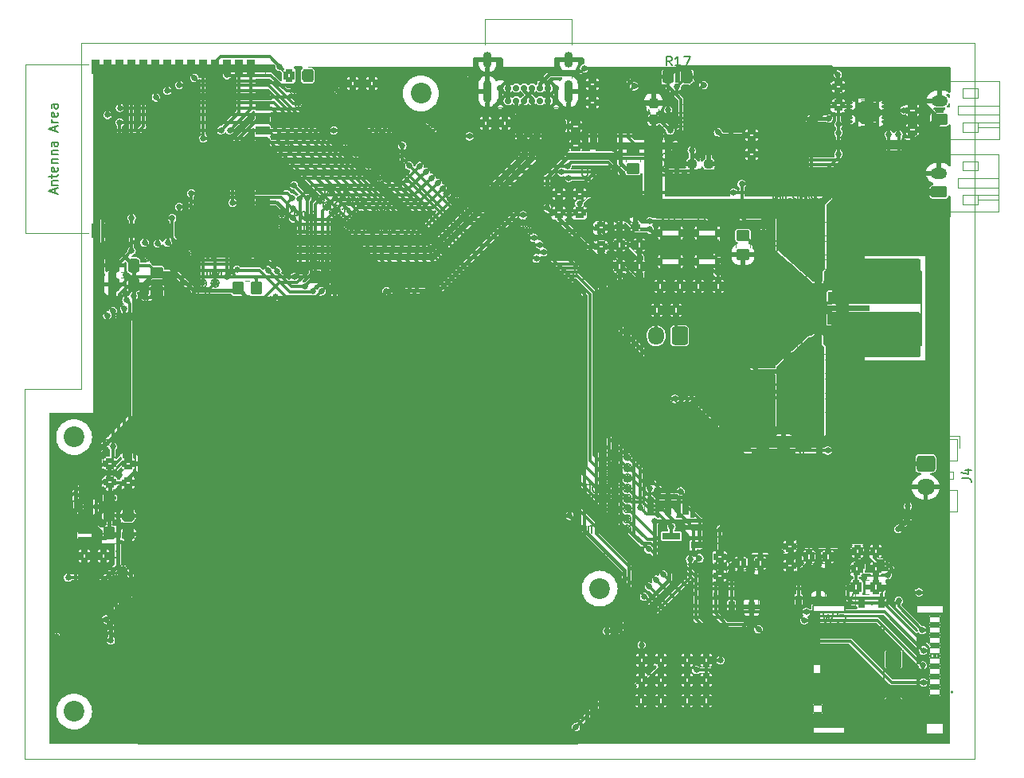
<source format=gbs>
G04 #@! TF.GenerationSoftware,KiCad,Pcbnew,7.0.7*
G04 #@! TF.CreationDate,2023-10-14T19:07:29-04:00*
G04 #@! TF.ProjectId,boardlock,626f6172-646c-46f6-936b-2e6b69636164,rev?*
G04 #@! TF.SameCoordinates,Original*
G04 #@! TF.FileFunction,Soldermask,Bot*
G04 #@! TF.FilePolarity,Negative*
%FSLAX46Y46*%
G04 Gerber Fmt 4.6, Leading zero omitted, Abs format (unit mm)*
G04 Created by KiCad (PCBNEW 7.0.7) date 2023-10-14 19:07:29*
%MOMM*%
%LPD*%
G01*
G04 APERTURE LIST*
G04 Aperture macros list*
%AMRoundRect*
0 Rectangle with rounded corners*
0 $1 Rounding radius*
0 $2 $3 $4 $5 $6 $7 $8 $9 X,Y pos of 4 corners*
0 Add a 4 corners polygon primitive as box body*
4,1,4,$2,$3,$4,$5,$6,$7,$8,$9,$2,$3,0*
0 Add four circle primitives for the rounded corners*
1,1,$1+$1,$2,$3*
1,1,$1+$1,$4,$5*
1,1,$1+$1,$6,$7*
1,1,$1+$1,$8,$9*
0 Add four rect primitives between the rounded corners*
20,1,$1+$1,$2,$3,$4,$5,0*
20,1,$1+$1,$4,$5,$6,$7,0*
20,1,$1+$1,$6,$7,$8,$9,0*
20,1,$1+$1,$8,$9,$2,$3,0*%
G04 Aperture macros list end*
%ADD10RoundRect,0.250000X0.625000X-0.350000X0.625000X0.350000X-0.625000X0.350000X-0.625000X-0.350000X0*%
%ADD11O,1.750000X1.200000*%
%ADD12C,2.200000*%
%ADD13RoundRect,0.250000X-0.725000X0.600000X-0.725000X-0.600000X0.725000X-0.600000X0.725000X0.600000X0*%
%ADD14O,1.950000X1.700000*%
%ADD15RoundRect,0.250000X0.600000X0.725000X-0.600000X0.725000X-0.600000X-0.725000X0.600000X-0.725000X0*%
%ADD16O,1.700000X1.950000*%
%ADD17RoundRect,0.250000X-0.450000X0.350000X-0.450000X-0.350000X0.450000X-0.350000X0.450000X0.350000X0*%
%ADD18RoundRect,0.250000X0.337500X0.475000X-0.337500X0.475000X-0.337500X-0.475000X0.337500X-0.475000X0*%
%ADD19RoundRect,0.250000X0.350000X0.450000X-0.350000X0.450000X-0.350000X-0.450000X0.350000X-0.450000X0*%
%ADD20RoundRect,0.250000X0.450000X-0.350000X0.450000X0.350000X-0.450000X0.350000X-0.450000X-0.350000X0*%
%ADD21RoundRect,0.250000X-0.337500X-0.475000X0.337500X-0.475000X0.337500X0.475000X-0.337500X0.475000X0*%
%ADD22RoundRect,0.250000X-0.475000X0.337500X-0.475000X-0.337500X0.475000X-0.337500X0.475000X0.337500X0*%
%ADD23RoundRect,0.237500X-0.300000X-0.237500X0.300000X-0.237500X0.300000X0.237500X-0.300000X0.237500X0*%
%ADD24RoundRect,0.250000X-0.350000X-0.450000X0.350000X-0.450000X0.350000X0.450000X-0.350000X0.450000X0*%
%ADD25RoundRect,0.237500X0.237500X-0.250000X0.237500X0.250000X-0.237500X0.250000X-0.237500X-0.250000X0*%
%ADD26C,0.700000*%
%ADD27O,0.900000X1.700000*%
%ADD28O,0.900000X2.400000*%
%ADD29RoundRect,0.250001X1.074999X-0.462499X1.074999X0.462499X-1.074999X0.462499X-1.074999X-0.462499X0*%
%ADD30RoundRect,0.076200X0.550000X-0.350000X0.550000X0.350000X-0.550000X0.350000X-0.550000X-0.350000X0*%
%ADD31RoundRect,0.076200X0.465000X-0.450000X0.465000X0.450000X-0.465000X0.450000X-0.465000X-0.450000X0*%
%ADD32RoundRect,0.076200X0.390000X-0.525000X0.390000X0.525000X-0.390000X0.525000X-0.390000X-0.525000X0*%
%ADD33RoundRect,0.076200X0.915000X-0.570000X0.915000X0.570000X-0.915000X0.570000X-0.915000X-0.570000X0*%
%ADD34RoundRect,0.076200X1.400000X-0.430000X1.400000X0.430000X-1.400000X0.430000X-1.400000X-0.430000X0*%
%ADD35RoundRect,0.076200X1.665000X-0.350000X1.665000X0.350000X-1.665000X0.350000X-1.665000X-0.350000X0*%
%ADD36RoundRect,0.250000X0.475000X-0.337500X0.475000X0.337500X-0.475000X0.337500X-0.475000X-0.337500X0*%
%ADD37R,1.500000X0.450000*%
%ADD38RoundRect,0.150000X0.512500X0.150000X-0.512500X0.150000X-0.512500X-0.150000X0.512500X-0.150000X0*%
%ADD39RoundRect,0.237500X-0.250000X-0.237500X0.250000X-0.237500X0.250000X0.237500X-0.250000X0.237500X0*%
G04 #@! TA.AperFunction,SMDPad,CuDef*
%ADD40R,0.599999X1.500000*%
G04 #@! TD*
G04 #@! TA.AperFunction,SMDPad,CuDef*
%ADD41C,1.000000*%
G04 #@! TD*
G04 #@! TA.AperFunction,SMDPad,CuDef*
%ADD42RoundRect,0.237500X0.250000X0.237500X-0.250000X0.237500X-0.250000X-0.237500X0.250000X-0.237500X0*%
G04 #@! TD*
G04 #@! TA.AperFunction,SMDPad,CuDef*
%ADD43RoundRect,0.250000X-0.450000X0.350000X-0.450000X-0.350000X0.450000X-0.350000X0.450000X0.350000X0*%
G04 #@! TD*
G04 #@! TA.AperFunction,SMDPad,CuDef*
%ADD44RoundRect,0.250000X-0.350000X-0.450000X0.350000X-0.450000X0.350000X0.450000X-0.350000X0.450000X0*%
G04 #@! TD*
G04 #@! TA.AperFunction,SMDPad,CuDef*
%ADD45RoundRect,0.250000X0.650000X-0.412500X0.650000X0.412500X-0.650000X0.412500X-0.650000X-0.412500X0*%
G04 #@! TD*
G04 #@! TA.AperFunction,SMDPad,CuDef*
%ADD46RoundRect,0.250000X-0.337500X-0.475000X0.337500X-0.475000X0.337500X0.475000X-0.337500X0.475000X0*%
G04 #@! TD*
G04 #@! TA.AperFunction,SMDPad,CuDef*
%ADD47RoundRect,0.237500X0.237500X-0.300000X0.237500X0.300000X-0.237500X0.300000X-0.237500X-0.300000X0*%
G04 #@! TD*
G04 #@! TA.AperFunction,SMDPad,CuDef*
%ADD48R,0.800000X1.900000*%
G04 #@! TD*
G04 #@! TA.AperFunction,SMDPad,CuDef*
%ADD49RoundRect,0.087500X-0.437500X-0.087500X0.437500X-0.087500X0.437500X0.087500X-0.437500X0.087500X0*%
G04 #@! TD*
G04 #@! TA.AperFunction,SMDPad,CuDef*
%ADD50RoundRect,0.087500X-0.087500X-0.412500X0.087500X-0.412500X0.087500X0.412500X-0.087500X0.412500X0*%
G04 #@! TD*
G04 #@! TA.AperFunction,SMDPad,CuDef*
%ADD51RoundRect,0.087500X-0.087500X-0.462500X0.087500X-0.462500X0.087500X0.462500X-0.087500X0.462500X0*%
G04 #@! TD*
G04 #@! TA.AperFunction,SMDPad,CuDef*
%ADD52RoundRect,0.237500X-0.300000X-0.237500X0.300000X-0.237500X0.300000X0.237500X-0.300000X0.237500X0*%
G04 #@! TD*
G04 #@! TA.AperFunction,SMDPad,CuDef*
%ADD53R,0.650000X1.050000*%
G04 #@! TD*
G04 #@! TA.AperFunction,ComponentPad*
%ADD54RoundRect,0.250000X0.625000X-0.350000X0.625000X0.350000X-0.625000X0.350000X-0.625000X-0.350000X0*%
G04 #@! TD*
G04 #@! TA.AperFunction,ComponentPad*
%ADD55O,1.750000X1.200000*%
G04 #@! TD*
G04 #@! TA.AperFunction,SMDPad,CuDef*
%ADD56RoundRect,0.250000X-0.475000X0.337500X-0.475000X-0.337500X0.475000X-0.337500X0.475000X0.337500X0*%
G04 #@! TD*
G04 #@! TA.AperFunction,SMDPad,CuDef*
%ADD57R,1.790000X0.800000*%
G04 #@! TD*
G04 #@! TA.AperFunction,SMDPad,CuDef*
%ADD58R,1.500000X2.400000*%
G04 #@! TD*
G04 #@! TA.AperFunction,SMDPad,CuDef*
%ADD59R,1.900000X0.800000*%
G04 #@! TD*
G04 #@! TA.AperFunction,SMDPad,CuDef*
%ADD60RoundRect,0.249999X-1.425001X0.450001X-1.425001X-0.450001X1.425001X-0.450001X1.425001X0.450001X0*%
G04 #@! TD*
G04 #@! TA.AperFunction,SMDPad,CuDef*
%ADD61RoundRect,0.062500X0.375000X0.062500X-0.375000X0.062500X-0.375000X-0.062500X0.375000X-0.062500X0*%
G04 #@! TD*
G04 #@! TA.AperFunction,SMDPad,CuDef*
%ADD62RoundRect,0.062500X0.062500X0.375000X-0.062500X0.375000X-0.062500X-0.375000X0.062500X-0.375000X0*%
G04 #@! TD*
G04 #@! TA.AperFunction,SMDPad,CuDef*
%ADD63R,1.600000X1.600000*%
G04 #@! TD*
G04 #@! TA.AperFunction,SMDPad,CuDef*
%ADD64R,1.049999X0.240000*%
G04 #@! TD*
G04 #@! TA.AperFunction,SMDPad,CuDef*
%ADD65R,0.240000X0.999999*%
G04 #@! TD*
G04 #@! TA.AperFunction,SMDPad,CuDef*
%ADD66R,0.849998X1.050000*%
G04 #@! TD*
G04 #@! TA.AperFunction,SMDPad,CuDef*
%ADD67R,1.950000X0.349998*%
G04 #@! TD*
G04 #@! TA.AperFunction,SMDPad,CuDef*
%ADD68R,2.300000X0.349998*%
G04 #@! TD*
G04 #@! TA.AperFunction,SMDPad,CuDef*
%ADD69R,0.850000X1.150000*%
G04 #@! TD*
G04 #@! TA.AperFunction,SMDPad,CuDef*
%ADD70R,0.245000X1.099999*%
G04 #@! TD*
G04 #@! TA.AperFunction,SMDPad,CuDef*
%ADD71R,0.240000X1.099999*%
G04 #@! TD*
G04 #@! TA.AperFunction,SMDPad,CuDef*
%ADD72RoundRect,0.250000X0.450000X-0.350000X0.450000X0.350000X-0.450000X0.350000X-0.450000X-0.350000X0*%
G04 #@! TD*
G04 #@! TA.AperFunction,SMDPad,CuDef*
%ADD73R,0.200000X0.200000*%
G04 #@! TD*
G04 #@! TA.AperFunction,SMDPad,CuDef*
%ADD74O,0.850000X0.200000*%
G04 #@! TD*
G04 #@! TA.AperFunction,SMDPad,CuDef*
%ADD75R,0.400000X0.575000*%
G04 #@! TD*
G04 #@! TA.AperFunction,SMDPad,CuDef*
%ADD76R,0.400000X0.675000*%
G04 #@! TD*
G04 #@! TA.AperFunction,ComponentPad*
%ADD77C,0.600000*%
G04 #@! TD*
G04 #@! TA.AperFunction,SMDPad,CuDef*
%ADD78R,1.300000X0.975000*%
G04 #@! TD*
G04 #@! TA.AperFunction,SMDPad,CuDef*
%ADD79R,2.600000X1.950000*%
G04 #@! TD*
G04 #@! TA.AperFunction,SMDPad,CuDef*
%ADD80RoundRect,0.237500X-0.250000X-0.237500X0.250000X-0.237500X0.250000X0.237500X-0.250000X0.237500X0*%
G04 #@! TD*
G04 #@! TA.AperFunction,SMDPad,CuDef*
%ADD81R,1.500000X0.450000*%
G04 #@! TD*
G04 #@! TA.AperFunction,SMDPad,CuDef*
%ADD82R,0.650000X1.560000*%
G04 #@! TD*
G04 #@! TA.AperFunction,SMDPad,CuDef*
%ADD83R,3.500000X1.500000*%
G04 #@! TD*
G04 #@! TA.AperFunction,SMDPad,CuDef*
%ADD84R,1.500000X3.500000*%
G04 #@! TD*
G04 #@! TA.AperFunction,SMDPad,CuDef*
%ADD85RoundRect,0.250000X0.350000X0.450000X-0.350000X0.450000X-0.350000X-0.450000X0.350000X-0.450000X0*%
G04 #@! TD*
G04 #@! TA.AperFunction,SMDPad,CuDef*
%ADD86RoundRect,0.250000X0.475000X-0.337500X0.475000X0.337500X-0.475000X0.337500X-0.475000X-0.337500X0*%
G04 #@! TD*
G04 #@! TA.AperFunction,SMDPad,CuDef*
%ADD87RoundRect,0.008100X-0.411900X-0.126900X0.411900X-0.126900X0.411900X0.126900X-0.411900X0.126900X0*%
G04 #@! TD*
G04 #@! TA.AperFunction,SMDPad,CuDef*
%ADD88RoundRect,0.008100X0.126900X-0.411900X0.126900X0.411900X-0.126900X0.411900X-0.126900X-0.411900X0*%
G04 #@! TD*
G04 #@! TA.AperFunction,SMDPad,CuDef*
%ADD89R,1.100000X1.100000*%
G04 #@! TD*
G04 #@! TA.AperFunction,SMDPad,CuDef*
%ADD90R,0.900000X1.500000*%
G04 #@! TD*
G04 #@! TA.AperFunction,SMDPad,CuDef*
%ADD91R,1.500000X0.900000*%
G04 #@! TD*
G04 #@! TA.AperFunction,SMDPad,CuDef*
%ADD92R,0.900000X0.900000*%
G04 #@! TD*
G04 #@! TA.AperFunction,SMDPad,CuDef*
%ADD93R,3.251200X2.489200*%
G04 #@! TD*
G04 #@! TA.AperFunction,SMDPad,CuDef*
%ADD94R,1.550000X1.600000*%
G04 #@! TD*
G04 #@! TA.AperFunction,SMDPad,CuDef*
%ADD95RoundRect,0.250000X0.337500X0.475000X-0.337500X0.475000X-0.337500X-0.475000X0.337500X-0.475000X0*%
G04 #@! TD*
G04 #@! TA.AperFunction,SMDPad,CuDef*
%ADD96RoundRect,0.250000X0.325000X0.450000X-0.325000X0.450000X-0.325000X-0.450000X0.325000X-0.450000X0*%
G04 #@! TD*
G04 #@! TA.AperFunction,SMDPad,CuDef*
%ADD97RoundRect,0.225000X0.225000X0.375000X-0.225000X0.375000X-0.225000X-0.375000X0.225000X-0.375000X0*%
G04 #@! TD*
G04 #@! TA.AperFunction,SMDPad,CuDef*
%ADD98RoundRect,0.250000X0.300000X-0.300000X0.300000X0.300000X-0.300000X0.300000X-0.300000X-0.300000X0*%
G04 #@! TD*
G04 #@! TA.AperFunction,ComponentPad*
%ADD99RoundRect,0.250000X-0.725000X0.600000X-0.725000X-0.600000X0.725000X-0.600000X0.725000X0.600000X0*%
G04 #@! TD*
G04 #@! TA.AperFunction,ComponentPad*
%ADD100O,1.950000X1.700000*%
G04 #@! TD*
G04 #@! TA.AperFunction,ComponentPad*
%ADD101RoundRect,0.250000X0.600000X0.725000X-0.600000X0.725000X-0.600000X-0.725000X0.600000X-0.725000X0*%
G04 #@! TD*
G04 #@! TA.AperFunction,ComponentPad*
%ADD102O,1.700000X1.950000*%
G04 #@! TD*
G04 #@! TA.AperFunction,SMDPad,CuDef*
%ADD103RoundRect,0.237500X-0.237500X0.300000X-0.237500X-0.300000X0.237500X-0.300000X0.237500X0.300000X0*%
G04 #@! TD*
G04 #@! TA.AperFunction,ComponentPad*
%ADD104C,0.700000*%
G04 #@! TD*
G04 #@! TA.AperFunction,ComponentPad*
%ADD105O,0.900000X1.700000*%
G04 #@! TD*
G04 #@! TA.AperFunction,ComponentPad*
%ADD106O,0.900000X2.400000*%
G04 #@! TD*
G04 #@! TA.AperFunction,ViaPad*
%ADD107C,0.635000*%
G04 #@! TD*
G04 #@! TA.AperFunction,ViaPad*
%ADD108C,1.524000*%
G04 #@! TD*
G04 #@! TA.AperFunction,ViaPad*
%ADD109C,0.508000*%
G04 #@! TD*
G04 #@! TA.AperFunction,Conductor*
%ADD110C,0.635000*%
G04 #@! TD*
G04 #@! TA.AperFunction,Conductor*
%ADD111C,0.304800*%
G04 #@! TD*
G04 #@! TA.AperFunction,Conductor*
%ADD112C,0.381000*%
G04 #@! TD*
G04 #@! TA.AperFunction,Conductor*
%ADD113C,0.508000*%
G04 #@! TD*
G04 #@! TA.AperFunction,Conductor*
%ADD114C,0.762000*%
G04 #@! TD*
G04 #@! TA.AperFunction,Conductor*
%ADD115C,1.016000*%
G04 #@! TD*
G04 #@! TA.AperFunction,Conductor*
%ADD116C,0.203200*%
G04 #@! TD*
G04 #@! TA.AperFunction,SMDPad,CuDef*
%ADD117RoundRect,0.237500X0.237500X-0.250000X0.237500X0.250000X-0.237500X0.250000X-0.237500X-0.250000X0*%
G04 #@! TD*
G04 #@! TA.AperFunction,SMDPad,CuDef*
%ADD118RoundRect,0.250001X1.074999X-0.462499X1.074999X0.462499X-1.074999X0.462499X-1.074999X-0.462499X0*%
G04 #@! TD*
G04 #@! TA.AperFunction,SMDPad,CuDef*
%ADD119R,1.100000X0.700000*%
G04 #@! TD*
G04 #@! TA.AperFunction,SMDPad,CuDef*
%ADD120R,0.930000X0.900000*%
G04 #@! TD*
G04 #@! TA.AperFunction,SMDPad,CuDef*
%ADD121R,0.780000X1.050000*%
G04 #@! TD*
G04 #@! TA.AperFunction,SMDPad,CuDef*
%ADD122R,1.830000X1.140000*%
G04 #@! TD*
G04 #@! TA.AperFunction,SMDPad,CuDef*
%ADD123R,2.800000X0.860000*%
G04 #@! TD*
G04 #@! TA.AperFunction,SMDPad,CuDef*
%ADD124R,3.330000X0.700000*%
G04 #@! TD*
G04 #@! TA.AperFunction,SMDPad,CuDef*
%ADD125RoundRect,0.150000X0.512500X0.150000X-0.512500X0.150000X-0.512500X-0.150000X0.512500X-0.150000X0*%
G04 #@! TD*
%ADD126C,0.010000*%
%ADD127R,0.599999X1.500000*%
%ADD128RoundRect,0.237500X0.250000X0.237500X-0.250000X0.237500X-0.250000X-0.237500X0.250000X-0.237500X0*%
%ADD129RoundRect,0.250000X0.650000X-0.412500X0.650000X0.412500X-0.650000X0.412500X-0.650000X-0.412500X0*%
%ADD130RoundRect,0.237500X0.237500X-0.300000X0.237500X0.300000X-0.237500X0.300000X-0.237500X-0.300000X0*%
%ADD131R,0.800000X1.900000*%
%ADD132RoundRect,0.087500X-0.437500X-0.087500X0.437500X-0.087500X0.437500X0.087500X-0.437500X0.087500X0*%
%ADD133RoundRect,0.087500X-0.087500X-0.412500X0.087500X-0.412500X0.087500X0.412500X-0.087500X0.412500X0*%
%ADD134RoundRect,0.087500X-0.087500X-0.462500X0.087500X-0.462500X0.087500X0.462500X-0.087500X0.462500X0*%
%ADD135R,0.650000X1.050000*%
%ADD136R,1.790000X0.800000*%
%ADD137R,1.500000X2.400000*%
%ADD138R,1.900000X0.800000*%
%ADD139RoundRect,0.249999X-1.425001X0.450001X-1.425001X-0.450001X1.425001X-0.450001X1.425001X0.450001X0*%
%ADD140RoundRect,0.160000X0.160000X0.160000X-0.160000X0.160000X-0.160000X-0.160000X0.160000X-0.160000X0*%
%ADD141RoundRect,0.062500X0.375000X0.062500X-0.375000X0.062500X-0.375000X-0.062500X0.375000X-0.062500X0*%
%ADD142RoundRect,0.062500X0.062500X0.375000X-0.062500X0.375000X-0.062500X-0.375000X0.062500X-0.375000X0*%
%ADD143R,1.049999X0.240000*%
%ADD144R,0.240000X0.999999*%
%ADD145R,0.849998X1.050000*%
%ADD146R,0.850000X1.150000*%
%ADD147R,0.245000X1.099999*%
%ADD148R,0.240000X1.099999*%
%ADD149R,0.200000X0.200000*%
%ADD150O,0.850000X0.200000*%
%ADD151R,0.400000X0.575000*%
%ADD152R,1.100000X0.775000*%
%ADD153R,0.650000X1.560000*%
%ADD154R,0.720000X0.580000*%
%ADD155R,0.580000X0.720000*%
%ADD156RoundRect,0.008100X-0.411900X-0.126900X0.411900X-0.126900X0.411900X0.126900X-0.411900X0.126900X0*%
%ADD157RoundRect,0.008100X0.126900X-0.411900X0.126900X0.411900X-0.126900X0.411900X-0.126900X-0.411900X0*%
%ADD158R,0.900000X1.500000*%
%ADD159R,1.500000X0.900000*%
%ADD160R,0.900000X0.900000*%
%ADD161R,3.251200X2.489200*%
%ADD162R,1.550000X1.600000*%
%ADD163RoundRect,0.250000X0.325000X0.450000X-0.325000X0.450000X-0.325000X-0.450000X0.325000X-0.450000X0*%
%ADD164RoundRect,0.225000X0.225000X0.375000X-0.225000X0.375000X-0.225000X-0.375000X0.225000X-0.375000X0*%
%ADD165RoundRect,0.250000X0.300000X-0.300000X0.300000X0.300000X-0.300000X0.300000X-0.300000X-0.300000X0*%
%ADD166RoundRect,0.237500X-0.237500X0.300000X-0.237500X-0.300000X0.237500X-0.300000X0.237500X0.300000X0*%
%ADD167R,1.100000X0.700000*%
%ADD168R,0.930000X0.900000*%
%ADD169R,0.780000X1.050000*%
%ADD170R,1.830000X1.140000*%
%ADD171R,2.800000X0.860000*%
%ADD172R,3.330000X0.700000*%
%ADD173C,0.200000*%
%ADD174C,0.150000*%
%ADD175C,0.317500*%
%ADD176C,0.254000*%
%ADD177C,0.203200*%
%ADD178C,0.127000*%
%ADD179C,0.120000*%
%ADD180C,0.152400*%
%ADD181C,1.000000*%
%ADD182R,1.600000X1.600000*%
%ADD183R,1.950000X0.349998*%
%ADD184R,2.300000X0.349998*%
%ADD185RoundRect,0.050000X0.100000X0.100000X-0.100000X0.100000X-0.100000X-0.100000X0.100000X-0.100000X0*%
%ADD186O,0.950000X0.300000*%
%ADD187R,0.400000X0.675000*%
%ADD188R,2.600000X1.950000*%
%ADD189RoundRect,0.000001X1.750000X0.750000X-1.750000X0.750000X-1.750000X-0.750000X1.750000X-0.750000X0*%
%ADD190RoundRect,0.000001X0.750000X1.750000X-0.750000X1.750000X-0.750000X-1.750000X0.750000X-1.750000X0*%
%ADD191RoundRect,0.110100X-0.411900X-0.126900X0.411900X-0.126900X0.411900X0.126900X-0.411900X0.126900X0*%
%ADD192RoundRect,0.110100X0.126900X-0.411900X0.126900X0.411900X-0.126900X0.411900X-0.126900X-0.411900X0*%
%ADD193RoundRect,0.102000X-0.550000X-0.550000X0.550000X-0.550000X0.550000X0.550000X-0.550000X0.550000X0*%
%ADD194RoundRect,0.102000X-0.775000X-0.800000X0.775000X-0.800000X0.775000X0.800000X-0.775000X0.800000X0*%
%ADD195C,0.300000*%
G04 #@! TA.AperFunction,Profile*
%ADD196C,0.100000*%
G04 #@! TD*
G04 APERTURE END LIST*
D10*
X204356800Y-80349600D03*
D11*
X204356800Y-78349600D03*
D12*
X149275800Y-69850000D03*
D10*
X204407600Y-72628000D03*
D11*
X204407600Y-70628000D03*
D12*
X112395000Y-106426000D03*
X168275000Y-122555000D03*
X112395000Y-135636000D03*
D13*
X202946000Y-109240000D03*
D14*
X202946000Y-111740000D03*
D15*
X176784000Y-95656400D03*
D16*
X174284000Y-95656400D03*
D17*
X116160000Y-109250000D03*
X116160000Y-111250000D03*
D18*
X179631500Y-134493000D03*
X177556500Y-134493000D03*
D19*
X158175200Y-73025000D03*
X156175200Y-73025000D03*
D18*
X180869500Y-90424000D03*
X178794500Y-90424000D03*
D20*
X118120000Y-111260000D03*
X118120000Y-109260000D03*
D21*
X195550000Y-122390000D03*
X197625000Y-122390000D03*
D19*
X197647500Y-120440000D03*
X195647500Y-120440000D03*
X197687500Y-118540000D03*
X195687500Y-118540000D03*
D20*
X163957000Y-82534000D03*
X163957000Y-80534000D03*
D21*
X170412500Y-85979000D03*
X172487500Y-85979000D03*
D22*
X201574400Y-71657300D03*
X201574400Y-73732300D03*
D20*
X168426000Y-86159600D03*
X168426000Y-84159600D03*
D23*
X170357500Y-84016600D03*
X172082500Y-84016600D03*
D24*
X135230000Y-67970000D03*
X137230000Y-67970000D03*
D25*
X173990000Y-72667500D03*
X173990000Y-70842500D03*
D18*
X176408500Y-92906600D03*
X174333500Y-92906600D03*
D26*
X157705400Y-70623800D03*
X158555400Y-70623800D03*
X159405400Y-70623800D03*
X160255400Y-70623800D03*
X161105400Y-70623800D03*
X161955400Y-70623800D03*
X162805400Y-70623800D03*
X163655400Y-70623800D03*
X163655400Y-69273800D03*
X162805400Y-69273800D03*
X161955400Y-69273800D03*
X161105400Y-69273800D03*
X160255400Y-69273800D03*
X159405400Y-69273800D03*
X158555400Y-69273800D03*
X157705400Y-69273800D03*
D27*
X156355400Y-66263800D03*
D28*
X156355400Y-69643800D03*
D27*
X165005400Y-66263800D03*
D28*
X165005400Y-69643800D03*
D17*
X183515000Y-84963000D03*
X183515000Y-86963000D03*
D29*
X175768000Y-87720500D03*
X175768000Y-84745500D03*
D21*
X170412500Y-88233000D03*
X172487500Y-88233000D03*
D29*
X179705000Y-87720500D03*
X179705000Y-84745500D03*
D30*
X203897400Y-133545600D03*
X203897400Y-132445600D03*
X203897400Y-131345600D03*
X203897400Y-130245600D03*
X203897400Y-129145600D03*
X203897400Y-128045600D03*
X203897400Y-126945600D03*
X203897400Y-125845600D03*
D31*
X191432400Y-135335600D03*
D32*
X191357400Y-131070600D03*
D33*
X203882400Y-137425600D03*
D34*
X203397400Y-124765600D03*
D35*
X192632400Y-137645600D03*
X192632400Y-124685600D03*
D36*
X165771600Y-75408100D03*
X165771600Y-73333100D03*
D17*
X193675000Y-69104000D03*
X193675000Y-71104000D03*
D24*
X175566200Y-68146900D03*
X177566200Y-68146900D03*
D17*
X188468000Y-118075200D03*
X188468000Y-120075200D03*
D19*
X115530000Y-119120000D03*
X113530000Y-119120000D03*
D37*
X116150000Y-116220000D03*
X116150000Y-117520000D03*
X113490000Y-116870000D03*
D21*
X190512500Y-119130000D03*
X192587500Y-119130000D03*
D38*
X116165000Y-112890000D03*
X116165000Y-114790000D03*
X113890000Y-113840000D03*
D24*
X142050000Y-68760000D03*
X144050000Y-68760000D03*
D21*
X174730500Y-90424000D03*
X176805500Y-90424000D03*
D24*
X177594000Y-130175000D03*
X179594000Y-130175000D03*
D19*
X174752000Y-132334000D03*
X172752000Y-132334000D03*
D24*
X177594000Y-132334000D03*
X179594000Y-132334000D03*
D17*
X181030000Y-119210000D03*
X181030000Y-121210000D03*
D19*
X174752000Y-130175000D03*
X172752000Y-130175000D03*
D21*
X183295000Y-119820000D03*
X185370000Y-119820000D03*
X172714500Y-134493000D03*
X174789500Y-134493000D03*
D39*
X178066700Y-77367100D03*
X179891700Y-77367100D03*
D20*
X167498800Y-70849400D03*
X167498800Y-68849400D03*
D17*
X184465600Y-74335100D03*
X184465600Y-76335100D03*
D20*
X166116000Y-82550000D03*
X166116000Y-80550000D03*
X118180000Y-116860000D03*
X118180000Y-114860000D03*
D40*
X159759999Y-74240998D03*
X161659998Y-74240998D03*
X160710000Y-72340999D03*
D41*
X141859000Y-103251000D03*
D42*
X179891700Y-77367100D03*
X178066700Y-77367100D03*
D43*
X183515000Y-84979000D03*
X183515000Y-86979000D03*
D44*
X175530000Y-68072000D03*
X177530000Y-68072000D03*
D43*
X112540000Y-122682500D03*
X112540000Y-124682500D03*
X174117000Y-106061000D03*
X174117000Y-108061000D03*
D45*
X197485000Y-116937000D03*
X197485000Y-113812000D03*
D46*
X191419400Y-84226400D03*
X193494400Y-84226400D03*
D47*
X174000800Y-72616200D03*
X174000800Y-70891200D03*
D48*
X173649600Y-113717200D03*
X175549600Y-113717200D03*
X174599600Y-110717200D03*
D49*
X112452500Y-126562500D03*
X112452500Y-127062500D03*
X112452500Y-127562500D03*
X112452500Y-128062500D03*
D50*
X113327500Y-128412500D03*
X113827500Y-128412500D03*
X114327500Y-128412500D03*
D49*
X115202500Y-128062500D03*
X115202500Y-127562500D03*
X115202500Y-127062500D03*
X115202500Y-126562500D03*
D51*
X114327500Y-126162500D03*
X113827500Y-126162500D03*
X113327500Y-126162500D03*
D52*
X191440900Y-97104200D03*
X193165900Y-97104200D03*
D53*
X198265000Y-119965000D03*
X198265000Y-124115000D03*
X196115000Y-119965000D03*
X196115000Y-124090000D03*
D54*
X204356800Y-80349600D03*
D55*
X204356800Y-78349600D03*
D46*
X191447600Y-100965000D03*
X193522600Y-100965000D03*
D56*
X115697000Y-129899500D03*
X115697000Y-131974500D03*
D57*
X186176000Y-102935000D03*
X186176000Y-101535000D03*
X182886000Y-101535000D03*
X182886000Y-102935000D03*
D44*
X200858000Y-119265000D03*
X202858000Y-119265000D03*
D58*
X181806400Y-115323700D03*
X187306400Y-115323700D03*
D59*
X178900000Y-117930000D03*
X178900000Y-116030000D03*
X175900000Y-116980000D03*
D41*
X141986000Y-126111000D03*
D60*
X190804800Y-69185600D03*
X190804800Y-75285600D03*
D43*
X121170000Y-88910000D03*
X121170000Y-90910000D03*
D61*
X179745500Y-73394000D03*
X179745500Y-72894000D03*
X179745500Y-72394000D03*
X179745500Y-71894000D03*
D62*
X179058000Y-71206500D03*
X178558000Y-71206500D03*
X178058000Y-71206500D03*
X177558000Y-71206500D03*
D61*
X176870500Y-71894000D03*
X176870500Y-72394000D03*
X176870500Y-72894000D03*
X176870500Y-73394000D03*
D62*
X177558000Y-74081500D03*
X178058000Y-74081500D03*
X178558000Y-74081500D03*
X179058000Y-74081500D03*
D63*
X178308000Y-72644000D03*
D54*
X204407600Y-72628000D03*
D55*
X204407600Y-70628000D03*
D64*
X189531400Y-91934599D03*
X189531400Y-92434598D03*
X189531400Y-92934600D03*
X189531400Y-93434598D03*
D65*
X190181400Y-94284600D03*
X190681399Y-94284600D03*
D66*
X191431399Y-94259600D03*
X191431399Y-94259600D03*
D67*
X191931400Y-93184599D03*
D68*
X191756400Y-92684600D03*
D67*
X191931400Y-92184601D03*
D69*
X191431400Y-91059600D03*
X191431400Y-91059600D03*
D70*
X190683900Y-91034600D03*
D71*
X190181400Y-91034600D03*
D43*
X185674000Y-84979000D03*
X185674000Y-86979000D03*
D44*
X116110000Y-114690000D03*
X118110000Y-114690000D03*
X138050000Y-89408000D03*
X140050000Y-89408000D03*
X182094000Y-68985100D03*
X184094000Y-68985100D03*
D72*
X171831000Y-77835000D03*
X171831000Y-75835000D03*
D73*
X199008000Y-72861500D03*
D74*
X198683000Y-72861500D03*
D73*
X199008000Y-72461500D03*
D74*
X198683000Y-72461500D03*
D73*
X199008000Y-72061500D03*
D74*
X198683000Y-72061500D03*
D73*
X199008000Y-71661500D03*
D74*
X198683000Y-71661500D03*
D73*
X199008000Y-71261500D03*
D74*
X198683000Y-71261500D03*
D73*
X199008000Y-70861500D03*
D74*
X198683000Y-70861500D03*
X194733000Y-70861500D03*
D73*
X194408000Y-70861500D03*
D74*
X194733000Y-71261500D03*
D73*
X194408000Y-71261500D03*
D74*
X194733000Y-71661500D03*
D73*
X194408000Y-71661500D03*
D74*
X194733000Y-72061500D03*
D73*
X194408000Y-72061500D03*
D74*
X194733000Y-72461500D03*
D73*
X194408000Y-72461500D03*
D74*
X194733000Y-72861500D03*
D73*
X194408000Y-72861500D03*
D75*
X197808000Y-73226500D03*
D76*
X197808000Y-73174000D03*
X197808000Y-70549000D03*
D75*
X197808000Y-70496500D03*
D77*
X197608000Y-72361500D03*
X197608000Y-71361500D03*
D78*
X197358000Y-72349000D03*
X197358000Y-71374000D03*
D77*
X196708000Y-72361500D03*
D79*
X196708000Y-71861500D03*
D77*
X196708000Y-71361500D03*
D78*
X196058000Y-72349000D03*
X196058000Y-71374000D03*
D77*
X195808000Y-72361500D03*
X195808000Y-71361500D03*
D75*
X195608000Y-73226500D03*
D76*
X195608000Y-73174000D03*
X195608000Y-70549000D03*
D75*
X195608000Y-70496500D03*
D52*
X191416600Y-88036400D03*
X193141600Y-88036400D03*
D43*
X176276000Y-106061000D03*
X176276000Y-108061000D03*
D80*
X181978300Y-70813900D03*
X183803300Y-70813900D03*
D81*
X204149000Y-116855000D03*
X204149000Y-115555000D03*
X201489000Y-116205000D03*
D82*
X191607400Y-110650000D03*
X192557400Y-110650000D03*
X193507400Y-110650000D03*
X193507400Y-107950000D03*
X191607400Y-107950000D03*
D43*
X181229000Y-86630000D03*
X181229000Y-88630000D03*
D45*
X193776600Y-116937000D03*
X193776600Y-113812000D03*
D43*
X114440000Y-122682500D03*
X114440000Y-124682500D03*
D56*
X185597800Y-107246500D03*
X185597800Y-109321500D03*
X182230400Y-72642700D03*
X182230400Y-74717700D03*
D83*
X149440000Y-118590000D03*
X149440000Y-116690000D03*
X149440000Y-114790000D03*
X149440000Y-112890000D03*
X149440000Y-110990000D03*
D84*
X145790000Y-107340000D03*
X143890000Y-107340000D03*
X141990000Y-107340000D03*
X140090000Y-107340000D03*
X138190000Y-107340000D03*
D83*
X134540000Y-110990000D03*
X134540000Y-112890000D03*
X134540000Y-114790000D03*
X134540000Y-116690000D03*
X134540000Y-118590000D03*
D84*
X138190000Y-122240000D03*
X140090000Y-122240000D03*
X141990000Y-122240000D03*
X143890000Y-122240000D03*
X145790000Y-122240000D03*
D85*
X198180200Y-108364100D03*
X196180200Y-108364100D03*
D86*
X153120000Y-114757500D03*
X153120000Y-112682500D03*
D46*
X191419400Y-86258400D03*
X193494400Y-86258400D03*
D87*
X168388000Y-80218600D03*
X168388000Y-80718600D03*
X168388000Y-81218600D03*
X168388000Y-81718600D03*
D88*
X169073000Y-82403600D03*
X169573000Y-82403600D03*
X170073000Y-82403600D03*
X170573000Y-82403600D03*
D87*
X171258000Y-81718600D03*
X171258000Y-81218600D03*
X171258000Y-80718600D03*
X171258000Y-80218600D03*
D88*
X170573000Y-79533600D03*
X170073000Y-79533600D03*
X169573000Y-79533600D03*
X169073000Y-79533600D03*
D89*
X169823000Y-80968600D03*
D90*
X114691800Y-84483800D03*
X115961800Y-84483800D03*
X117231800Y-84483800D03*
X118501800Y-84483800D03*
X119771800Y-84483800D03*
X121041800Y-84483800D03*
X122311800Y-84483800D03*
X123581800Y-84483800D03*
X124851800Y-84483800D03*
X126121800Y-84483800D03*
X127391800Y-84483800D03*
X128661800Y-84483800D03*
X129931800Y-84483800D03*
X131201800Y-84483800D03*
D91*
X132451800Y-82718800D03*
X132451800Y-81448800D03*
X132451800Y-80178800D03*
X132451800Y-78908800D03*
X132451800Y-77638800D03*
X132451800Y-76368800D03*
X132451800Y-75098800D03*
X132451800Y-73828800D03*
X132451800Y-72558800D03*
X132451800Y-71288800D03*
X132451800Y-70018800D03*
X132451800Y-68748800D03*
D90*
X131201800Y-66983800D03*
X129931800Y-66983800D03*
X128661800Y-66983800D03*
X127391800Y-66983800D03*
X126121800Y-66983800D03*
X124851800Y-66983800D03*
X123581800Y-66983800D03*
X122311800Y-66983800D03*
X121041800Y-66983800D03*
X119771800Y-66983800D03*
X118501800Y-66983800D03*
X117231800Y-66983800D03*
X115961800Y-66983800D03*
X114691800Y-66983800D03*
D92*
X121011800Y-78633800D03*
X122411800Y-78633800D03*
X123811800Y-78633800D03*
X123811800Y-78633800D03*
X121011800Y-77233800D03*
X121011800Y-77233800D03*
X122411800Y-77233800D03*
X123811800Y-77233800D03*
X121011800Y-75833800D03*
X122411800Y-75833800D03*
X123811800Y-75833800D03*
D93*
X198501000Y-89687400D03*
X198501000Y-95681800D03*
D94*
X169047000Y-130088000D03*
X182997000Y-130088000D03*
X169047000Y-135088000D03*
X182997000Y-135088000D03*
D41*
X144010000Y-103251000D03*
D46*
X191443700Y-103022400D03*
X193518700Y-103022400D03*
D56*
X187833000Y-107246500D03*
X187833000Y-109321500D03*
D44*
X129810000Y-90551000D03*
X131810000Y-90551000D03*
D95*
X118717400Y-90174200D03*
X116642400Y-90174200D03*
D94*
X185557000Y-130088000D03*
X199507000Y-130088000D03*
X185557000Y-135088000D03*
X199507000Y-135088000D03*
D72*
X186339400Y-97977200D03*
X186339400Y-95977200D03*
D53*
X191580000Y-119700000D03*
X191580000Y-123850000D03*
X189430000Y-119700000D03*
X189430000Y-123825000D03*
D48*
X177408800Y-113768000D03*
X179308800Y-113768000D03*
X178358800Y-110768000D03*
D95*
X140087500Y-126380000D03*
X138012500Y-126380000D03*
D46*
X191447600Y-98907600D03*
X193522600Y-98907600D03*
D59*
X203866000Y-123009000D03*
X203866000Y-121109000D03*
X200866000Y-122059000D03*
D96*
X139302500Y-67940000D03*
X137252500Y-67940000D03*
D97*
X167554200Y-73304400D03*
X164254200Y-73304400D03*
D98*
X190754000Y-116825300D03*
X190754000Y-114025300D03*
D95*
X118717400Y-88142200D03*
X116642400Y-88142200D03*
D53*
X184450000Y-120330000D03*
X184450000Y-124480000D03*
X182300000Y-120330000D03*
X182300000Y-124455000D03*
D99*
X202946000Y-109240000D03*
D100*
X202946000Y-111740000D03*
D101*
X176784000Y-95656400D03*
D102*
X174284000Y-95656400D03*
D44*
X116140000Y-116620000D03*
X118140000Y-116620000D03*
D56*
X153120000Y-116652500D03*
X153120000Y-118727500D03*
D43*
X178435000Y-106061000D03*
X178435000Y-108061000D03*
D72*
X183642000Y-98028000D03*
X183642000Y-96028000D03*
D44*
X196180200Y-110650100D03*
X198180200Y-110650100D03*
D56*
X112395000Y-129899500D03*
X112395000Y-131974500D03*
D86*
X200355200Y-69922300D03*
X200355200Y-67847300D03*
D44*
X116120000Y-112790000D03*
X118120000Y-112790000D03*
D47*
X186593400Y-92913200D03*
X186593400Y-91188200D03*
D72*
X188498400Y-97977200D03*
X188498400Y-95977200D03*
D103*
X176515400Y-75590200D03*
X176515400Y-77315200D03*
D104*
X157705400Y-70623800D03*
X158555400Y-70623800D03*
X159405400Y-70623800D03*
X160255400Y-70623800D03*
X161105400Y-70623800D03*
X161955400Y-70623800D03*
X162805400Y-70623800D03*
X163655400Y-70623800D03*
X163655400Y-69273800D03*
X162805400Y-69273800D03*
X161955400Y-69273800D03*
X161105400Y-69273800D03*
X160255400Y-69273800D03*
X159405400Y-69273800D03*
X158555400Y-69273800D03*
X157705400Y-69273800D03*
D105*
X156355400Y-66263800D03*
D106*
X156355400Y-69643800D03*
D105*
X165005400Y-66263800D03*
D106*
X165005400Y-69643800D03*
D107*
X160710000Y-73672000D03*
X145600000Y-90900000D03*
X189895400Y-99009200D03*
X193603000Y-67830000D03*
X169040000Y-127080000D03*
X162687000Y-82042000D03*
X189738000Y-105664000D03*
X189920000Y-103009000D03*
X116290000Y-128060000D03*
X191643000Y-105664000D03*
X115770000Y-125820000D03*
X181806400Y-115323700D03*
X118710000Y-91410000D03*
X187833000Y-105664000D03*
X133840000Y-91490000D03*
X189895400Y-100914200D03*
X188468000Y-118075200D03*
X165070000Y-114790000D03*
X170357500Y-84016600D03*
X174150000Y-115323700D03*
X203897400Y-130245600D03*
X189890400Y-84150200D03*
X188214000Y-82042000D03*
X175566200Y-71626700D03*
X189890400Y-88087200D03*
X189890400Y-86309200D03*
X189865000Y-82042000D03*
X191262000Y-82042000D03*
X167549600Y-75408100D03*
X176515400Y-75590200D03*
X200620000Y-71630000D03*
X117650000Y-120410000D03*
X183295000Y-119820000D03*
X171220000Y-114040000D03*
X117260000Y-72950000D03*
X190512500Y-119130000D03*
X171190000Y-115130000D03*
X128960000Y-73750000D03*
X185674000Y-84979000D03*
X183388000Y-79502000D03*
X171220000Y-112950000D03*
X172752000Y-128530000D03*
X177901562Y-119405438D03*
X115960000Y-72130000D03*
X181102000Y-130175000D03*
X117270000Y-71380000D03*
X171220000Y-111870000D03*
X178881125Y-119314875D03*
X171190000Y-116210000D03*
X126150000Y-74610000D03*
X137230000Y-67970000D03*
X173609000Y-83439497D03*
X173609000Y-84328000D03*
X202720000Y-132530000D03*
X161544000Y-87392800D03*
X185166000Y-126873000D03*
X173010000Y-123410000D03*
X144860000Y-78880000D03*
X173520100Y-122339100D03*
X143690000Y-77640000D03*
X190041860Y-125913779D03*
X202630000Y-130720000D03*
X162313863Y-86724087D03*
X202692000Y-129133600D03*
X142340000Y-76370000D03*
X190250000Y-125050000D03*
X174307500Y-121602500D03*
X161887135Y-85944767D03*
X175044100Y-121069100D03*
X200080000Y-123837000D03*
X202570000Y-126950000D03*
X161300000Y-85210000D03*
X141240000Y-75080000D03*
X201041000Y-113792000D03*
X200025000Y-116205000D03*
X198043800Y-87934800D03*
X198805800Y-87934800D03*
X197281800Y-87934800D03*
X199567800Y-87934800D03*
X193294000Y-91770200D03*
X193294000Y-93599000D03*
X198043800Y-97459800D03*
X198805800Y-97459800D03*
X199567800Y-97459800D03*
X197281800Y-97459800D03*
X172567600Y-113944400D03*
X175920400Y-115976400D03*
X126054800Y-90073600D03*
X117755600Y-92750000D03*
X140380000Y-69540000D03*
X149150000Y-77570000D03*
X199040000Y-74190000D03*
X117116636Y-93580000D03*
X135820000Y-89400000D03*
X136357281Y-81066719D03*
X128650000Y-89340000D03*
X200050000Y-74200000D03*
X149772965Y-78203524D03*
X119890000Y-91610000D03*
X135763000Y-79629000D03*
X137180000Y-81006000D03*
X116500000Y-107440000D03*
X118510000Y-86610000D03*
X116520236Y-93010000D03*
X127381000Y-90043000D03*
X117948935Y-91848935D03*
X134470000Y-84020000D03*
X134260000Y-67000000D03*
X171243600Y-110780000D03*
X121100000Y-70270000D03*
X178900000Y-117930000D03*
X179324000Y-68961000D03*
X171958000Y-69088000D03*
X166630000Y-67180000D03*
X154140000Y-67792600D03*
X140010000Y-73780000D03*
X176500000Y-69150000D03*
X150114000Y-72898000D03*
X154432000Y-74422000D03*
X180858800Y-73963500D03*
X192659000Y-72517000D03*
X178064800Y-75919300D03*
X175766100Y-73773000D03*
X135710890Y-82091822D03*
X193675000Y-73152000D03*
X152131861Y-80500024D03*
X193675000Y-76327000D03*
X182499000Y-80391000D03*
X123571000Y-81915000D03*
X193675000Y-74041000D03*
X183540400Y-84988400D03*
X166120000Y-81594000D03*
X135604796Y-80949875D03*
X160130000Y-82804000D03*
X124841000Y-80460000D03*
X153105000Y-81225000D03*
X168426000Y-84159600D03*
X134490500Y-82790000D03*
X128670000Y-67900000D03*
X135820000Y-69590000D03*
X136260000Y-70943600D03*
X125180000Y-68190000D03*
X128030000Y-73760000D03*
X116870000Y-121370000D03*
X111760000Y-121350000D03*
X115919600Y-93478105D03*
X119888000Y-85725000D03*
X139976781Y-82527219D03*
X151584167Y-79970952D03*
X138720000Y-90910000D03*
X129720000Y-88630000D03*
X164973000Y-78828400D03*
X122820000Y-83090000D03*
X124520000Y-86890000D03*
X151097164Y-79385534D03*
X121300000Y-85820000D03*
X137770000Y-90860000D03*
X164211000Y-78232000D03*
X133010000Y-88660000D03*
X139274781Y-81825219D03*
X122350000Y-85730000D03*
X136907219Y-90377219D03*
X150407006Y-78825963D03*
X164846000Y-77597000D03*
X134000000Y-88740000D03*
X138565000Y-81145000D03*
X118510000Y-83070000D03*
X120250000Y-87250000D03*
X165750000Y-137280000D03*
X141404781Y-83955219D03*
X129250000Y-81488200D03*
X135683800Y-83137200D03*
X176276000Y-102362000D03*
X192532000Y-107860000D03*
X148030000Y-77540000D03*
X160120000Y-83720000D03*
X174790000Y-130220000D03*
X198900000Y-121110000D03*
X178560000Y-131230000D03*
X110560000Y-127600000D03*
X173482000Y-118364000D03*
X202239000Y-122948000D03*
X147300000Y-75438000D03*
X160810000Y-84450000D03*
X197358000Y-81534000D03*
X152000000Y-125100000D03*
X159690000Y-117990000D03*
X123940000Y-96610000D03*
X137790000Y-117760000D03*
X145930000Y-118820000D03*
X155710000Y-104700000D03*
X165735000Y-87122000D03*
X125600000Y-113850000D03*
X141690000Y-130230000D03*
X159720000Y-112530000D03*
X133370000Y-95680000D03*
X137530000Y-115100000D03*
X197358000Y-78994000D03*
X195254000Y-83705000D03*
X169418000Y-70104000D03*
X169976800Y-105460800D03*
X123190000Y-118510000D03*
X133190000Y-136960000D03*
X155630000Y-109730000D03*
X153630000Y-94350000D03*
X120090000Y-134310000D03*
X116250000Y-77620000D03*
X156180000Y-112590000D03*
X130250000Y-82630000D03*
X149830000Y-105940000D03*
X152260000Y-120540000D03*
X116630000Y-136810000D03*
X184150000Y-68961000D03*
X132840000Y-93770000D03*
X148770000Y-126690000D03*
X138410000Y-110770000D03*
X155630000Y-107580000D03*
X140010000Y-72470000D03*
X132620000Y-108070000D03*
X145760000Y-136120000D03*
X120580000Y-130010000D03*
X125360000Y-86110000D03*
X138810000Y-103200000D03*
X144650000Y-89250000D03*
X138630000Y-99750000D03*
X148460000Y-97090000D03*
X125476000Y-75692000D03*
X152400000Y-136080000D03*
X155940000Y-133770000D03*
X138720000Y-134220000D03*
X136330000Y-99880000D03*
X128060000Y-99300000D03*
X125180000Y-120680000D03*
X195254000Y-84594000D03*
X119640000Y-75816000D03*
X162720000Y-115750000D03*
D108*
X203509000Y-101739000D03*
D107*
X163150000Y-125590000D03*
X143630000Y-115540000D03*
X146640000Y-100590000D03*
X158100000Y-96560000D03*
X142090000Y-118950000D03*
X110770000Y-113950000D03*
X130500000Y-130900000D03*
X162040000Y-93950000D03*
X125620000Y-118240000D03*
X148500000Y-121560000D03*
X130450000Y-108600000D03*
X141640000Y-136430000D03*
X110860000Y-123020000D03*
X182430000Y-77170000D03*
X121160000Y-108330000D03*
X204851000Y-118745000D03*
X195102400Y-98501200D03*
X143010000Y-113460000D03*
X200406000Y-78994000D03*
X169164000Y-78359000D03*
X128900000Y-132500000D03*
X125230000Y-123420000D03*
X128300000Y-134200000D03*
X127060000Y-82500000D03*
X128630000Y-102180000D03*
X124920000Y-125850000D03*
X186339400Y-94259400D03*
D109*
X188087000Y-110548500D03*
D107*
X130270000Y-134750000D03*
D109*
X186817000Y-110548500D03*
D107*
X113170000Y-115580000D03*
X162930000Y-131160000D03*
X120400000Y-136470000D03*
X145360000Y-117400000D03*
X145760000Y-110990000D03*
X141200000Y-113330000D03*
X162940000Y-107580000D03*
X123825000Y-80391000D03*
X169418000Y-73406000D03*
X148810000Y-135850000D03*
X132480000Y-132850000D03*
X119130000Y-69110000D03*
X122390000Y-123460000D03*
X123190000Y-136430000D03*
X126550000Y-96690000D03*
X130090000Y-94350000D03*
X128150000Y-75820000D03*
X187060000Y-74840000D03*
X171251000Y-101739000D03*
X117720000Y-126110000D03*
X189720000Y-71160000D03*
X153860000Y-99390000D03*
X130360000Y-111120000D03*
X121031000Y-80391000D03*
X159210000Y-125190000D03*
X116330000Y-81110000D03*
X145580000Y-126920000D03*
X162790000Y-104440000D03*
X142660000Y-117000000D03*
X134390000Y-101740000D03*
X159520000Y-133690000D03*
X189273581Y-89685419D03*
X159650000Y-120680000D03*
X145620000Y-115500000D03*
X148680000Y-133330000D03*
X145620000Y-130230000D03*
X166070000Y-80440000D03*
X125180000Y-136390000D03*
X130800000Y-101960000D03*
X133850000Y-98600000D03*
X121960000Y-113840000D03*
X193578400Y-95326200D03*
X135850000Y-134000000D03*
X138190000Y-93730000D03*
X169418000Y-68326000D03*
X122100000Y-134200000D03*
X163190000Y-120720000D03*
X121070000Y-99350000D03*
X159880000Y-109730000D03*
X158060000Y-99440000D03*
X151950000Y-128420000D03*
X152000000Y-130990000D03*
X141780000Y-100370000D03*
X151200000Y-96870000D03*
X124210000Y-102490000D03*
D109*
X185547000Y-110548500D03*
D107*
X159300000Y-128200000D03*
X153860000Y-101830000D03*
X155850000Y-131030000D03*
X117900000Y-129740000D03*
X151110000Y-99920000D03*
X139340000Y-118820000D03*
X141930000Y-94380000D03*
X124030000Y-99300000D03*
X155540000Y-122540000D03*
X120330000Y-110830000D03*
X123680000Y-94220000D03*
X135490000Y-108110000D03*
X151380000Y-94350000D03*
X129650000Y-117980000D03*
X157930000Y-94300000D03*
X195834000Y-78994000D03*
X188260000Y-129960000D03*
X179125000Y-76085000D03*
X162910000Y-109730000D03*
X113570000Y-120560000D03*
X188523000Y-78498000D03*
X195254000Y-86626000D03*
X122480000Y-111520000D03*
X152560000Y-107580000D03*
X177350000Y-69650000D03*
X110800000Y-116830000D03*
X120490000Y-124260000D03*
X148810000Y-123600000D03*
X180086000Y-79629000D03*
X133680000Y-127400000D03*
X195102400Y-99263200D03*
X148370000Y-108600000D03*
X198882000Y-81534000D03*
X131290000Y-124660000D03*
X152260000Y-104840000D03*
X146510000Y-94080000D03*
D109*
X189357000Y-110548500D03*
D107*
X124030000Y-128460000D03*
X130400000Y-99040000D03*
X140230000Y-115190000D03*
X128120000Y-78700000D03*
X120980000Y-106030000D03*
X155710000Y-128380000D03*
X169840000Y-80960000D03*
X198882000Y-78994000D03*
X163280000Y-127980000D03*
X130620000Y-119480000D03*
X149870000Y-103860000D03*
X155670000Y-120770000D03*
X122790000Y-126210000D03*
X159390000Y-122540000D03*
X129500000Y-127500000D03*
X144210000Y-118510000D03*
X130090000Y-96470000D03*
D109*
X184277000Y-110548500D03*
D107*
X173990000Y-70866000D03*
X176276000Y-79629000D03*
X175070000Y-127960000D03*
X147040000Y-125370000D03*
X127350000Y-111560000D03*
X162620000Y-101870000D03*
X141200000Y-110940000D03*
X119640000Y-78610000D03*
X136200000Y-136870000D03*
X159880000Y-107610000D03*
X121500000Y-128100000D03*
X158010000Y-101780000D03*
X121800000Y-131300000D03*
X131070000Y-129130000D03*
X137530000Y-135810000D03*
X131640000Y-121780000D03*
X144300000Y-93990000D03*
X155730000Y-118110000D03*
X141740000Y-72470000D03*
X158940000Y-104530000D03*
X155580000Y-125010000D03*
X120000000Y-118820000D03*
X129650000Y-113910000D03*
X129210000Y-105850000D03*
X178181000Y-79629000D03*
X152130000Y-122670000D03*
X140540000Y-117760000D03*
X144160000Y-97450000D03*
X188320000Y-133270000D03*
X162580000Y-112620000D03*
X139210000Y-116520000D03*
X171860000Y-137480000D03*
X129740000Y-115680000D03*
X180649000Y-69989000D03*
X153370000Y-96380000D03*
X133770000Y-131700000D03*
X141780000Y-98200000D03*
X124300000Y-108420000D03*
X126510000Y-94260000D03*
X135360000Y-121210000D03*
X195102400Y-100533200D03*
X188490000Y-136980000D03*
X134470000Y-135850000D03*
X130530000Y-76040000D03*
X122390000Y-121160000D03*
X177880000Y-127870000D03*
X116680000Y-134250000D03*
X152480000Y-134040000D03*
X142580000Y-89760000D03*
X188269000Y-68211000D03*
X135450000Y-94040000D03*
X110890000Y-125630000D03*
X201574400Y-73732300D03*
X121110000Y-94440000D03*
X128680000Y-136250000D03*
X125730000Y-115750000D03*
X127900000Y-125100000D03*
X148770000Y-94170000D03*
X136780000Y-102840000D03*
X169418000Y-71628000D03*
X195102400Y-103453703D03*
X180649000Y-68211000D03*
X110790000Y-119570000D03*
X120140000Y-121120000D03*
X136420000Y-129700000D03*
X159560000Y-136120000D03*
X179910000Y-137340000D03*
X135850000Y-124350000D03*
X134830000Y-104840000D03*
X195254000Y-85737000D03*
X144210000Y-100410000D03*
X127840000Y-120190000D03*
X120980000Y-96470000D03*
X143280000Y-111210000D03*
X127790000Y-122360000D03*
X146600000Y-97450000D03*
X161910000Y-96340000D03*
X124390000Y-111740000D03*
X141780000Y-133860000D03*
X155940000Y-136120000D03*
X117850000Y-78680000D03*
X197794000Y-74180000D03*
X145180000Y-113550000D03*
X137310000Y-112760000D03*
X176020000Y-137310000D03*
X159430000Y-131080000D03*
X181864000Y-79629000D03*
X172085000Y-70866000D03*
X146860000Y-103730000D03*
X195635000Y-69227000D03*
X162930000Y-136250000D03*
X124470000Y-105680000D03*
X178350000Y-72650000D03*
X125603000Y-78613000D03*
X161510000Y-99220000D03*
X150180000Y-121430000D03*
X135980000Y-96210000D03*
X137930000Y-131300000D03*
X117860000Y-75860000D03*
X190657400Y-95326200D03*
X200406000Y-81534000D03*
X131910000Y-105410000D03*
X127800000Y-129700000D03*
X126800000Y-127400000D03*
X195102400Y-101295200D03*
X138940000Y-113240000D03*
X163140000Y-118080000D03*
X140910000Y-85460000D03*
X159720000Y-115720000D03*
X148770000Y-130100000D03*
X152800000Y-109940000D03*
X138150000Y-96340000D03*
X195102400Y-102692200D03*
X197794000Y-69227000D03*
X120490000Y-126650000D03*
X148330000Y-83090000D03*
X121940000Y-115720000D03*
X120890000Y-102450000D03*
X130460000Y-78890000D03*
X148770000Y-100460000D03*
X145800000Y-133420000D03*
X162790000Y-133290000D03*
X121660000Y-81810000D03*
X117700000Y-128300000D03*
X195635000Y-74180000D03*
X141780000Y-128160000D03*
X195834000Y-81534000D03*
X162930000Y-122540000D03*
X171243600Y-108473600D03*
X176890000Y-112200000D03*
X123570000Y-68940000D03*
X171243600Y-109673600D03*
X173634400Y-111912400D03*
X122320000Y-69540000D03*
D110*
X161091000Y-74809996D02*
X161659998Y-74240998D01*
X150609674Y-87274400D02*
X161091000Y-76793074D01*
X161091000Y-76793074D02*
X161091000Y-74809996D01*
X129931800Y-84483800D02*
X129931800Y-85340230D01*
X129931800Y-85340230D02*
X131865970Y-87274400D01*
X131865970Y-87274400D02*
X150609674Y-87274400D01*
X160329000Y-74809999D02*
X159821000Y-74301999D01*
X160329000Y-76477444D02*
X160329000Y-74809999D01*
X150294044Y-86512400D02*
X160329000Y-76477444D01*
X132181600Y-86512400D02*
X150294044Y-86512400D01*
X131201800Y-85532600D02*
X132181600Y-86512400D01*
X131201800Y-84483800D02*
X131201800Y-85532600D01*
D111*
X161105400Y-70892400D02*
X161659998Y-71446998D01*
X161659998Y-71446998D02*
X161659998Y-71781999D01*
X161105400Y-70623800D02*
X161105400Y-70892400D01*
X160255400Y-70852201D02*
X160255400Y-70623800D01*
X159759999Y-71782002D02*
X159759999Y-71347602D01*
X159759999Y-71347602D02*
X160255400Y-70852201D01*
D110*
X159759999Y-74240998D02*
X159759999Y-71782002D01*
X161659998Y-74240998D02*
X161659998Y-71781999D01*
D112*
X165118800Y-76332800D02*
X162687000Y-78764600D01*
X129810000Y-90551000D02*
X130889000Y-91630000D01*
X185781000Y-101535000D02*
X187387000Y-101535000D01*
D111*
X120402200Y-88142200D02*
X121170000Y-88910000D01*
D112*
X172075974Y-68072000D02*
X175530000Y-68072000D01*
X115961800Y-85386600D02*
X115961800Y-84483800D01*
X174150000Y-115323700D02*
X177632500Y-115323700D01*
X123180000Y-88910000D02*
X121170000Y-88910000D01*
X170434000Y-77224000D02*
X170434000Y-76790000D01*
X118717400Y-90174200D02*
X119645800Y-90174200D01*
D111*
X188468000Y-118075200D02*
X196307200Y-118075200D01*
D112*
X169976800Y-76327000D02*
X169997000Y-76327000D01*
D111*
X153087500Y-114790000D02*
X153120000Y-114757500D01*
X180930000Y-118637600D02*
X180594000Y-118973600D01*
D112*
X115189000Y-129391500D02*
X115189000Y-128076000D01*
X153152500Y-114790000D02*
X165070000Y-114790000D01*
D111*
X180594000Y-118380000D02*
X180594000Y-116536100D01*
X118717400Y-91402600D02*
X118710000Y-91410000D01*
D112*
X169047000Y-130088000D02*
X169047000Y-127087000D01*
X166900000Y-132235000D02*
X169047000Y-130088000D01*
D111*
X199496900Y-121633100D02*
X198265000Y-122865000D01*
X170073000Y-83732100D02*
X170357500Y-84016600D01*
X181737000Y-126365000D02*
X180594000Y-125222000D01*
D112*
X112395000Y-129540000D02*
X113327500Y-128607500D01*
D111*
X198265000Y-124115000D02*
X198517545Y-124115000D01*
D112*
X165845050Y-138911700D02*
X166900000Y-137856749D01*
D111*
X149440000Y-114790000D02*
X153087500Y-114790000D01*
D112*
X151189855Y-90846119D02*
X145653881Y-90846119D01*
X125075000Y-90805000D02*
X123180000Y-88910000D01*
X192827500Y-67054500D02*
X176547500Y-67054500D01*
X183642000Y-98028000D02*
X185004000Y-99390000D01*
X129556000Y-90805000D02*
X125075000Y-90805000D01*
D111*
X198894800Y-119965000D02*
X199496900Y-120567100D01*
X180594000Y-125222000D02*
X180594000Y-118973600D01*
D112*
X119645800Y-90174200D02*
X120910000Y-88910000D01*
D111*
X180594000Y-116536100D02*
X181806400Y-115323700D01*
D112*
X162687000Y-82042000D02*
X159993974Y-82042000D01*
X193603000Y-67830000D02*
X192827500Y-67054500D01*
X118250000Y-137940000D02*
X119221700Y-138911700D01*
D111*
X188468000Y-118075200D02*
X187925200Y-118618000D01*
D112*
X180167500Y-115323700D02*
X181806400Y-115323700D01*
X176547500Y-67054500D02*
X175530000Y-68072000D01*
D111*
X199496900Y-120567100D02*
X199496900Y-121633100D01*
D112*
X169976800Y-76327000D02*
X170421000Y-76327000D01*
X174150000Y-119276974D02*
X175679100Y-120806074D01*
X130889000Y-91630000D02*
X133700000Y-91630000D01*
X177632500Y-115323700D02*
X177643700Y-115312500D01*
D111*
X180594000Y-118973600D02*
X180594000Y-118380000D01*
X115202500Y-128062500D02*
X116287500Y-128062500D01*
D112*
X175679100Y-120806074D02*
X175679100Y-121638926D01*
D111*
X198197000Y-119965000D02*
X198265000Y-119965000D01*
D113*
X191431399Y-94259600D02*
X191431399Y-95695201D01*
D112*
X162687000Y-78764600D02*
X162687000Y-82042000D01*
X170421000Y-76327000D02*
X170434000Y-76340000D01*
D111*
X115697000Y-129899500D02*
X115189000Y-129391500D01*
X198265000Y-119965000D02*
X198894800Y-119965000D01*
X183388000Y-126365000D02*
X181737000Y-126365000D01*
D112*
X170434000Y-76340000D02*
X170434000Y-75890000D01*
X171831000Y-77835000D02*
X171045000Y-77835000D01*
D111*
X198517545Y-124115000D02*
X203897400Y-129494855D01*
X170073000Y-82403600D02*
X170073000Y-83732100D01*
D112*
X180156300Y-115312500D02*
X180167500Y-115323700D01*
X115770000Y-125820000D02*
X114670000Y-125820000D01*
X170434000Y-76790000D02*
X170434000Y-76340000D01*
X118717400Y-88142200D02*
X115961800Y-85386600D01*
X133700000Y-91630000D02*
X133840000Y-91490000D01*
D111*
X115189000Y-128076000D02*
X115202500Y-128062500D01*
X116287500Y-128062500D02*
X116290000Y-128060000D01*
D112*
X174150000Y-115323700D02*
X174150000Y-119276974D01*
D111*
X196307200Y-118075200D02*
X198197000Y-119965000D01*
D112*
X118250000Y-132452500D02*
X118250000Y-137940000D01*
D111*
X198265000Y-122865000D02*
X198265000Y-124115000D01*
D112*
X120910000Y-88910000D02*
X121170000Y-88910000D01*
D111*
X180832000Y-118618000D02*
X180594000Y-118380000D01*
X185557000Y-130088000D02*
X185557000Y-128534000D01*
X170573000Y-82403600D02*
X170573000Y-83801100D01*
D112*
X170434000Y-75890000D02*
X170434000Y-69713974D01*
X153120000Y-114757500D02*
X153152500Y-114790000D01*
X170434000Y-69713974D02*
X172075974Y-68072000D01*
X170238026Y-127080000D02*
X169040000Y-127080000D01*
X145653881Y-90846119D02*
X145600000Y-90900000D01*
D111*
X180930000Y-118618000D02*
X180832000Y-118618000D01*
D112*
X169976800Y-76332800D02*
X170434000Y-76790000D01*
X115210500Y-128070500D02*
X115202500Y-128070500D01*
X129810000Y-90551000D02*
X129556000Y-90805000D01*
X118717400Y-90174200D02*
X118717400Y-88142200D01*
D111*
X203897400Y-129494855D02*
X203897400Y-130245600D01*
D112*
X169997000Y-76327000D02*
X170434000Y-75890000D01*
D111*
X113327500Y-128607500D02*
X113327500Y-128412500D01*
X112395000Y-129899500D02*
X112395000Y-129540000D01*
D112*
X115697000Y-129899500D02*
X118250000Y-132452500D01*
D113*
X191431399Y-95695201D02*
X191419400Y-95707200D01*
D111*
X118717400Y-88142200D02*
X120402200Y-88142200D01*
D112*
X159993974Y-82042000D02*
X151189855Y-90846119D01*
D111*
X170573000Y-83801100D02*
X170357500Y-84016600D01*
X187925200Y-118618000D02*
X180930000Y-118618000D01*
D112*
X166900000Y-137856749D02*
X166900000Y-132235000D01*
D111*
X180930000Y-118618000D02*
X180930000Y-118637600D01*
D112*
X169047000Y-127087000D02*
X169040000Y-127080000D01*
X175679100Y-121638926D02*
X170238026Y-127080000D01*
X118717400Y-90174200D02*
X118717400Y-91402600D01*
X185004000Y-99390000D02*
X187750000Y-99390000D01*
X112395000Y-129899500D02*
X115697000Y-129899500D01*
X119221700Y-138911700D02*
X165845050Y-138911700D01*
D111*
X185557000Y-128534000D02*
X183388000Y-126365000D01*
D112*
X171045000Y-77835000D02*
X170434000Y-77224000D01*
X169976800Y-76327000D02*
X169976800Y-76332800D01*
X114670000Y-125820000D02*
X114327500Y-126162500D01*
X169976800Y-76332800D02*
X165118800Y-76332800D01*
X177643700Y-115312500D02*
X180156300Y-115312500D01*
D111*
X175566200Y-71626700D02*
X175566200Y-71915500D01*
X175559600Y-72049100D02*
X174966000Y-72642700D01*
D112*
X176870500Y-72894000D02*
X176411100Y-72894000D01*
D111*
X175566200Y-72049100D02*
X175559600Y-72049100D01*
X187600000Y-82300000D02*
X182100000Y-82300000D01*
X182100000Y-82300000D02*
X181229000Y-83171000D01*
D114*
X176159800Y-72642700D02*
X175575600Y-72642700D01*
D111*
X175566200Y-72049100D02*
X176159800Y-72642700D01*
D114*
X174027300Y-72642700D02*
X174000800Y-72616200D01*
D111*
X175566200Y-71915500D02*
X175566200Y-72049100D01*
D114*
X174966000Y-72642700D02*
X174839000Y-72642700D01*
D111*
X175566200Y-71626700D02*
X175566200Y-72633300D01*
D112*
X176411100Y-72894000D02*
X176159800Y-72642700D01*
D114*
X174839000Y-72642700D02*
X174027300Y-72642700D01*
X175575600Y-72642700D02*
X174966000Y-72642700D01*
D111*
X175566200Y-72633300D02*
X175575600Y-72642700D01*
D112*
X176408500Y-72394000D02*
X176159800Y-72642700D01*
D111*
X181229000Y-83171000D02*
X181229000Y-86630000D01*
D114*
X191431400Y-91059600D02*
X191431400Y-89548400D01*
D112*
X176870500Y-72394000D02*
X176408500Y-72394000D01*
D113*
X197485000Y-116937000D02*
X197598900Y-116937000D01*
X200858000Y-117647600D02*
X200147400Y-116937000D01*
X193664900Y-116825300D02*
X193776600Y-116937000D01*
X200525300Y-115570000D02*
X200148150Y-115192850D01*
X190754000Y-116825300D02*
X193664900Y-116825300D01*
X199368450Y-115167450D02*
X199745600Y-114790300D01*
X200148150Y-115192850D02*
X199745600Y-114790300D01*
X197598900Y-116937000D02*
X199368450Y-115167450D01*
X200122750Y-115167450D02*
X199368450Y-115167450D01*
X199745600Y-109075300D02*
X199034400Y-108364100D01*
X204149000Y-115555000D02*
X204134000Y-115570000D01*
X193776600Y-116937000D02*
X197485000Y-116937000D01*
X200148150Y-115192850D02*
X200122750Y-115167450D01*
X199034400Y-108364100D02*
X198180200Y-108364100D01*
X200147400Y-116937000D02*
X197485000Y-116937000D01*
X200858000Y-119265000D02*
X200858000Y-117647600D01*
X204134000Y-115570000D02*
X200525300Y-115570000D01*
X199745600Y-114790300D02*
X199745600Y-109075300D01*
D114*
X167563300Y-75412600D02*
X167554200Y-75403500D01*
X177175800Y-74929800D02*
X176515400Y-75590200D01*
D111*
X177558000Y-74546500D02*
X177175800Y-74928700D01*
X177558000Y-74081500D02*
X177558000Y-74546500D01*
D114*
X167554200Y-73304400D02*
X167554200Y-75403500D01*
X177175800Y-74928700D02*
X177175800Y-74929800D01*
D112*
X180706400Y-72642700D02*
X180457700Y-72394000D01*
X179745500Y-72894000D02*
X180455100Y-72894000D01*
D114*
X188070400Y-69189600D02*
X184617300Y-72642700D01*
D112*
X180457700Y-72394000D02*
X179745500Y-72394000D01*
D114*
X190804800Y-69185600D02*
X192731200Y-69185600D01*
X190800800Y-69189600D02*
X188070400Y-69189600D01*
X190804800Y-69185600D02*
X190800800Y-69189600D01*
D111*
X194006100Y-70459600D02*
X194408000Y-70861500D01*
D114*
X192731200Y-69185600D02*
X194005200Y-70459600D01*
D112*
X180455100Y-72894000D02*
X180706400Y-72642700D01*
D111*
X194005200Y-70459600D02*
X194006100Y-70459600D01*
D114*
X184617300Y-72642700D02*
X182230400Y-72642700D01*
X182230400Y-72642700D02*
X180706400Y-72642700D01*
D111*
X200620000Y-71630000D02*
X199845747Y-71630000D01*
X199491547Y-71275800D02*
X199008000Y-71275800D01*
X199845747Y-71630000D02*
X199491547Y-71275800D01*
X140090000Y-122240000D02*
X140090000Y-126377500D01*
X165650411Y-138441800D02*
X166360000Y-137732211D01*
X166360000Y-137732211D02*
X166360000Y-136930000D01*
X149440000Y-116690000D02*
X153082500Y-116690000D01*
X140090000Y-126377500D02*
X140087500Y-126380000D01*
X165360000Y-117100000D02*
X164912500Y-116652500D01*
X118780000Y-137710000D02*
X119511800Y-138441800D01*
X166360000Y-136930000D02*
X165360000Y-135930000D01*
X139388200Y-138441800D02*
X140050000Y-137780000D01*
X140087500Y-126380000D02*
X140050000Y-126417500D01*
X165360000Y-135930000D02*
X165360000Y-117100000D01*
X140050000Y-126417500D02*
X140050000Y-137780000D01*
X164912500Y-116652500D02*
X153120000Y-116652500D01*
X140711800Y-138441800D02*
X165650411Y-138441800D01*
X140050000Y-137780000D02*
X140711800Y-138441800D01*
X117650000Y-120410000D02*
X118780000Y-121540000D01*
X118780000Y-121540000D02*
X118780000Y-137710000D01*
X119511800Y-138441800D02*
X139388200Y-138441800D01*
X153082500Y-116690000D02*
X153120000Y-116652500D01*
X182785000Y-120330000D02*
X183295000Y-119820000D01*
X182300000Y-124455000D02*
X182315000Y-124455000D01*
X117231800Y-72978200D02*
X117231800Y-84483800D01*
X182315000Y-124455000D02*
X182410000Y-124360000D01*
X182300000Y-124250000D02*
X182300000Y-120330000D01*
X182300000Y-120330000D02*
X182785000Y-120330000D01*
X182410000Y-124360000D02*
X182300000Y-124250000D01*
X117260000Y-72950000D02*
X117231800Y-72978200D01*
X189430000Y-119700000D02*
X189430000Y-123825000D01*
X128960000Y-73750000D02*
X131201800Y-71508200D01*
X131201800Y-71508200D02*
X131201800Y-66983800D01*
X189430000Y-119700000D02*
X189942500Y-119700000D01*
X189942500Y-119700000D02*
X190512500Y-119130000D01*
X194217942Y-71282100D02*
X192287700Y-71282100D01*
X190246000Y-79502000D02*
X190804800Y-78943200D01*
D112*
X200638000Y-70844000D02*
X200355200Y-70561200D01*
X200710800Y-70844000D02*
X200355200Y-70844000D01*
X199948800Y-70844000D02*
X200072400Y-70844000D01*
D111*
X199948800Y-70844000D02*
X199008000Y-70844000D01*
D112*
X202623600Y-70844000D02*
X200710800Y-70844000D01*
D115*
X190804800Y-72745600D02*
X190804800Y-74556700D01*
D111*
X192287700Y-71282100D02*
X192278000Y-71272400D01*
D112*
X200355200Y-70844000D02*
X199948800Y-70844000D01*
D115*
X201750000Y-75285600D02*
X190804800Y-75285600D01*
X192278000Y-71272400D02*
X190804800Y-72745600D01*
D111*
X183388000Y-79502000D02*
X190246000Y-79502000D01*
D112*
X204407600Y-72628000D02*
X202623600Y-70844000D01*
X200355200Y-69922300D02*
X200355200Y-70561200D01*
X200710800Y-70844000D02*
X200638000Y-70844000D01*
D115*
X204407600Y-72628000D02*
X201750000Y-75285600D01*
D111*
X190804800Y-78943200D02*
X190804800Y-75285600D01*
D112*
X200355200Y-70561200D02*
X200355200Y-70844000D01*
X200072400Y-70844000D02*
X200355200Y-70561200D01*
D111*
X172752000Y-128530000D02*
X172752000Y-126518000D01*
X172752000Y-126518000D02*
X177901562Y-121368438D01*
X115961800Y-66983800D02*
X115961800Y-72128200D01*
X115961800Y-72128200D02*
X115960000Y-72130000D01*
X177901562Y-121368438D02*
X177901562Y-119405438D01*
X178520000Y-125811750D02*
X181102000Y-128393750D01*
X181102000Y-128393750D02*
X181102000Y-130175000D01*
X117231800Y-66983800D02*
X117231800Y-71341800D01*
X178520000Y-119676000D02*
X178520000Y-125811750D01*
X178881125Y-119314875D02*
X178520000Y-119676000D01*
X117231800Y-71341800D02*
X117270000Y-71380000D01*
X126150000Y-74610000D02*
X126121800Y-74581800D01*
X126121800Y-74581800D02*
X126121800Y-66983800D01*
X137252500Y-67947500D02*
X137230000Y-67970000D01*
X137252500Y-67940000D02*
X137252500Y-67947500D01*
D113*
X159116200Y-68326000D02*
X162267000Y-68326000D01*
X158555400Y-70623800D02*
X158555400Y-69273800D01*
X162805400Y-70623800D02*
X162805400Y-71855600D01*
X162805400Y-71855600D02*
X164254200Y-73304400D01*
X158555400Y-68886800D02*
X159116200Y-68326000D01*
X162267000Y-68326000D02*
X162805400Y-68864400D01*
X162805400Y-70623800D02*
X162805400Y-69273800D01*
X158555400Y-69273800D02*
X158555400Y-68886800D01*
X162805400Y-68864400D02*
X162805400Y-69273800D01*
D111*
X191607400Y-110650000D02*
X191607400Y-111927400D01*
X191610000Y-111930000D02*
X191607400Y-111927400D01*
X179705000Y-104140000D02*
X178435000Y-105410000D01*
X185560000Y-104140000D02*
X179705000Y-104140000D01*
X178435000Y-105410000D02*
X178435000Y-106061000D01*
X186176000Y-103524000D02*
X185560000Y-104140000D01*
X186176000Y-102935000D02*
X186176000Y-103524000D01*
X174117000Y-106061000D02*
X178643000Y-101535000D01*
X178643000Y-101535000D02*
X183281000Y-101535000D01*
X176276000Y-106061000D02*
X179402000Y-102935000D01*
X179402000Y-102935000D02*
X183281000Y-102935000D01*
D112*
X172720497Y-83439497D02*
X172339000Y-83058000D01*
X172339000Y-81534000D02*
X172339000Y-83058000D01*
X171258000Y-81218600D02*
X172023600Y-81218600D01*
X173609000Y-83439497D02*
X172720497Y-83439497D01*
X172023600Y-81218600D02*
X172339000Y-81534000D01*
X173609000Y-84328000D02*
X172212000Y-84328000D01*
X172212000Y-84328000D02*
X171258000Y-83374000D01*
X171258000Y-83374000D02*
X171258000Y-82803100D01*
D111*
X171258000Y-82803100D02*
X171258000Y-81718600D01*
X166624000Y-90844000D02*
X163172800Y-87392800D01*
X194945000Y-128143000D02*
X199332000Y-132530000D01*
X173010000Y-123353000D02*
X166624000Y-116967000D01*
X144860000Y-78880000D02*
X144831200Y-78908800D01*
X163172800Y-87392800D02*
X161544000Y-87392800D01*
X199332000Y-132530000D02*
X202720000Y-132530000D01*
X186436000Y-128143000D02*
X194945000Y-128143000D01*
X173010000Y-123410000D02*
X173010000Y-123353000D01*
X185166000Y-126873000D02*
X186436000Y-128143000D01*
X144831200Y-78908800D02*
X132451800Y-78908800D01*
X166624000Y-116967000D02*
X166624000Y-90844000D01*
X167894000Y-116713000D02*
X167894000Y-90424000D01*
X190041860Y-125913779D02*
X197795779Y-125913779D01*
X162330776Y-86741000D02*
X162313863Y-86724087D01*
X133798800Y-77638800D02*
X132451800Y-77638800D01*
X133800000Y-77640000D02*
X133798800Y-77638800D01*
X167894000Y-90424000D02*
X164211000Y-86741000D01*
X202602000Y-130720000D02*
X202630000Y-130720000D01*
X143690000Y-77640000D02*
X133800000Y-77640000D01*
X164211000Y-86741000D02*
X162330776Y-86741000D01*
X197795779Y-125913779D02*
X202602000Y-130720000D01*
X173520100Y-122339100D02*
X167894000Y-116713000D01*
X142340000Y-76370000D02*
X133840000Y-76370000D01*
X169291000Y-116586000D02*
X169291000Y-89789000D01*
X198583000Y-125050000D02*
X190250000Y-125050000D01*
X174307500Y-121602500D02*
X169291000Y-116586000D01*
X169291000Y-89789000D02*
X165446767Y-85944767D01*
X202666600Y-129133600D02*
X198583000Y-125050000D01*
X133838800Y-76368800D02*
X132451800Y-76368800D01*
X165446767Y-85944767D02*
X161887135Y-85944767D01*
X202692000Y-129133600D02*
X202666600Y-129133600D01*
X133840000Y-76370000D02*
X133838800Y-76368800D01*
X170573700Y-116598700D02*
X170573700Y-89674700D01*
X202570000Y-126950000D02*
X200080000Y-124460000D01*
X200080000Y-124460000D02*
X200080000Y-123837000D01*
X175044100Y-121069100D02*
X170573700Y-116598700D01*
X166109000Y-85210000D02*
X161300000Y-85210000D01*
X141240000Y-75080000D02*
X133910000Y-75080000D01*
X133891200Y-75098800D02*
X132451800Y-75098800D01*
X133910000Y-75080000D02*
X133891200Y-75098800D01*
X170573700Y-89674700D02*
X166109000Y-85210000D01*
D113*
X201489000Y-116205000D02*
X200025000Y-116205000D01*
X201783000Y-109240000D02*
X202946000Y-109240000D01*
X201041000Y-109982000D02*
X201783000Y-109240000D01*
X201041000Y-113792000D02*
X201041000Y-109982000D01*
D112*
X160222600Y-70656600D02*
X160255400Y-70623800D01*
D111*
X160324800Y-70693200D02*
X160255400Y-70623800D01*
D112*
X160282000Y-70338266D02*
X161105400Y-69514866D01*
X161105400Y-69514866D02*
X161105400Y-69273800D01*
D111*
X192681399Y-92184601D02*
X191931400Y-92184601D01*
X192879599Y-92184601D02*
X192849801Y-92184601D01*
X193294000Y-91770200D02*
X192879599Y-92184601D01*
X192879599Y-93184599D02*
X192849801Y-93184599D01*
X192681399Y-93184599D02*
X191931400Y-93184599D01*
X193294000Y-93599000D02*
X192879599Y-93184599D01*
X178435000Y-108839000D02*
X178358800Y-108915200D01*
X178435000Y-108061000D02*
X178435000Y-108839000D01*
X178358800Y-108915200D02*
X178358800Y-110768000D01*
X175900000Y-115996800D02*
X175900000Y-116980000D01*
X172567600Y-113944400D02*
X172567600Y-109610400D01*
X172567600Y-109610400D02*
X174117000Y-108061000D01*
X175920400Y-115976400D02*
X175900000Y-115996800D01*
X175159800Y-110717200D02*
X174599600Y-110717200D01*
X176276000Y-108061000D02*
X176276000Y-109601000D01*
X176276000Y-109601000D02*
X175159800Y-110717200D01*
X200866000Y-121737700D02*
X202858000Y-119745700D01*
X202858000Y-119745700D02*
X202858000Y-119265000D01*
X200866000Y-122059000D02*
X200866000Y-121737700D01*
X202858000Y-119265000D02*
X202858000Y-118960000D01*
X202858000Y-118960000D02*
X204149000Y-117669000D01*
X204149000Y-117669000D02*
X204149000Y-116855000D01*
X126121800Y-90006600D02*
X126054800Y-90073600D01*
X126121800Y-84483800D02*
X126121800Y-90006600D01*
X114732600Y-111910295D02*
X114732600Y-115212600D01*
X126091200Y-90073600D02*
X126054800Y-90073600D01*
X126121800Y-90043000D02*
X126091200Y-90073600D01*
X117755600Y-108887296D02*
X114732600Y-111910295D01*
X117755600Y-92750000D02*
X117755600Y-108887296D01*
X114732600Y-115212600D02*
X116140000Y-116620000D01*
X133618800Y-68748800D02*
X132451800Y-68748800D01*
X140380000Y-69540000D02*
X139820000Y-68980000D01*
X133850000Y-68980000D02*
X133618800Y-68748800D01*
X139820000Y-68980000D02*
X133850000Y-68980000D01*
X137737955Y-79603900D02*
X147116100Y-79603900D01*
X112540000Y-112874538D02*
X112540000Y-122682500D01*
X137540000Y-89400000D02*
X138050000Y-88890000D01*
X131542000Y-89370000D02*
X128680000Y-89370000D01*
X199008000Y-72861500D02*
X199008000Y-74218000D01*
X199008000Y-74218000D02*
X199010000Y-74220000D01*
X136357281Y-81066719D02*
X136583100Y-80840900D01*
X136583100Y-80758755D02*
X137737955Y-79603900D01*
X131810000Y-90551000D02*
X131810000Y-89638000D01*
X135820000Y-89400000D02*
X137540000Y-89400000D01*
X136583100Y-80840900D02*
X136583100Y-80758755D01*
X128661800Y-89328200D02*
X128650000Y-89340000D01*
X131810000Y-89638000D02*
X131542000Y-89370000D01*
X117110000Y-108304538D02*
X112540000Y-112874538D01*
X128680000Y-89370000D02*
X128650000Y-89340000D01*
X117110000Y-93586636D02*
X117110000Y-108304538D01*
X117116636Y-93580000D02*
X117110000Y-93586636D01*
D112*
X137570000Y-89370000D02*
X138050000Y-88890000D01*
D111*
X128661800Y-84483800D02*
X128661800Y-89328200D01*
X147116100Y-79603900D02*
X149150000Y-77570000D01*
D112*
X113327500Y-125470000D02*
X112540000Y-124682500D01*
X113327500Y-126162500D02*
X113327500Y-125470000D01*
X118860000Y-110100000D02*
X118810000Y-110100000D01*
D111*
X119500000Y-91610000D02*
X118860000Y-92250000D01*
X199366799Y-72461500D02*
X199218657Y-72461500D01*
D112*
X118810000Y-110100000D02*
X116120000Y-112790000D01*
D111*
X119890000Y-91610000D02*
X120470000Y-91610000D01*
X135128000Y-79629000D02*
X134578200Y-80178800D01*
D112*
X117057500Y-113727500D02*
X116120000Y-112790000D01*
D111*
X120470000Y-91610000D02*
X121170000Y-90910000D01*
X137180000Y-81006000D02*
X138096000Y-80090000D01*
X138096000Y-80090000D02*
X147886489Y-80090000D01*
X135763000Y-79629000D02*
X135128000Y-79629000D01*
X147886489Y-80090000D02*
X149772965Y-78203524D01*
X119890000Y-91610000D02*
X119500000Y-91610000D01*
X200050000Y-73144700D02*
X200050000Y-74200000D01*
X118860000Y-92250000D02*
X118860000Y-110100000D01*
D112*
X117057500Y-120065000D02*
X117057500Y-113727500D01*
X114440000Y-122682500D02*
X117057500Y-120065000D01*
D111*
X200050000Y-73144700D02*
X199366799Y-72461500D01*
X134578200Y-80178800D02*
X132451800Y-80178800D01*
D112*
X114440000Y-124682500D02*
X113835000Y-125287500D01*
X113835000Y-125287500D02*
X113835000Y-125951580D01*
D111*
X116520236Y-93010000D02*
X116520236Y-107089764D01*
X116520236Y-107089764D02*
X116520236Y-107419764D01*
D112*
X118530000Y-84512000D02*
X118501800Y-84483800D01*
D111*
X116520236Y-107419764D02*
X116500000Y-107440000D01*
X118501800Y-86601800D02*
X118510000Y-86610000D01*
X118501800Y-84483800D02*
X118501800Y-86601800D01*
D112*
X140090000Y-107340000D02*
X140090000Y-88930000D01*
X140090000Y-88930000D02*
X140050000Y-88890000D01*
X140120000Y-88960000D02*
X140050000Y-88890000D01*
X118220000Y-112890000D02*
X118120000Y-112790000D01*
X134540000Y-112890000D02*
X118220000Y-112890000D01*
X116110000Y-114690000D02*
X115202500Y-113782500D01*
X115202500Y-113782500D02*
X115202500Y-112104934D01*
D111*
X117948935Y-91848935D02*
X118352000Y-92252000D01*
D112*
X115202500Y-112104934D02*
X118352000Y-108955434D01*
D111*
X127381000Y-90043000D02*
X127381000Y-86459658D01*
X127391800Y-86448858D02*
X127391800Y-84483800D01*
X127381000Y-86459658D02*
X127391800Y-86448858D01*
X118352000Y-92252000D02*
X118352000Y-107870000D01*
D112*
X118352000Y-108955434D02*
X118352000Y-107870000D01*
D111*
X133575155Y-82718800D02*
X132451800Y-82718800D01*
X134470000Y-84020000D02*
X134470000Y-83613645D01*
X134470000Y-83613645D02*
X133575155Y-82718800D01*
D112*
X118210000Y-116690000D02*
X134540000Y-116690000D01*
X118140000Y-116620000D02*
X118210000Y-116690000D01*
X118110000Y-114690000D02*
X118210000Y-114790000D01*
X118210000Y-114790000D02*
X134540000Y-114790000D01*
D111*
X133214400Y-65954400D02*
X127932400Y-65954400D01*
X127932400Y-65954400D02*
X127391800Y-66495000D01*
X127391800Y-66495000D02*
X127391800Y-66983800D01*
X134260000Y-67000000D02*
X133214400Y-65954400D01*
X121041800Y-70211800D02*
X121100000Y-70270000D01*
X121041800Y-66983800D02*
X121041800Y-70211800D01*
X178558000Y-69727000D02*
X178558000Y-71206500D01*
X179324000Y-68961000D02*
X178558000Y-69727000D01*
X162192542Y-67497200D02*
X166312800Y-67497200D01*
X175514000Y-69088000D02*
X176870500Y-70444500D01*
X171831000Y-75835000D02*
X171831000Y-75057000D01*
X140010000Y-73780000D02*
X133890000Y-73780000D01*
X133890000Y-73780000D02*
X133841200Y-73828800D01*
X176870500Y-70444500D02*
X176870500Y-71894000D01*
X171831000Y-75057000D02*
X171323000Y-74549000D01*
X161897142Y-67792600D02*
X162192542Y-67497200D01*
X171958000Y-69088000D02*
X175514000Y-69088000D01*
X133841200Y-73828800D02*
X132451800Y-73828800D01*
X171323000Y-74549000D02*
X171323000Y-69723000D01*
X154140000Y-67792600D02*
X161897142Y-67792600D01*
X171323000Y-69723000D02*
X171958000Y-69088000D01*
X166312800Y-67497200D02*
X166630000Y-67180000D01*
X151638000Y-74422000D02*
X150114000Y-72898000D01*
X178058000Y-71206500D02*
X178058000Y-68600000D01*
X154432000Y-74422000D02*
X151638000Y-74422000D01*
X176500000Y-69150000D02*
X177530000Y-68120000D01*
X178058000Y-68600000D02*
X177530000Y-68072000D01*
X177530000Y-68120000D02*
X177530000Y-68072000D01*
X180436400Y-68985100D02*
X182094000Y-68985100D01*
X179058000Y-71206500D02*
X179058000Y-70363500D01*
X179058000Y-70363500D02*
X180436400Y-68985100D01*
X180289300Y-73394000D02*
X180858800Y-73963500D01*
X193114500Y-72061500D02*
X194408000Y-72061500D01*
X192659000Y-72517000D02*
X193114500Y-72061500D01*
X179745500Y-73394000D02*
X180289300Y-73394000D01*
D112*
X178064800Y-75919300D02*
X178064800Y-74088300D01*
D111*
X181087400Y-70813900D02*
X181978300Y-70813900D01*
X179745500Y-71894000D02*
X180007300Y-71894000D01*
X180007300Y-71894000D02*
X181087400Y-70813900D01*
X175766100Y-73773000D02*
X176145100Y-73394000D01*
X176145100Y-73394000D02*
X176870500Y-73394000D01*
D112*
X179891700Y-75231600D02*
X179891700Y-77367100D01*
X179058000Y-74397900D02*
X179891700Y-75231600D01*
X179058000Y-74081500D02*
X179058000Y-74397900D01*
D111*
X135710890Y-82116890D02*
X136906000Y-83312000D01*
X150589885Y-82042000D02*
X152131861Y-80500024D01*
X193675000Y-73152000D02*
X193675000Y-74041000D01*
X193675000Y-76683658D02*
X189967658Y-80391000D01*
X123571000Y-84473000D02*
X123581800Y-84483800D01*
X135710890Y-82091822D02*
X135710890Y-82116890D01*
X136906000Y-83312000D02*
X141224000Y-83312000D01*
X123571000Y-81915000D02*
X123571000Y-84473000D01*
X193675000Y-76327000D02*
X193675000Y-76683658D01*
X141224000Y-83312000D02*
X142494000Y-82042000D01*
X194117500Y-73152000D02*
X194408000Y-72861500D01*
X189967658Y-80391000D02*
X182499000Y-80391000D01*
X193675000Y-73152000D02*
X194117500Y-73152000D01*
X142494000Y-82042000D02*
X150589885Y-82042000D01*
X183515000Y-84979000D02*
X183531000Y-84979000D01*
X190683900Y-90252300D02*
X190683900Y-91034600D01*
X183674000Y-84979000D02*
X185674000Y-86979000D01*
X185674000Y-86979000D02*
X186833000Y-88138000D01*
X188569600Y-88138000D02*
X190683900Y-90252300D01*
X186833000Y-88138000D02*
X188569600Y-88138000D01*
X183549800Y-84979000D02*
X183674000Y-84979000D01*
X183531000Y-84979000D02*
X183540400Y-84988400D01*
X183540400Y-84988400D02*
X183549800Y-84979000D01*
X166120000Y-81594000D02*
X166995400Y-80718600D01*
X166995400Y-80718600D02*
X168388000Y-80718600D01*
X149138100Y-84611900D02*
X136173900Y-84611900D01*
X135086900Y-83524900D02*
X135086900Y-81467771D01*
X168388000Y-84121600D02*
X168426000Y-84159600D01*
X168388000Y-81718600D02*
X168388000Y-84121600D01*
X167455400Y-81718600D02*
X168388000Y-81718600D01*
X152525000Y-81225000D02*
X149138100Y-84611900D01*
X160130000Y-82804000D02*
X166370000Y-82804000D01*
X124851800Y-80470800D02*
X124851800Y-84483800D01*
X153105000Y-81225000D02*
X152525000Y-81225000D01*
X124841000Y-80460000D02*
X124851800Y-80470800D01*
X135086900Y-81467771D02*
X135604796Y-80949875D01*
X166370000Y-82804000D02*
X167455400Y-81718600D01*
X136173900Y-84611900D02*
X135086900Y-83524900D01*
X196180200Y-110650100D02*
X193507500Y-110650100D01*
X193507500Y-110650100D02*
X193507400Y-110650000D01*
X196180200Y-108364100D02*
X196180200Y-110650100D01*
X134490500Y-82120500D02*
X133818800Y-81448800D01*
X133818800Y-81448800D02*
X132451800Y-81448800D01*
X134490500Y-82790000D02*
X134490500Y-82120500D01*
X128661800Y-67891800D02*
X128661800Y-66983800D01*
X128670000Y-67900000D02*
X128661800Y-67891800D01*
X124851800Y-67861800D02*
X125180000Y-68190000D01*
X124851800Y-66983800D02*
X124851800Y-67861800D01*
D112*
X115202500Y-127562500D02*
X115800256Y-127562500D01*
D111*
X111760000Y-112990000D02*
X111760000Y-121350000D01*
X115590000Y-104185126D02*
X115590000Y-109160000D01*
X115919600Y-103855526D02*
X115590000Y-104185126D01*
X129931800Y-71858200D02*
X129931800Y-66983800D01*
X116870000Y-121370000D02*
X116870000Y-126492756D01*
X115919600Y-93478105D02*
X115919600Y-103855526D01*
X128030000Y-73760000D02*
X129931800Y-71858200D01*
X115590000Y-109160000D02*
X111760000Y-112990000D01*
X116870000Y-126492756D02*
X115800256Y-127562500D01*
X129760000Y-88670000D02*
X132112098Y-88670000D01*
X134898998Y-91456900D02*
X138173100Y-91456900D01*
X119888000Y-85725000D02*
X119888000Y-84600000D01*
X164973000Y-78828400D02*
X166997800Y-78828400D01*
X132112098Y-88670000D02*
X134898998Y-91456900D01*
X149973319Y-81581800D02*
X151584167Y-79970952D01*
X140922200Y-81581800D02*
X149973319Y-81581800D01*
X119888000Y-84600000D02*
X119771800Y-84483800D01*
X139976781Y-82527219D02*
X140922200Y-81581800D01*
X166997800Y-78828400D02*
X168388000Y-80218600D01*
X129720000Y-88630000D02*
X129760000Y-88670000D01*
X138173100Y-91456900D02*
X138720000Y-90910000D01*
X122810000Y-83080000D02*
X122820000Y-83090000D01*
X119043100Y-82663100D02*
X119460000Y-83080000D01*
X119040000Y-74120000D02*
X119043100Y-74123100D01*
X119771800Y-66983800D02*
X119771800Y-73388200D01*
X119043100Y-74123100D02*
X119043100Y-82663100D01*
X119460000Y-83080000D02*
X122810000Y-83080000D01*
X119771800Y-73388200D02*
X119040000Y-74120000D01*
X121300000Y-84742000D02*
X121041800Y-84483800D01*
X139274781Y-81825219D02*
X139950000Y-81150000D01*
X164211000Y-78232000D02*
X167378250Y-78232000D01*
X168679850Y-79533600D02*
X169073000Y-79533600D01*
X139950000Y-81150000D02*
X149332698Y-81150000D01*
X137620000Y-91010000D02*
X137770000Y-90860000D01*
X149332698Y-81150000D02*
X151097164Y-79385534D01*
X135360000Y-91010000D02*
X137620000Y-91010000D01*
X167378250Y-78232000D02*
X168679850Y-79533600D01*
X133010000Y-88660000D02*
X135360000Y-91010000D01*
X121300000Y-85820000D02*
X121300000Y-84742000D01*
X139030000Y-80680000D02*
X148552969Y-80680000D01*
X138565000Y-81145000D02*
X139030000Y-80680000D01*
X122350000Y-85730000D02*
X122350000Y-84522000D01*
X134000000Y-88860000D02*
X135517219Y-90377219D01*
X135517219Y-90377219D02*
X136907219Y-90377219D01*
X170073000Y-78113000D02*
X169176000Y-77216000D01*
X134000000Y-88740000D02*
X134000000Y-88860000D01*
X165227000Y-77216000D02*
X164846000Y-77597000D01*
X169176000Y-77216000D02*
X165227000Y-77216000D01*
X122350000Y-84522000D02*
X122311800Y-84483800D01*
X148552969Y-80680000D02*
X150407006Y-78825963D01*
X170073000Y-79533600D02*
X170073000Y-78113000D01*
X118501800Y-66983800D02*
X118501800Y-83061800D01*
X118501800Y-83061800D02*
X118510000Y-83070000D01*
X129250000Y-81488200D02*
X129250000Y-75271800D01*
X165750000Y-137280000D02*
X165750000Y-137290000D01*
X136366600Y-83820000D02*
X135683800Y-83137200D01*
X143890000Y-137680000D02*
X143890000Y-122240000D01*
X131963000Y-72558800D02*
X132451800Y-72558800D01*
X144220000Y-138010000D02*
X143890000Y-137680000D01*
X141404781Y-83955219D02*
X141269562Y-83820000D01*
X165030000Y-138010000D02*
X144220000Y-138010000D01*
X129250000Y-75271800D02*
X131963000Y-72558800D01*
D112*
X132483000Y-72590000D02*
X132451800Y-72558800D01*
D111*
X165750000Y-137290000D02*
X165030000Y-138010000D01*
X141269562Y-83820000D02*
X136366600Y-83820000D01*
X176276000Y-102362000D02*
X175387000Y-102362000D01*
X171323000Y-85852000D02*
X169274255Y-85852000D01*
X132703000Y-71540000D02*
X142025000Y-71540000D01*
X193417400Y-107860000D02*
X193507400Y-107950000D01*
X148025000Y-77540000D02*
X148030000Y-77540000D01*
X172720000Y-87249000D02*
X171323000Y-85852000D01*
X169274255Y-85852000D02*
X167142255Y-83720000D01*
X175387000Y-102362000D02*
X172720000Y-99695000D01*
X192532000Y-107860000D02*
X193417400Y-107860000D01*
X167142255Y-83720000D02*
X160120000Y-83720000D01*
X172720000Y-99695000D02*
X172720000Y-87249000D01*
X132451800Y-71288800D02*
X132703000Y-71540000D01*
X142025000Y-71540000D02*
X148025000Y-77540000D01*
X174790000Y-130220000D02*
X169922000Y-135088000D01*
X169922000Y-135088000D02*
X169047000Y-135088000D01*
X196202400Y-121120000D02*
X196115000Y-121032600D01*
X198900000Y-121110000D02*
X198660000Y-121110000D01*
X196115000Y-124090000D02*
X195190000Y-124090000D01*
X194720000Y-123620000D02*
X194720000Y-120650000D01*
X194720000Y-120650000D02*
X195405000Y-119965000D01*
X198650000Y-121120000D02*
X196202400Y-121120000D01*
X196115000Y-121032600D02*
X196115000Y-119965000D01*
X195190000Y-124090000D02*
X194720000Y-123620000D01*
X198660000Y-121110000D02*
X198650000Y-121120000D01*
X195405000Y-119965000D02*
X196115000Y-119965000D01*
X196262500Y-119965000D02*
X196115000Y-119965000D01*
X181699000Y-131230000D02*
X185557000Y-135088000D01*
X178560000Y-131230000D02*
X181699000Y-131230000D01*
D112*
X143890000Y-103371000D02*
X144010000Y-103251000D01*
X143890000Y-107340000D02*
X143890000Y-103371000D01*
X141990000Y-126107000D02*
X141986000Y-126111000D01*
X141990000Y-122240000D02*
X141990000Y-126107000D01*
X141859000Y-103251000D02*
X141990000Y-103382000D01*
X141990000Y-103382000D02*
X141990000Y-107340000D01*
D111*
X110560000Y-127650000D02*
X110560000Y-127600000D01*
X110972500Y-128062500D02*
X110560000Y-127650000D01*
X110972500Y-128062500D02*
X112452500Y-128062500D01*
X147300000Y-75438000D02*
X142132000Y-70270000D01*
X173482000Y-118364000D02*
X171886000Y-116768000D01*
X166860658Y-84450000D02*
X160810000Y-84450000D01*
X202239000Y-122948000D02*
X203805000Y-122948000D01*
X171886000Y-116768000D02*
X171886000Y-89475342D01*
X142132000Y-70270000D02*
X132703000Y-70270000D01*
X132703000Y-70270000D02*
X132451800Y-70018800D01*
X171886000Y-89475342D02*
X166860658Y-84450000D01*
X203805000Y-122948000D02*
X203866000Y-123009000D01*
X188498400Y-95977200D02*
X188339400Y-95977200D01*
X190122599Y-94591001D02*
X190122599Y-94284600D01*
X188498400Y-95977200D02*
X188736400Y-95977200D01*
X188736400Y-95977200D02*
X190122599Y-94591001D01*
X188339400Y-95977200D02*
X186339400Y-97977200D01*
D116*
X189531400Y-91934599D02*
X189094599Y-91934599D01*
D111*
X187850263Y-88630000D02*
X181229000Y-88630000D01*
X188879400Y-91719400D02*
X188676200Y-91516200D01*
X188676200Y-91516200D02*
X188676200Y-89455937D01*
D116*
X189094599Y-91934599D02*
X188879400Y-91719400D01*
D111*
X188676200Y-89455937D02*
X187850263Y-88630000D01*
X188214000Y-91973398D02*
X188675200Y-92434598D01*
X188214000Y-90170000D02*
X188214000Y-91973398D01*
X187477400Y-89433400D02*
X188214000Y-90170000D01*
X183642000Y-96028000D02*
X183642000Y-90098800D01*
X183642000Y-90098800D02*
X184307400Y-89433400D01*
X184307400Y-89433400D02*
X187477400Y-89433400D01*
D116*
X189531400Y-92434598D02*
X188675200Y-92434598D01*
X189531400Y-92934600D02*
X186614800Y-92934600D01*
D111*
X186614800Y-92934600D02*
X186593400Y-92913200D01*
X178066700Y-77367100D02*
X178066700Y-77333300D01*
X203866000Y-121109000D02*
X203866000Y-120238000D01*
X195635000Y-69227000D02*
X195608000Y-69254000D01*
X190681399Y-95302201D02*
X190657400Y-95326200D01*
D112*
X178066700Y-77367100D02*
X178066700Y-77323300D01*
X191756400Y-92684600D02*
X193446400Y-92684600D01*
D111*
X203866000Y-120238000D02*
X204851000Y-119253000D01*
D112*
X197794000Y-74180000D02*
X197808000Y-74166000D01*
D111*
X179125000Y-75772000D02*
X178558000Y-75205000D01*
X168388000Y-81218600D02*
X169573000Y-81218600D01*
X178558000Y-75205000D02*
X178558000Y-74081500D01*
X201248257Y-73732300D02*
X199545657Y-72029700D01*
D113*
X192557400Y-110650000D02*
X192557400Y-112592800D01*
D116*
X189531400Y-93434598D02*
X189531400Y-94251000D01*
D111*
X169840000Y-80960000D02*
X169831600Y-80960000D01*
D113*
X192557400Y-112592800D02*
X193776600Y-113812000D01*
D112*
X114691800Y-86191600D02*
X114691800Y-84483800D01*
D111*
X190181400Y-91034600D02*
X189311200Y-91034600D01*
D112*
X116642400Y-90174200D02*
X116642400Y-88142200D01*
X116642400Y-88142200D02*
X114691800Y-86191600D01*
D111*
X169573000Y-78768000D02*
X169573000Y-79533600D01*
X199545657Y-72029700D02*
X199187942Y-72029700D01*
X170073000Y-80718600D02*
X169840000Y-80951600D01*
X169573000Y-81218600D02*
X169823000Y-80968600D01*
X171258000Y-80718600D02*
X170073000Y-80718600D01*
X169840000Y-80951600D02*
X169840000Y-80960000D01*
X179125000Y-76085000D02*
X179125000Y-75772000D01*
X204851000Y-119253000D02*
X204851000Y-118745000D01*
D113*
X192557400Y-110650000D02*
X192557400Y-109733000D01*
D111*
X169164000Y-78359000D02*
X169573000Y-78768000D01*
D113*
X192124400Y-109300000D02*
X187854500Y-109300000D01*
D111*
X169831600Y-80960000D02*
X169823000Y-80968600D01*
D116*
X189531400Y-93434598D02*
X188371400Y-93434598D01*
D111*
X197794000Y-69227000D02*
X197808000Y-69241000D01*
D112*
X157705400Y-69273800D02*
X157705400Y-70623800D01*
D116*
X189531400Y-94251000D02*
X189539800Y-94259400D01*
D112*
X195635000Y-74180000D02*
X195608000Y-74153000D01*
D113*
X187854500Y-109300000D02*
X187833000Y-109321500D01*
D111*
X198180200Y-110650100D02*
X198180200Y-112005700D01*
X190681399Y-94284600D02*
X190681399Y-95302201D01*
D113*
X192557400Y-109733000D02*
X192124400Y-109300000D01*
D112*
X163655400Y-69273800D02*
X163655400Y-70623800D01*
D111*
X201574400Y-73732300D02*
X201248257Y-73732300D01*
X123581800Y-68928200D02*
X123570000Y-68940000D01*
X123581800Y-66983800D02*
X123581800Y-68928200D01*
X176890000Y-112200000D02*
X177408800Y-112718800D01*
X177408800Y-112718800D02*
X177408800Y-113768000D01*
X122311800Y-66983800D02*
X122311800Y-69531800D01*
X173634400Y-113702000D02*
X173649600Y-113717200D01*
X173634400Y-111912400D02*
X173634400Y-113702000D01*
X122311800Y-69531800D02*
X122320000Y-69540000D01*
G04 #@! TA.AperFunction,Conductor*
G36*
X192168190Y-106152014D02*
G01*
X192168190Y-106152015D01*
X192164477Y-106552912D01*
X192144172Y-106619766D01*
X192090946Y-106665030D01*
X192027227Y-106675052D01*
X191980246Y-106670001D01*
X191980228Y-106670000D01*
X191857400Y-106670000D01*
X191857400Y-108008500D01*
X189129159Y-108008500D01*
X189062120Y-107988815D01*
X189016365Y-107936011D01*
X189006421Y-107866853D01*
X189011453Y-107845496D01*
X189047505Y-107736697D01*
X189047506Y-107736690D01*
X189051255Y-107700000D01*
X190782400Y-107700000D01*
X191357400Y-107700000D01*
X191357400Y-106670000D01*
X191234555Y-106670000D01*
X191175027Y-106676401D01*
X191175020Y-106676403D01*
X191040313Y-106726645D01*
X191040306Y-106726649D01*
X190925212Y-106812809D01*
X190925209Y-106812812D01*
X190839049Y-106927906D01*
X190839045Y-106927913D01*
X190788803Y-107062620D01*
X190788801Y-107062627D01*
X190782400Y-107122155D01*
X190782400Y-107700000D01*
X189051255Y-107700000D01*
X189057999Y-107633986D01*
X189058000Y-107633973D01*
X189058000Y-107496500D01*
X184372801Y-107496500D01*
X184372801Y-107633986D01*
X184383294Y-107736697D01*
X184419347Y-107845496D01*
X184421749Y-107915324D01*
X184386017Y-107975366D01*
X184323497Y-108006559D01*
X184301641Y-108008500D01*
X182880000Y-108008500D01*
X182880000Y-112100500D01*
X182860315Y-112167539D01*
X182807511Y-112213294D01*
X182756000Y-112224500D01*
X182607200Y-112224500D01*
X182607200Y-113499700D01*
X182587515Y-113566739D01*
X182534711Y-113612494D01*
X182483200Y-113623700D01*
X182056400Y-113623700D01*
X182056400Y-117023700D01*
X182483200Y-117023700D01*
X182550239Y-117043385D01*
X182595994Y-117096189D01*
X182607200Y-117147700D01*
X182607200Y-118273100D01*
X182587515Y-118340139D01*
X182534711Y-118385894D01*
X182483200Y-118397100D01*
X181099000Y-118397100D01*
X181031961Y-118377415D01*
X180986206Y-118324611D01*
X180975000Y-118273100D01*
X180975000Y-117147700D01*
X180994685Y-117080661D01*
X181047489Y-117034906D01*
X181099000Y-117023700D01*
X181556400Y-117023700D01*
X181556400Y-113623700D01*
X181099000Y-113623700D01*
X181031961Y-113604015D01*
X180986206Y-113551211D01*
X180975000Y-113499700D01*
X180975000Y-106996500D01*
X184372799Y-106996500D01*
X185347800Y-106996500D01*
X185347800Y-106159000D01*
X185847800Y-106159000D01*
X185847800Y-106996500D01*
X187583000Y-106996500D01*
X187583000Y-106159000D01*
X188083000Y-106159000D01*
X188083000Y-106996500D01*
X189057999Y-106996500D01*
X189057999Y-106859028D01*
X189057998Y-106859013D01*
X189047505Y-106756302D01*
X188992358Y-106589880D01*
X188992356Y-106589875D01*
X188900315Y-106440654D01*
X188776345Y-106316684D01*
X188627124Y-106224643D01*
X188627119Y-106224641D01*
X188460697Y-106169494D01*
X188460690Y-106169493D01*
X188357986Y-106159000D01*
X188083000Y-106159000D01*
X187583000Y-106159000D01*
X187308029Y-106159000D01*
X187308012Y-106159001D01*
X187205302Y-106169494D01*
X187038880Y-106224641D01*
X187038875Y-106224643D01*
X186889657Y-106316682D01*
X186803081Y-106403258D01*
X186741757Y-106436742D01*
X186672066Y-106431758D01*
X186627719Y-106403258D01*
X186541142Y-106316682D01*
X186391924Y-106224643D01*
X186391919Y-106224641D01*
X186225497Y-106169494D01*
X186225490Y-106169493D01*
X186122786Y-106159000D01*
X185847800Y-106159000D01*
X185347800Y-106159000D01*
X185072829Y-106159000D01*
X185072812Y-106159001D01*
X184970102Y-106169494D01*
X184803680Y-106224641D01*
X184803675Y-106224643D01*
X184654454Y-106316684D01*
X184530484Y-106440654D01*
X184438443Y-106589875D01*
X184438441Y-106589880D01*
X184383294Y-106756302D01*
X184383293Y-106756309D01*
X184372800Y-106859013D01*
X184372800Y-106859026D01*
X184372799Y-106996500D01*
X180975000Y-106996500D01*
X180975000Y-105389300D01*
X180994685Y-105322261D01*
X181047489Y-105276506D01*
X181099000Y-105265300D01*
X187101400Y-105265300D01*
X192176400Y-105265300D01*
X192168190Y-106152014D01*
G37*
G04 #@! TD.AperFunction*
G04 #@! TA.AperFunction,Conductor*
G36*
X172969037Y-72155685D02*
G01*
X173014792Y-72208489D01*
X173025380Y-72263896D01*
X173025800Y-72263896D01*
X173025800Y-72266095D01*
X173025838Y-72266294D01*
X173025800Y-72267041D01*
X173025800Y-72366200D01*
X174126800Y-72366200D01*
X174193839Y-72385885D01*
X174239594Y-72438689D01*
X174250800Y-72490200D01*
X174250800Y-73653699D01*
X174287440Y-73653699D01*
X174287454Y-73653698D01*
X174388452Y-73643380D01*
X174552100Y-73589153D01*
X174552111Y-73589148D01*
X174698834Y-73498647D01*
X174698838Y-73498644D01*
X174794319Y-73403164D01*
X174855642Y-73369679D01*
X174925334Y-73374663D01*
X174981267Y-73416535D01*
X175005684Y-73481999D01*
X175006000Y-73490845D01*
X175006000Y-74777038D01*
X174986315Y-74844077D01*
X174980600Y-74851169D01*
X174980600Y-81102200D01*
X187325000Y-81102200D01*
X187325000Y-83185000D01*
X174407109Y-83185000D01*
X174340536Y-83165614D01*
X173031427Y-82332544D01*
X172985437Y-82279945D01*
X172974000Y-82227930D01*
X172974000Y-74803000D01*
X172024200Y-74803000D01*
X171957161Y-74783315D01*
X171936519Y-74766681D01*
X171740319Y-74570481D01*
X171706834Y-74509158D01*
X171704000Y-74482800D01*
X171704000Y-72866200D01*
X173025801Y-72866200D01*
X173025801Y-72965354D01*
X173036119Y-73066352D01*
X173090346Y-73230000D01*
X173090351Y-73230011D01*
X173180852Y-73376734D01*
X173180855Y-73376738D01*
X173302761Y-73498644D01*
X173302765Y-73498647D01*
X173449488Y-73589148D01*
X173449499Y-73589153D01*
X173613147Y-73643380D01*
X173714152Y-73653699D01*
X173750800Y-73653699D01*
X173750800Y-72866200D01*
X173025801Y-72866200D01*
X171704000Y-72866200D01*
X171704000Y-72260000D01*
X171723685Y-72192961D01*
X171776489Y-72147206D01*
X171828000Y-72136000D01*
X172901998Y-72136000D01*
X172969037Y-72155685D01*
G37*
G04 #@! TD.AperFunction*
G04 #@! TA.AperFunction,Conductor*
G36*
X200196639Y-95599885D02*
G01*
X200242394Y-95652689D01*
X200253600Y-95704200D01*
X200253600Y-96797400D01*
X200233915Y-96864439D01*
X200181111Y-96910194D01*
X200129600Y-96921400D01*
X200064588Y-96921400D01*
X200045726Y-96922749D01*
X200010791Y-96927772D01*
X199958027Y-96947452D01*
X199958016Y-96947458D01*
X199896107Y-96987243D01*
X199890509Y-96995307D01*
X199850350Y-97041652D01*
X199850347Y-97041657D01*
X199821324Y-97105208D01*
X199821323Y-97105211D01*
X199810698Y-97179102D01*
X199810697Y-97179106D01*
X199820637Y-97248252D01*
X199820641Y-97248267D01*
X199831263Y-97284447D01*
X199831268Y-97284460D01*
X199863318Y-97354638D01*
X199873262Y-97388501D01*
X199876047Y-97407872D01*
X199876887Y-97412529D01*
X199882328Y-97437538D01*
X199879769Y-97438094D01*
X199880697Y-97497029D01*
X199880164Y-97498900D01*
X199875710Y-97514068D01*
X199873262Y-97531100D01*
X199863318Y-97564963D01*
X199834075Y-97628996D01*
X199825599Y-97644519D01*
X199817736Y-97656753D01*
X199817734Y-97656758D01*
X199788726Y-97720277D01*
X199788710Y-97720308D01*
X199776824Y-97802989D01*
X199775220Y-97802758D01*
X199758401Y-97860039D01*
X199705597Y-97905794D01*
X199654086Y-97917000D01*
X196872400Y-97917000D01*
X196805361Y-97897315D01*
X196759606Y-97844511D01*
X196748400Y-97793000D01*
X196748400Y-95704200D01*
X196768085Y-95637161D01*
X196820889Y-95591406D01*
X196872400Y-95580200D01*
X200129600Y-95580200D01*
X200196639Y-95599885D01*
G37*
G04 #@! TD.AperFunction*
G04 #@! TA.AperFunction,Conductor*
G36*
X190839533Y-111685785D02*
G01*
X190871760Y-111715788D01*
X190925212Y-111787190D01*
X191040306Y-111873350D01*
X191040313Y-111873354D01*
X191175020Y-111923596D01*
X191175027Y-111923598D01*
X191234555Y-111929999D01*
X191234572Y-111930000D01*
X191357400Y-111930000D01*
X191357400Y-111666100D01*
X191857400Y-111666100D01*
X191857400Y-111929999D01*
X191871367Y-111943967D01*
X191890839Y-111949685D01*
X191936594Y-112002489D01*
X191947800Y-112054000D01*
X191947800Y-113308499D01*
X191928115Y-113375538D01*
X191875311Y-113421293D01*
X191806153Y-113431237D01*
X191742597Y-113402212D01*
X191718261Y-113373596D01*
X191646315Y-113256954D01*
X191522345Y-113132984D01*
X191373124Y-113040943D01*
X191373119Y-113040941D01*
X191206697Y-112985794D01*
X191206690Y-112985793D01*
X191103986Y-112975300D01*
X191004000Y-112975300D01*
X191004000Y-114151300D01*
X190984315Y-114218339D01*
X190931511Y-114264094D01*
X190880000Y-114275300D01*
X189704001Y-114275300D01*
X189704001Y-114375286D01*
X189714494Y-114477997D01*
X189738717Y-114551096D01*
X189741119Y-114620924D01*
X189705387Y-114680966D01*
X189642867Y-114712159D01*
X189621011Y-114714100D01*
X189077600Y-114714100D01*
X189077600Y-117671300D01*
X189057915Y-117738339D01*
X189005111Y-117784094D01*
X188953600Y-117795300D01*
X188870914Y-117795300D01*
X188803875Y-117775615D01*
X188777200Y-117752501D01*
X188762414Y-117735437D01*
X188762412Y-117735435D01*
X188762410Y-117735433D01*
X188731693Y-117715692D01*
X188654759Y-117666249D01*
X188531983Y-117630200D01*
X188531981Y-117630200D01*
X188404019Y-117630200D01*
X188404016Y-117630200D01*
X188281241Y-117666249D01*
X188281236Y-117666251D01*
X188173591Y-117735431D01*
X188089793Y-117832141D01*
X188089790Y-117832144D01*
X188036635Y-117948540D01*
X188036634Y-117948541D01*
X188018424Y-118075200D01*
X188018424Y-118077575D01*
X188017755Y-118079853D01*
X188017162Y-118083978D01*
X188016568Y-118083892D01*
X187998739Y-118144614D01*
X187982109Y-118165251D01*
X187845579Y-118301782D01*
X187784259Y-118335266D01*
X187757900Y-118338100D01*
X186629600Y-118338100D01*
X186562561Y-118318415D01*
X186516806Y-118265611D01*
X186505600Y-118214100D01*
X186505600Y-117147700D01*
X186525285Y-117080661D01*
X186578089Y-117034906D01*
X186629600Y-117023700D01*
X187056400Y-117023700D01*
X187056400Y-115573700D01*
X187556400Y-115573700D01*
X187556400Y-117023700D01*
X188104228Y-117023700D01*
X188104244Y-117023699D01*
X188163772Y-117017298D01*
X188163779Y-117017296D01*
X188298486Y-116967054D01*
X188298493Y-116967050D01*
X188413587Y-116880890D01*
X188413590Y-116880887D01*
X188499750Y-116765793D01*
X188499754Y-116765786D01*
X188549996Y-116631079D01*
X188549998Y-116631072D01*
X188556399Y-116571544D01*
X188556400Y-116571527D01*
X188556400Y-115573700D01*
X187556400Y-115573700D01*
X187056400Y-115573700D01*
X187056400Y-113623700D01*
X187556400Y-113623700D01*
X187556400Y-115073700D01*
X188556400Y-115073700D01*
X188556400Y-114075872D01*
X188556399Y-114075855D01*
X188549998Y-114016327D01*
X188549996Y-114016320D01*
X188499754Y-113881613D01*
X188499750Y-113881606D01*
X188420169Y-113775300D01*
X189704000Y-113775300D01*
X190504000Y-113775300D01*
X190504000Y-112975299D01*
X190404028Y-112975300D01*
X190404012Y-112975301D01*
X190301302Y-112985794D01*
X190134880Y-113040941D01*
X190134875Y-113040943D01*
X189985654Y-113132984D01*
X189861684Y-113256954D01*
X189769643Y-113406175D01*
X189769641Y-113406180D01*
X189714494Y-113572602D01*
X189714493Y-113572609D01*
X189704000Y-113675313D01*
X189704000Y-113775300D01*
X188420169Y-113775300D01*
X188413590Y-113766512D01*
X188413587Y-113766509D01*
X188298493Y-113680349D01*
X188298486Y-113680345D01*
X188163779Y-113630103D01*
X188163772Y-113630101D01*
X188104244Y-113623700D01*
X187556400Y-113623700D01*
X187056400Y-113623700D01*
X186629600Y-113623700D01*
X186562561Y-113604015D01*
X186516806Y-113551211D01*
X186505600Y-113499700D01*
X186505600Y-112224500D01*
X186493544Y-112212444D01*
X186467561Y-112204815D01*
X186421806Y-112152011D01*
X186410600Y-112100500D01*
X186410600Y-111790100D01*
X186430285Y-111723061D01*
X186483089Y-111677306D01*
X186534600Y-111666100D01*
X190772494Y-111666100D01*
X190839533Y-111685785D01*
G37*
G04 #@! TD.AperFunction*
G04 #@! TA.AperFunction,Conductor*
G36*
X184438443Y-108664875D02*
G01*
X184438441Y-108664880D01*
X184383294Y-108831302D01*
X184383293Y-108831309D01*
X184372800Y-108934013D01*
X184372800Y-108934026D01*
X184372799Y-109071499D01*
X184372800Y-109071500D01*
X189057999Y-109071500D01*
X189057999Y-108934028D01*
X189057998Y-108934013D01*
X189047505Y-108831302D01*
X188992358Y-108664880D01*
X188992356Y-108664875D01*
X188914098Y-108538000D01*
X189915800Y-108538000D01*
X189915800Y-111179600D01*
X183667400Y-111179600D01*
X183667400Y-109571500D01*
X184372801Y-109571500D01*
X184372801Y-109708986D01*
X184383294Y-109811697D01*
X184438441Y-109978119D01*
X184438443Y-109978124D01*
X184530484Y-110127345D01*
X184654454Y-110251315D01*
X184803675Y-110343356D01*
X184803680Y-110343358D01*
X184970102Y-110398505D01*
X184970109Y-110398506D01*
X185072819Y-110408999D01*
X185347799Y-110408999D01*
X185347800Y-110408998D01*
X185347800Y-109571500D01*
X185847800Y-109571500D01*
X185847800Y-110408999D01*
X186122772Y-110408999D01*
X186122786Y-110408998D01*
X186225497Y-110398505D01*
X186391919Y-110343358D01*
X186391924Y-110343356D01*
X186541145Y-110251315D01*
X186627719Y-110164742D01*
X186689042Y-110131257D01*
X186758734Y-110136241D01*
X186803081Y-110164742D01*
X186889654Y-110251315D01*
X187038875Y-110343356D01*
X187038880Y-110343358D01*
X187205302Y-110398505D01*
X187205309Y-110398506D01*
X187308019Y-110408999D01*
X187582999Y-110408999D01*
X187583000Y-110408998D01*
X187583000Y-109571500D01*
X188083000Y-109571500D01*
X188083000Y-110408999D01*
X188357972Y-110408999D01*
X188357986Y-110408998D01*
X188460697Y-110398505D01*
X188627119Y-110343358D01*
X188627124Y-110343356D01*
X188776345Y-110251315D01*
X188900315Y-110127345D01*
X188992356Y-109978124D01*
X188992358Y-109978119D01*
X189047505Y-109811697D01*
X189047506Y-109811690D01*
X189057999Y-109708986D01*
X189058000Y-109708973D01*
X189058000Y-109571500D01*
X188083000Y-109571500D01*
X187583000Y-109571500D01*
X185847800Y-109571500D01*
X185347800Y-109571500D01*
X184372801Y-109571500D01*
X183667400Y-109571500D01*
X183667400Y-108538000D01*
X184516701Y-108538000D01*
X184438443Y-108664875D01*
G37*
G04 #@! TD.AperFunction*
G04 #@! TA.AperFunction,Conductor*
G36*
X192407003Y-114492726D02*
G01*
X192437211Y-114538002D01*
X192439192Y-114537079D01*
X192442243Y-114543624D01*
X192534284Y-114692845D01*
X192658254Y-114816815D01*
X192807475Y-114908856D01*
X192807480Y-114908858D01*
X192973902Y-114964005D01*
X192973909Y-114964006D01*
X193013978Y-114968100D01*
X192201800Y-114968100D01*
X192201800Y-114586438D01*
X192221485Y-114519400D01*
X192274289Y-114473645D01*
X192343447Y-114463701D01*
X192407003Y-114492726D01*
G37*
G04 #@! TD.AperFunction*
G04 #@! TA.AperFunction,Conductor*
G36*
X199059800Y-114936576D02*
G01*
X199028276Y-114968100D01*
X198247616Y-114968100D01*
X198287697Y-114964005D01*
X198454119Y-114908858D01*
X198454124Y-114908856D01*
X198603345Y-114816815D01*
X198727315Y-114692845D01*
X198819356Y-114543624D01*
X198819358Y-114543619D01*
X198874505Y-114377197D01*
X198874506Y-114377190D01*
X198884999Y-114274486D01*
X198885000Y-114274473D01*
X198885000Y-114062000D01*
X196085001Y-114062000D01*
X196085001Y-114274486D01*
X196095494Y-114377197D01*
X196150641Y-114543619D01*
X196150643Y-114543624D01*
X196242684Y-114692845D01*
X196366654Y-114816815D01*
X196515875Y-114908856D01*
X196515880Y-114908858D01*
X196682302Y-114964005D01*
X196682309Y-114964006D01*
X196722378Y-114968100D01*
X194539216Y-114968100D01*
X194579297Y-114964005D01*
X194745719Y-114908858D01*
X194745724Y-114908856D01*
X194894945Y-114816815D01*
X195018915Y-114692845D01*
X195110956Y-114543624D01*
X195110958Y-114543619D01*
X195166105Y-114377197D01*
X195166106Y-114377190D01*
X195176599Y-114274486D01*
X195176600Y-114274473D01*
X195176600Y-114062000D01*
X193650600Y-114062000D01*
X193583561Y-114042315D01*
X193537806Y-113989511D01*
X193526600Y-113938000D01*
X193526600Y-112649500D01*
X194026600Y-112649500D01*
X194026600Y-113562000D01*
X195176599Y-113562000D01*
X196085000Y-113562000D01*
X197234999Y-113562000D01*
X197234999Y-112649500D01*
X197735000Y-112649500D01*
X197735000Y-113562000D01*
X198884999Y-113562000D01*
X198884999Y-113349528D01*
X198884998Y-113349513D01*
X198874505Y-113246802D01*
X198819358Y-113080380D01*
X198819356Y-113080375D01*
X198727315Y-112931154D01*
X198603345Y-112807184D01*
X198454124Y-112715143D01*
X198454119Y-112715141D01*
X198287697Y-112659994D01*
X198287690Y-112659993D01*
X198184986Y-112649500D01*
X197735000Y-112649500D01*
X197234999Y-112649500D01*
X196785028Y-112649500D01*
X196785012Y-112649501D01*
X196682302Y-112659994D01*
X196515880Y-112715141D01*
X196515875Y-112715143D01*
X196366654Y-112807184D01*
X196242684Y-112931154D01*
X196150643Y-113080375D01*
X196150641Y-113080380D01*
X196095494Y-113246802D01*
X196095493Y-113246809D01*
X196085000Y-113349513D01*
X196085000Y-113562000D01*
X195176599Y-113562000D01*
X195176599Y-113349528D01*
X195176598Y-113349513D01*
X195166105Y-113246802D01*
X195110958Y-113080380D01*
X195110956Y-113080375D01*
X195018915Y-112931154D01*
X194894945Y-112807184D01*
X194745724Y-112715143D01*
X194745719Y-112715141D01*
X194579297Y-112659994D01*
X194579290Y-112659993D01*
X194476586Y-112649500D01*
X194026600Y-112649500D01*
X193526600Y-112649500D01*
X193076628Y-112649500D01*
X193076612Y-112649501D01*
X192973902Y-112659994D01*
X192807480Y-112715141D01*
X192807475Y-112715143D01*
X192658254Y-112807184D01*
X192534284Y-112931154D01*
X192442243Y-113080375D01*
X192439192Y-113086921D01*
X192437034Y-113085914D01*
X192403725Y-113134016D01*
X192339206Y-113160833D01*
X192270432Y-113148512D01*
X192219236Y-113100964D01*
X192201800Y-113037560D01*
X192201800Y-112054000D01*
X192221485Y-111986961D01*
X192274289Y-111941206D01*
X192302284Y-111935115D01*
X192307400Y-111929999D01*
X192307400Y-111691108D01*
X192807400Y-111689257D01*
X192807400Y-111930000D01*
X192930228Y-111930000D01*
X192930244Y-111929999D01*
X192989772Y-111923598D01*
X192989779Y-111923596D01*
X193124486Y-111873354D01*
X193124493Y-111873350D01*
X193239587Y-111787190D01*
X193239590Y-111787187D01*
X193314306Y-111687379D01*
X197341901Y-111672462D01*
X197361854Y-111692415D01*
X197511075Y-111784456D01*
X197511080Y-111784458D01*
X197677502Y-111839605D01*
X197677509Y-111839606D01*
X197780219Y-111850099D01*
X197930199Y-111850099D01*
X197930200Y-111850098D01*
X197930200Y-111670283D01*
X198430200Y-111668431D01*
X198430200Y-111850099D01*
X198580172Y-111850099D01*
X198580186Y-111850098D01*
X198682897Y-111839605D01*
X198849319Y-111784458D01*
X198849324Y-111784456D01*
X198998542Y-111692417D01*
X199024729Y-111666229D01*
X199059800Y-111666100D01*
X199059800Y-114936576D01*
G37*
G04 #@! TD.AperFunction*
G04 #@! TA.AperFunction,Conductor*
G36*
X205587600Y-80792712D02*
G01*
X205587600Y-82963122D01*
X205577479Y-82997686D01*
X205567800Y-83009706D01*
X205567800Y-106146600D01*
X192989200Y-106146600D01*
X192989567Y-104275537D01*
X193015889Y-104252731D01*
X193080004Y-104242167D01*
X193131221Y-104247399D01*
X193268699Y-104247399D01*
X193268700Y-104247398D01*
X193268700Y-103272400D01*
X193768700Y-103272400D01*
X193768700Y-104247399D01*
X193906172Y-104247399D01*
X193906186Y-104247398D01*
X194008897Y-104236905D01*
X194175319Y-104181758D01*
X194175324Y-104181756D01*
X194324545Y-104089715D01*
X194448515Y-103965745D01*
X194540556Y-103816524D01*
X194540558Y-103816519D01*
X194595705Y-103650097D01*
X194595706Y-103650090D01*
X194606199Y-103547386D01*
X194606200Y-103547373D01*
X194606200Y-103272400D01*
X193768700Y-103272400D01*
X193268700Y-103272400D01*
X193268700Y-102772400D01*
X193768700Y-102772400D01*
X194606198Y-102772400D01*
X194606199Y-102497428D01*
X194606198Y-102497413D01*
X194595705Y-102394702D01*
X194540558Y-102228280D01*
X194540556Y-102228275D01*
X194448515Y-102079053D01*
X194444039Y-102073393D01*
X194446371Y-102071548D01*
X194419322Y-102022081D01*
X194424264Y-101952386D01*
X194448586Y-101914518D01*
X194447939Y-101914007D01*
X194452415Y-101908346D01*
X194544456Y-101759124D01*
X194544458Y-101759119D01*
X194599605Y-101592697D01*
X194599606Y-101592690D01*
X194610099Y-101489986D01*
X194610100Y-101489973D01*
X194610100Y-101215000D01*
X193772600Y-101215000D01*
X193772600Y-102174738D01*
X193768700Y-102188019D01*
X193768700Y-102772400D01*
X193268700Y-102772400D01*
X193268700Y-101812662D01*
X193272600Y-101799380D01*
X193272600Y-100714999D01*
X193772599Y-100714999D01*
X193772600Y-100715000D01*
X194610099Y-100715000D01*
X194610099Y-100440028D01*
X194610098Y-100440013D01*
X194599605Y-100337302D01*
X194544458Y-100170880D01*
X194544456Y-100170875D01*
X194452415Y-100021653D01*
X194447939Y-100015993D01*
X194449644Y-100014644D01*
X194421257Y-99962658D01*
X194426241Y-99892966D01*
X194449045Y-99857482D01*
X194447939Y-99856607D01*
X194452415Y-99850946D01*
X194544456Y-99701724D01*
X194544458Y-99701719D01*
X194599605Y-99535297D01*
X194599606Y-99535290D01*
X194610099Y-99432586D01*
X194610100Y-99432573D01*
X194610100Y-99157600D01*
X193772600Y-99157600D01*
X193772599Y-100714999D01*
X193272600Y-100714999D01*
X193272600Y-98781600D01*
X193292285Y-98714561D01*
X193345089Y-98668806D01*
X193396600Y-98657600D01*
X194610099Y-98657600D01*
X194610099Y-98382628D01*
X194610098Y-98382613D01*
X194599605Y-98279902D01*
X194544458Y-98113480D01*
X194544456Y-98113475D01*
X194452415Y-97964254D01*
X194328444Y-97840283D01*
X194328440Y-97840280D01*
X194203637Y-97763300D01*
X194156912Y-97711352D01*
X194145691Y-97642390D01*
X194151028Y-97618758D01*
X194193080Y-97491851D01*
X194203399Y-97390854D01*
X194203400Y-97390841D01*
X194203400Y-97354200D01*
X193067400Y-97354200D01*
X193000361Y-97334515D01*
X192990935Y-97323636D01*
X192991170Y-96129200D01*
X193415899Y-96129200D01*
X193415899Y-96854199D01*
X193415901Y-96854200D01*
X194203398Y-96854200D01*
X194203399Y-96817560D01*
X194203398Y-96817545D01*
X194193080Y-96716547D01*
X194138853Y-96552899D01*
X194138848Y-96552888D01*
X194048347Y-96406165D01*
X194048344Y-96406161D01*
X193926438Y-96284255D01*
X193926434Y-96284252D01*
X193779711Y-96193751D01*
X193779700Y-96193746D01*
X193616052Y-96139519D01*
X193515054Y-96129200D01*
X193415899Y-96129200D01*
X192991170Y-96129200D01*
X192991512Y-94386400D01*
X194741800Y-94386400D01*
X196370400Y-94386400D01*
X196437439Y-94406085D01*
X196483194Y-94458889D01*
X196494400Y-94510399D01*
X196494400Y-97917000D01*
X196494400Y-98221800D01*
X202895200Y-98221800D01*
X202895200Y-87198200D01*
X196494400Y-87198200D01*
X196494400Y-90858800D01*
X196474715Y-90925839D01*
X196421911Y-90971594D01*
X196370400Y-90982800D01*
X194741800Y-90982800D01*
X194741800Y-94386400D01*
X192991512Y-94386400D01*
X192991602Y-93929548D01*
X192999591Y-93938768D01*
X193107236Y-94007948D01*
X193107241Y-94007950D01*
X193230016Y-94043999D01*
X193230018Y-94044000D01*
X193230019Y-94044000D01*
X193357982Y-94044000D01*
X193357982Y-94043999D01*
X193480761Y-94007949D01*
X193588410Y-93938767D01*
X193672207Y-93842059D01*
X193725365Y-93725660D01*
X193743576Y-93599000D01*
X193725365Y-93472340D01*
X193692752Y-93400928D01*
X193672209Y-93355944D01*
X193672207Y-93355942D01*
X193672207Y-93355941D01*
X193588410Y-93259233D01*
X193588409Y-93259232D01*
X193588408Y-93259231D01*
X193480763Y-93190051D01*
X193480761Y-93190050D01*
X193460768Y-93184180D01*
X193401990Y-93146405D01*
X193372966Y-93082849D01*
X193379523Y-93021867D01*
X193399997Y-92966976D01*
X193399998Y-92966971D01*
X193406399Y-92907443D01*
X193406400Y-92907426D01*
X193406400Y-92859599D01*
X192991813Y-92859599D01*
X192991882Y-92509601D01*
X193406400Y-92509601D01*
X193406400Y-92461773D01*
X193406399Y-92461756D01*
X193399998Y-92402228D01*
X193399996Y-92402220D01*
X193379523Y-92347331D01*
X193374537Y-92277640D01*
X193408021Y-92216316D01*
X193460771Y-92185018D01*
X193480761Y-92179149D01*
X193588410Y-92109967D01*
X193672207Y-92013259D01*
X193725365Y-91896860D01*
X193743576Y-91770200D01*
X193725365Y-91643540D01*
X193692752Y-91572128D01*
X193672209Y-91527144D01*
X193672207Y-91527142D01*
X193672207Y-91527141D01*
X193588410Y-91430433D01*
X193588409Y-91430432D01*
X193588408Y-91430431D01*
X193480763Y-91361251D01*
X193480758Y-91361249D01*
X193357983Y-91325200D01*
X193357981Y-91325200D01*
X193230019Y-91325200D01*
X193230016Y-91325200D01*
X193107241Y-91361249D01*
X193107236Y-91361251D01*
X192999590Y-91430431D01*
X192999586Y-91430434D01*
X192992092Y-91439082D01*
X192992182Y-90982800D01*
X192994200Y-90982800D01*
X192994200Y-88286400D01*
X193391599Y-88286400D01*
X193391599Y-89011398D01*
X193391600Y-89011399D01*
X193490740Y-89011399D01*
X193490754Y-89011398D01*
X193591752Y-89001080D01*
X193755400Y-88946853D01*
X193755411Y-88946848D01*
X193902134Y-88856347D01*
X193902138Y-88856344D01*
X194024044Y-88734438D01*
X194024047Y-88734434D01*
X194114548Y-88587711D01*
X194114553Y-88587700D01*
X194168780Y-88424052D01*
X194179099Y-88323054D01*
X194179100Y-88323041D01*
X194179100Y-88286400D01*
X193391599Y-88286400D01*
X192994200Y-88286400D01*
X192994200Y-87910400D01*
X193013885Y-87843361D01*
X193066689Y-87797606D01*
X193118200Y-87786400D01*
X194179099Y-87786400D01*
X194179099Y-87749760D01*
X194179098Y-87749745D01*
X194168780Y-87648747D01*
X194133054Y-87540933D01*
X194130652Y-87471105D01*
X194166384Y-87411063D01*
X194185664Y-87396390D01*
X194300243Y-87325717D01*
X194424215Y-87201745D01*
X194516256Y-87052524D01*
X194516258Y-87052519D01*
X194571405Y-86886097D01*
X194571406Y-86886090D01*
X194581899Y-86783386D01*
X194581900Y-86783373D01*
X194581900Y-86508400D01*
X193368400Y-86508400D01*
X193301361Y-86488715D01*
X193255606Y-86435911D01*
X193244400Y-86384400D01*
X193244400Y-84476400D01*
X193744400Y-84476400D01*
X193744400Y-86008400D01*
X194581898Y-86008400D01*
X194581899Y-85733428D01*
X194581898Y-85733413D01*
X194571405Y-85630702D01*
X194516258Y-85464280D01*
X194516256Y-85464275D01*
X194420425Y-85308909D01*
X194422798Y-85307444D01*
X194401443Y-85254542D01*
X194414468Y-85185897D01*
X194420764Y-85176100D01*
X194420425Y-85175891D01*
X194516256Y-85020524D01*
X194516258Y-85020519D01*
X194571405Y-84854097D01*
X194571406Y-84854090D01*
X194581899Y-84751386D01*
X194581900Y-84751373D01*
X194581900Y-84476400D01*
X193744400Y-84476400D01*
X193244400Y-84476400D01*
X193244400Y-83001400D01*
X193744400Y-83001400D01*
X193744400Y-83976400D01*
X194581898Y-83976400D01*
X194581899Y-83701428D01*
X194581898Y-83701413D01*
X194571405Y-83598702D01*
X194516258Y-83432280D01*
X194516256Y-83432275D01*
X194424215Y-83283054D01*
X194300245Y-83159084D01*
X194151024Y-83067043D01*
X194151019Y-83067041D01*
X193984597Y-83011894D01*
X193984590Y-83011893D01*
X193881886Y-83001400D01*
X193744400Y-83001400D01*
X193244400Y-83001400D01*
X193118200Y-83001400D01*
X193051161Y-82981715D01*
X193005406Y-82928911D01*
X192994200Y-82877400D01*
X192994200Y-80848200D01*
X192994175Y-80848200D01*
X192994180Y-80822800D01*
X203371833Y-80822800D01*
X203420325Y-80921992D01*
X203509407Y-81011074D01*
X203509408Y-81011074D01*
X203509410Y-81011076D01*
X203622596Y-81066409D01*
X203695973Y-81077100D01*
X205017626Y-81077099D01*
X205091004Y-81066409D01*
X205204190Y-81011076D01*
X205293276Y-80921990D01*
X205341767Y-80822800D01*
X205587600Y-80822800D01*
X205587595Y-80792701D01*
X205587600Y-80792712D01*
G37*
G04 #@! TD.AperFunction*
G04 #@! TA.AperFunction,Conductor*
G36*
X199699116Y-87471885D02*
G01*
X199744871Y-87524689D01*
X199754866Y-87570635D01*
X199755761Y-87570571D01*
X199756077Y-87574991D01*
X199766701Y-87648885D01*
X199766702Y-87648891D01*
X199795721Y-87712433D01*
X199795724Y-87712438D01*
X199795727Y-87712445D01*
X199795731Y-87712451D01*
X199795732Y-87712453D01*
X199816112Y-87744166D01*
X199821720Y-87750638D01*
X199840797Y-87780324D01*
X199863317Y-87829633D01*
X199873262Y-87863501D01*
X199876047Y-87882873D01*
X199876887Y-87887529D01*
X199882328Y-87912538D01*
X199879769Y-87913094D01*
X199880697Y-87972029D01*
X199880164Y-87973900D01*
X199875710Y-87989068D01*
X199873262Y-88006100D01*
X199863318Y-88039962D01*
X199842863Y-88084753D01*
X199842864Y-88084752D01*
X199836256Y-88102467D01*
X199836255Y-88102469D01*
X199826315Y-88136325D01*
X199826314Y-88136326D01*
X199822297Y-88192511D01*
X199832241Y-88261665D01*
X199832243Y-88261673D01*
X199863253Y-88329576D01*
X199863255Y-88329578D01*
X199863256Y-88329580D01*
X199909011Y-88382384D01*
X199909013Y-88382385D01*
X199909014Y-88382386D01*
X199965829Y-88418900D01*
X199971817Y-88422748D01*
X200038856Y-88442433D01*
X200076187Y-88447800D01*
X200076189Y-88447800D01*
X200129600Y-88447800D01*
X200196639Y-88467485D01*
X200242394Y-88520289D01*
X200253600Y-88571800D01*
X200253600Y-89690400D01*
X200233915Y-89757439D01*
X200181111Y-89803194D01*
X200129600Y-89814400D01*
X196872400Y-89814400D01*
X196805361Y-89794715D01*
X196759606Y-89741911D01*
X196748400Y-89690400D01*
X196748400Y-87576200D01*
X196768085Y-87509161D01*
X196820889Y-87463406D01*
X196872400Y-87452200D01*
X199632077Y-87452200D01*
X199699116Y-87471885D01*
G37*
G04 #@! TD.AperFunction*
G04 #@! TA.AperFunction,Conductor*
G36*
X187377139Y-89732985D02*
G01*
X187397781Y-89749619D01*
X187897781Y-90249619D01*
X187931266Y-90310942D01*
X187934100Y-90337300D01*
X187934100Y-91914564D01*
X187933505Y-91923138D01*
X187931982Y-91934054D01*
X187934034Y-91978444D01*
X187934100Y-91981307D01*
X187934100Y-91999334D01*
X187934505Y-92001503D01*
X187935493Y-92010029D01*
X187936814Y-92038590D01*
X187939024Y-92043594D01*
X187947474Y-92070883D01*
X187948479Y-92076259D01*
X187948480Y-92076263D01*
X187963529Y-92100566D01*
X187967538Y-92108171D01*
X187979084Y-92134320D01*
X187979086Y-92134322D01*
X187982946Y-92138182D01*
X188000689Y-92160580D01*
X188003569Y-92165232D01*
X188026379Y-92182456D01*
X188032856Y-92188092D01*
X188109614Y-92264850D01*
X188338582Y-92493819D01*
X188372067Y-92555142D01*
X188367083Y-92624834D01*
X188325211Y-92680767D01*
X188259747Y-92705184D01*
X188250901Y-92705500D01*
X187319900Y-92705500D01*
X187252861Y-92685815D01*
X187207106Y-92633011D01*
X187196234Y-92583039D01*
X187196225Y-92583040D01*
X187196219Y-92582970D01*
X187195900Y-92581500D01*
X187195900Y-92578565D01*
X187195900Y-92578564D01*
X187195900Y-92578560D01*
X187185563Y-92507612D01*
X187171919Y-92479702D01*
X187132063Y-92398174D01*
X187099332Y-92365443D01*
X187065847Y-92304120D01*
X187070831Y-92234428D01*
X187112703Y-92178495D01*
X187138535Y-92165008D01*
X187138160Y-92164203D01*
X187144711Y-92161148D01*
X187291434Y-92070647D01*
X187291438Y-92070644D01*
X187413344Y-91948738D01*
X187413347Y-91948734D01*
X187503848Y-91802011D01*
X187503853Y-91802000D01*
X187558080Y-91638352D01*
X187568399Y-91537354D01*
X187568400Y-91537341D01*
X187568400Y-91438200D01*
X185618401Y-91438200D01*
X185618401Y-91537354D01*
X185628719Y-91638352D01*
X185682946Y-91802000D01*
X185682951Y-91802011D01*
X185773452Y-91948734D01*
X185773455Y-91948738D01*
X185895361Y-92070644D01*
X185895365Y-92070647D01*
X186042088Y-92161148D01*
X186048640Y-92164203D01*
X186047696Y-92166227D01*
X186096221Y-92199812D01*
X186123056Y-92264323D01*
X186110753Y-92333101D01*
X186087468Y-92365442D01*
X186054738Y-92398171D01*
X186054736Y-92398174D01*
X186001238Y-92507608D01*
X186001237Y-92507610D01*
X186001237Y-92507612D01*
X185990900Y-92578560D01*
X185990900Y-93247840D01*
X186001237Y-93318788D01*
X186001237Y-93318789D01*
X186001238Y-93318791D01*
X186054736Y-93428225D01*
X186140874Y-93514363D01*
X186245643Y-93565580D01*
X186250312Y-93567863D01*
X186321260Y-93578200D01*
X186321265Y-93578200D01*
X186865535Y-93578200D01*
X186865540Y-93578200D01*
X186936488Y-93567863D01*
X186992374Y-93540541D01*
X187045925Y-93514363D01*
X187132063Y-93428225D01*
X187185561Y-93318792D01*
X187185560Y-93318792D01*
X187185563Y-93318788D01*
X187192697Y-93269819D01*
X187221840Y-93206322D01*
X187280689Y-93168658D01*
X187315401Y-93163700D01*
X188382400Y-93163700D01*
X188449439Y-93183385D01*
X188495194Y-93236189D01*
X188506400Y-93287700D01*
X188506400Y-93602442D01*
X188512801Y-93661970D01*
X188512803Y-93661977D01*
X188563045Y-93796684D01*
X188563049Y-93796691D01*
X188649209Y-93911785D01*
X188649212Y-93911788D01*
X188764306Y-93997948D01*
X188764313Y-93997952D01*
X188899020Y-94048194D01*
X188899027Y-94048196D01*
X188958555Y-94054597D01*
X188958572Y-94054598D01*
X189730515Y-94054598D01*
X189797554Y-94074283D01*
X189843309Y-94127087D01*
X189853253Y-94196245D01*
X189846142Y-94223390D01*
X189842699Y-94232277D01*
X189842699Y-94423700D01*
X189823014Y-94490739D01*
X189806380Y-94511381D01*
X189101392Y-95216368D01*
X189040069Y-95249853D01*
X188995833Y-95251391D01*
X188984227Y-95249700D01*
X188984226Y-95249700D01*
X188012574Y-95249700D01*
X187939195Y-95260391D01*
X187826007Y-95315725D01*
X187736923Y-95404809D01*
X187732674Y-95413502D01*
X187685545Y-95465083D01*
X187618011Y-95482996D01*
X187551513Y-95461554D01*
X187507164Y-95407564D01*
X187503569Y-95398043D01*
X187473758Y-95308080D01*
X187473756Y-95308075D01*
X187381715Y-95158854D01*
X187257745Y-95034884D01*
X187108524Y-94942843D01*
X187108519Y-94942841D01*
X186942097Y-94887694D01*
X186942090Y-94887693D01*
X186839386Y-94877200D01*
X186589400Y-94877200D01*
X186589400Y-96103200D01*
X186569715Y-96170239D01*
X186516911Y-96215994D01*
X186465400Y-96227200D01*
X185139401Y-96227200D01*
X185139401Y-96377186D01*
X185149894Y-96479897D01*
X185205041Y-96646319D01*
X185205043Y-96646324D01*
X185297084Y-96795545D01*
X185421054Y-96919515D01*
X185570275Y-97011556D01*
X185570282Y-97011559D01*
X185710228Y-97057932D01*
X185767673Y-97097704D01*
X185794497Y-97162220D01*
X185786694Y-97205800D01*
X184688400Y-97205800D01*
X184688400Y-95727200D01*
X185139400Y-95727200D01*
X186089400Y-95727200D01*
X186089400Y-94877200D01*
X185839429Y-94877200D01*
X185839412Y-94877201D01*
X185736702Y-94887694D01*
X185570280Y-94942841D01*
X185570275Y-94942843D01*
X185421054Y-95034884D01*
X185297084Y-95158854D01*
X185205043Y-95308075D01*
X185205041Y-95308080D01*
X185149894Y-95474502D01*
X185149893Y-95474509D01*
X185139400Y-95577213D01*
X185139400Y-95727200D01*
X184688400Y-95727200D01*
X184688400Y-90938200D01*
X185618400Y-90938200D01*
X186343400Y-90938200D01*
X186343400Y-90150700D01*
X186843400Y-90150700D01*
X186843400Y-90938200D01*
X187568399Y-90938200D01*
X187568399Y-90839060D01*
X187568398Y-90839045D01*
X187558080Y-90738047D01*
X187503853Y-90574399D01*
X187503848Y-90574388D01*
X187413347Y-90427665D01*
X187413344Y-90427661D01*
X187291438Y-90305755D01*
X187291434Y-90305752D01*
X187144711Y-90215251D01*
X187144700Y-90215246D01*
X186981052Y-90161019D01*
X186880054Y-90150700D01*
X186843400Y-90150700D01*
X186343400Y-90150700D01*
X186306761Y-90150700D01*
X186306743Y-90150701D01*
X186205747Y-90161019D01*
X186042099Y-90215246D01*
X186042088Y-90215251D01*
X185895365Y-90305752D01*
X185895361Y-90305755D01*
X185773455Y-90427661D01*
X185773452Y-90427665D01*
X185682951Y-90574388D01*
X185682946Y-90574399D01*
X185628719Y-90738047D01*
X185618400Y-90839045D01*
X185618400Y-90938200D01*
X184688400Y-90938200D01*
X184688400Y-89713300D01*
X187310100Y-89713300D01*
X187377139Y-89732985D01*
G37*
G04 #@! TD.AperFunction*
G04 #@! TA.AperFunction,Conductor*
G36*
X190132760Y-95079190D02*
G01*
X190181841Y-95115931D01*
X189325899Y-95862935D01*
X189325899Y-95834901D01*
X189345584Y-95767862D01*
X189362218Y-95747220D01*
X189653828Y-95455610D01*
X190001749Y-95107688D01*
X190063069Y-95074206D01*
X190132760Y-95079190D01*
G37*
G04 #@! TD.AperFunction*
G04 #@! TA.AperFunction,Conductor*
G36*
X189815467Y-90044122D02*
G01*
X189704212Y-90127409D01*
X189704209Y-90127412D01*
X189618049Y-90242506D01*
X189618045Y-90242513D01*
X189567803Y-90377220D01*
X189567801Y-90377227D01*
X189561400Y-90436755D01*
X189561400Y-91563099D01*
X189541715Y-91630138D01*
X189488911Y-91675893D01*
X189437400Y-91687099D01*
X189251906Y-91687099D01*
X189184867Y-91667414D01*
X189139112Y-91614610D01*
X189138472Y-91613185D01*
X189114318Y-91558483D01*
X189114316Y-91558478D01*
X188992418Y-91436579D01*
X188958934Y-91375257D01*
X188956100Y-91348899D01*
X188956100Y-89514759D01*
X188956695Y-89506183D01*
X188958214Y-89495283D01*
X188958217Y-89495277D01*
X188956166Y-89450902D01*
X188956100Y-89448040D01*
X188956100Y-89430004D01*
X188956100Y-89430002D01*
X188955695Y-89427842D01*
X188954704Y-89419295D01*
X188953385Y-89390744D01*
X188951179Y-89385748D01*
X188942724Y-89358443D01*
X188941720Y-89353075D01*
X188941720Y-89353074D01*
X188926668Y-89328766D01*
X188922666Y-89321175D01*
X188911116Y-89295015D01*
X188907252Y-89291151D01*
X188898224Y-89279753D01*
X189815467Y-90044122D01*
G37*
G04 #@! TD.AperFunction*
G04 #@! TA.AperFunction,Conductor*
G36*
X191870439Y-95472885D02*
G01*
X191916194Y-95525689D01*
X191927400Y-95577200D01*
X191927400Y-96005918D01*
X191907715Y-96072957D01*
X191854911Y-96118712D01*
X191793228Y-96128879D01*
X191793204Y-96129361D01*
X191790993Y-96129248D01*
X191790814Y-96129278D01*
X191790057Y-96129200D01*
X191690900Y-96129200D01*
X191690900Y-97667223D01*
X191694766Y-97674304D01*
X191697600Y-97700662D01*
X191697600Y-102174738D01*
X191693700Y-102188019D01*
X191693700Y-104247399D01*
X191831172Y-104247399D01*
X191831186Y-104247398D01*
X191933895Y-104236906D01*
X192018395Y-104208905D01*
X192088224Y-104206503D01*
X192148266Y-104242234D01*
X192179459Y-104304754D01*
X192181400Y-104326611D01*
X192181400Y-106107029D01*
X192168190Y-106152014D01*
X192176400Y-105265300D01*
X187101400Y-105265300D01*
X187101400Y-103534308D01*
X187121085Y-103467270D01*
X187156511Y-103431206D01*
X187162922Y-103426922D01*
X187191101Y-103384749D01*
X187191100Y-103384749D01*
X187191102Y-103384748D01*
X187198500Y-103347558D01*
X187198500Y-103272400D01*
X190356201Y-103272400D01*
X190356201Y-103547386D01*
X190366694Y-103650097D01*
X190421841Y-103816519D01*
X190421843Y-103816524D01*
X190513884Y-103965745D01*
X190637854Y-104089715D01*
X190787075Y-104181756D01*
X190787080Y-104181758D01*
X190953502Y-104236905D01*
X190953509Y-104236906D01*
X191056219Y-104247399D01*
X191193699Y-104247399D01*
X191193700Y-104247398D01*
X191193700Y-103272400D01*
X190356201Y-103272400D01*
X187198500Y-103272400D01*
X187198500Y-102772400D01*
X190356200Y-102772400D01*
X191193700Y-102772400D01*
X191193700Y-101812662D01*
X191197600Y-101799380D01*
X191197600Y-101215000D01*
X190360101Y-101215000D01*
X190360101Y-101489986D01*
X190370594Y-101592697D01*
X190425741Y-101759119D01*
X190425743Y-101759124D01*
X190517786Y-101908349D01*
X190522264Y-101914012D01*
X190519939Y-101915849D01*
X190546992Y-101965392D01*
X190542008Y-102035084D01*
X190517717Y-102072884D01*
X190518361Y-102073393D01*
X190513884Y-102079053D01*
X190421843Y-102228275D01*
X190421841Y-102228280D01*
X190366694Y-102394702D01*
X190366693Y-102394709D01*
X190356200Y-102497413D01*
X190356200Y-102772400D01*
X187198500Y-102772400D01*
X187198500Y-102522442D01*
X187198499Y-102522441D01*
X187198227Y-102519673D01*
X187198500Y-102518232D01*
X187198500Y-102516350D01*
X187198857Y-102516350D01*
X187211241Y-102451027D01*
X187259303Y-102400313D01*
X187278297Y-102391330D01*
X187313084Y-102378355D01*
X187313093Y-102378350D01*
X187428187Y-102292190D01*
X187428190Y-102292187D01*
X187514350Y-102177093D01*
X187514354Y-102177086D01*
X187564596Y-102042379D01*
X187564598Y-102042372D01*
X187570999Y-101982844D01*
X187571000Y-101982827D01*
X187571000Y-101785000D01*
X187101400Y-101785000D01*
X187101400Y-101285000D01*
X187571000Y-101285000D01*
X187571000Y-101087172D01*
X187570999Y-101087155D01*
X187564598Y-101027627D01*
X187564596Y-101027620D01*
X187514354Y-100892913D01*
X187514350Y-100892906D01*
X187428190Y-100777812D01*
X187428187Y-100777809D01*
X187344286Y-100715000D01*
X190360100Y-100715000D01*
X191197600Y-100715000D01*
X191197600Y-99157600D01*
X190360101Y-99157600D01*
X190360101Y-99432586D01*
X190370594Y-99535297D01*
X190425741Y-99701719D01*
X190425743Y-99701724D01*
X190517784Y-99850946D01*
X190522261Y-99856607D01*
X190520558Y-99857952D01*
X190548947Y-99909964D01*
X190543950Y-99979654D01*
X190521157Y-100015120D01*
X190522261Y-100015993D01*
X190517784Y-100021653D01*
X190425743Y-100170875D01*
X190425741Y-100170880D01*
X190370594Y-100337302D01*
X190370593Y-100337309D01*
X190360100Y-100440013D01*
X190360100Y-100715000D01*
X187344286Y-100715000D01*
X187313093Y-100691649D01*
X187313086Y-100691645D01*
X187182067Y-100642778D01*
X187126133Y-100600907D01*
X187101716Y-100535442D01*
X187101400Y-100526596D01*
X187101400Y-98937913D01*
X187121085Y-98870874D01*
X187143049Y-98845208D01*
X187254705Y-98746040D01*
X187317898Y-98716242D01*
X187387173Y-98725339D01*
X187440533Y-98770444D01*
X187442583Y-98773658D01*
X187456080Y-98795540D01*
X187456083Y-98795544D01*
X187580054Y-98919515D01*
X187729275Y-99011556D01*
X187729280Y-99011558D01*
X187895702Y-99066705D01*
X187895709Y-99066706D01*
X187998419Y-99077199D01*
X188248399Y-99077199D01*
X188248400Y-99077198D01*
X188248400Y-98227200D01*
X188748400Y-98227200D01*
X188748400Y-99077199D01*
X188998372Y-99077199D01*
X188998386Y-99077198D01*
X189101097Y-99066705D01*
X189267519Y-99011558D01*
X189267524Y-99011556D01*
X189416745Y-98919515D01*
X189540715Y-98795545D01*
X189625801Y-98657600D01*
X190360100Y-98657600D01*
X191197600Y-98657600D01*
X191197600Y-98094576D01*
X191193734Y-98087496D01*
X191190900Y-98061138D01*
X191190900Y-97354200D01*
X190403401Y-97354200D01*
X190403401Y-97390854D01*
X190413719Y-97491852D01*
X190467946Y-97655500D01*
X190467948Y-97655505D01*
X190553276Y-97793842D01*
X190571716Y-97861234D01*
X190550794Y-97927898D01*
X190535420Y-97946618D01*
X190517784Y-97964254D01*
X190425743Y-98113475D01*
X190425741Y-98113480D01*
X190370594Y-98279902D01*
X190370593Y-98279909D01*
X190360100Y-98382613D01*
X190360100Y-98657600D01*
X189625801Y-98657600D01*
X189632756Y-98646324D01*
X189632758Y-98646319D01*
X189687905Y-98479897D01*
X189687906Y-98479890D01*
X189698399Y-98377186D01*
X189698400Y-98377173D01*
X189698400Y-98227200D01*
X188748400Y-98227200D01*
X188248400Y-98227200D01*
X188248400Y-97863482D01*
X188401844Y-97727200D01*
X189698399Y-97727200D01*
X189698399Y-97577228D01*
X189698398Y-97577213D01*
X189687905Y-97474502D01*
X189632758Y-97308080D01*
X189632756Y-97308075D01*
X189540715Y-97158854D01*
X189416744Y-97034883D01*
X189411077Y-97030402D01*
X189412462Y-97028650D01*
X189372996Y-96984759D01*
X189361785Y-96915795D01*
X189388559Y-96854200D01*
X190403400Y-96854200D01*
X191190900Y-96854200D01*
X191190900Y-96129199D01*
X191091760Y-96129200D01*
X191091744Y-96129201D01*
X190990747Y-96139519D01*
X190827099Y-96193746D01*
X190827088Y-96193751D01*
X190680365Y-96284252D01*
X190680361Y-96284255D01*
X190558455Y-96406161D01*
X190558452Y-96406165D01*
X190467951Y-96552888D01*
X190467946Y-96552899D01*
X190413719Y-96716547D01*
X190403400Y-96817545D01*
X190403400Y-96854200D01*
X189388559Y-96854200D01*
X189389638Y-96851717D01*
X189402469Y-96838487D01*
X190568928Y-95802487D01*
X190632123Y-95772687D01*
X190651270Y-95771200D01*
X190721382Y-95771200D01*
X190721382Y-95771199D01*
X190844161Y-95735149D01*
X190951810Y-95665967D01*
X191035607Y-95569259D01*
X191055505Y-95525687D01*
X191101262Y-95472884D01*
X191168300Y-95453200D01*
X191803400Y-95453200D01*
X191870439Y-95472885D01*
G37*
G04 #@! TD.AperFunction*
G04 #@! TA.AperFunction,Conductor*
G36*
X130652398Y-91843117D02*
G01*
X130656048Y-91847100D01*
X130665364Y-91858202D01*
X130681436Y-91877356D01*
X130681437Y-91877356D01*
X130681440Y-91877360D01*
X130706829Y-91892018D01*
X130715633Y-91897101D01*
X130720196Y-91900008D01*
X130752534Y-91922651D01*
X130758288Y-91925334D01*
X130772608Y-91931265D01*
X130778558Y-91933431D01*
X130778560Y-91933432D01*
X130817457Y-91940290D01*
X130822713Y-91941455D01*
X130860857Y-91951677D01*
X130900190Y-91948235D01*
X130905592Y-91948000D01*
X133683408Y-91948000D01*
X133688809Y-91948235D01*
X133728143Y-91951677D01*
X133766284Y-91941455D01*
X133771554Y-91940287D01*
X133778210Y-91939114D01*
X133790869Y-91936883D01*
X133812396Y-91935000D01*
X133903982Y-91935000D01*
X133903982Y-91934999D01*
X133999258Y-91907024D01*
X134026758Y-91898950D01*
X134026759Y-91898949D01*
X134026761Y-91898949D01*
X134027529Y-91898456D01*
X134104584Y-91848935D01*
X134134410Y-91829767D01*
X134168868Y-91790000D01*
X139772000Y-91790000D01*
X139772000Y-105338500D01*
X139752315Y-105405539D01*
X139699511Y-105451294D01*
X139648000Y-105462500D01*
X139512187Y-105462500D01*
X139445148Y-105442815D01*
X139399393Y-105390011D01*
X139396005Y-105381832D01*
X139383355Y-105347915D01*
X139383350Y-105347906D01*
X139297190Y-105232812D01*
X139297187Y-105232809D01*
X139182093Y-105146649D01*
X139182086Y-105146645D01*
X139047379Y-105096403D01*
X139047372Y-105096401D01*
X138987844Y-105090000D01*
X138440000Y-105090000D01*
X138440000Y-109590000D01*
X138987828Y-109590000D01*
X138987844Y-109589999D01*
X139047372Y-109583598D01*
X139047379Y-109583596D01*
X139182086Y-109533354D01*
X139182093Y-109533350D01*
X139297187Y-109447190D01*
X139297190Y-109447187D01*
X139383350Y-109332093D01*
X139383355Y-109332084D01*
X139396005Y-109298168D01*
X139437875Y-109242234D01*
X139503339Y-109217816D01*
X139512187Y-109217500D01*
X140852559Y-109217500D01*
X140859957Y-109216028D01*
X140889748Y-109210102D01*
X140931922Y-109181922D01*
X140936897Y-109174475D01*
X140990509Y-109129671D01*
X141059834Y-109120962D01*
X141122861Y-109151116D01*
X141143103Y-109174476D01*
X141148078Y-109181922D01*
X141190250Y-109210101D01*
X141190252Y-109210102D01*
X141218205Y-109215662D01*
X141227441Y-109217500D01*
X141227442Y-109217500D01*
X142752559Y-109217500D01*
X142759957Y-109216028D01*
X142789748Y-109210102D01*
X142831922Y-109181922D01*
X142836897Y-109174475D01*
X142890509Y-109129671D01*
X142959834Y-109120962D01*
X143022861Y-109151116D01*
X143043103Y-109174476D01*
X143048078Y-109181922D01*
X143090250Y-109210101D01*
X143090252Y-109210102D01*
X143118205Y-109215662D01*
X143127441Y-109217500D01*
X144467813Y-109217500D01*
X144534852Y-109237185D01*
X144580607Y-109289989D01*
X144583995Y-109298168D01*
X144596644Y-109332084D01*
X144596649Y-109332093D01*
X144682809Y-109447187D01*
X144682812Y-109447190D01*
X144797906Y-109533350D01*
X144797913Y-109533354D01*
X144932620Y-109583596D01*
X144932627Y-109583598D01*
X144992155Y-109589999D01*
X144992172Y-109590000D01*
X145540000Y-109590000D01*
X145540000Y-107590000D01*
X146040000Y-107590000D01*
X146040000Y-109590000D01*
X146587828Y-109590000D01*
X146587844Y-109589999D01*
X146647372Y-109583598D01*
X146647379Y-109583596D01*
X146782086Y-109533354D01*
X146782093Y-109533350D01*
X146897187Y-109447190D01*
X146897190Y-109447187D01*
X146983350Y-109332093D01*
X146983354Y-109332086D01*
X147033596Y-109197379D01*
X147033598Y-109197372D01*
X147039999Y-109137844D01*
X147040000Y-109137827D01*
X147040000Y-107590000D01*
X146040000Y-107590000D01*
X145540000Y-107590000D01*
X145540000Y-105090000D01*
X146040000Y-105090000D01*
X146040000Y-107090000D01*
X147040000Y-107090000D01*
X147040000Y-105542172D01*
X147039999Y-105542155D01*
X147033598Y-105482627D01*
X147033596Y-105482620D01*
X146983354Y-105347913D01*
X146983350Y-105347906D01*
X146897190Y-105232812D01*
X146897187Y-105232809D01*
X146782093Y-105146649D01*
X146782086Y-105146645D01*
X146647379Y-105096403D01*
X146647372Y-105096401D01*
X146587844Y-105090000D01*
X146040000Y-105090000D01*
X145540000Y-105090000D01*
X144992155Y-105090000D01*
X144932627Y-105096401D01*
X144932620Y-105096403D01*
X144797913Y-105146645D01*
X144797906Y-105146649D01*
X144682812Y-105232809D01*
X144682809Y-105232812D01*
X144596649Y-105347906D01*
X144596644Y-105347915D01*
X144583995Y-105381832D01*
X144542125Y-105437766D01*
X144476661Y-105462184D01*
X144467813Y-105462500D01*
X144332000Y-105462500D01*
X144264961Y-105442815D01*
X144219206Y-105390011D01*
X144208000Y-105338500D01*
X144208000Y-103930716D01*
X144227685Y-103863677D01*
X144274374Y-103820920D01*
X144369079Y-103771216D01*
X144483140Y-103670166D01*
X144569705Y-103544756D01*
X144623741Y-103402274D01*
X144642109Y-103251000D01*
X144623741Y-103099726D01*
X144569705Y-102957244D01*
X144483140Y-102831834D01*
X144369079Y-102730784D01*
X144234149Y-102659968D01*
X144234148Y-102659967D01*
X144234147Y-102659967D01*
X144086192Y-102623500D01*
X143933808Y-102623500D01*
X143785852Y-102659967D01*
X143650922Y-102730783D01*
X143536860Y-102831833D01*
X143536858Y-102831836D01*
X143450295Y-102957242D01*
X143450295Y-102957243D01*
X143396258Y-103099725D01*
X143377891Y-103250999D01*
X143377891Y-103251000D01*
X143396258Y-103402274D01*
X143450295Y-103544756D01*
X143450295Y-103544757D01*
X143528808Y-103658501D01*
X143536860Y-103670166D01*
X143536863Y-103670168D01*
X143540812Y-103674626D01*
X143570536Y-103737858D01*
X143572000Y-103756857D01*
X143572000Y-105338500D01*
X143552315Y-105405539D01*
X143499511Y-105451294D01*
X143448000Y-105462500D01*
X143127441Y-105462500D01*
X143090250Y-105469898D01*
X143048076Y-105498078D01*
X143043101Y-105505525D01*
X142989488Y-105550330D01*
X142920163Y-105559036D01*
X142857136Y-105528880D01*
X142836899Y-105505525D01*
X142831923Y-105498078D01*
X142789749Y-105469898D01*
X142752559Y-105462500D01*
X142752558Y-105462500D01*
X142432000Y-105462500D01*
X142364961Y-105442815D01*
X142319206Y-105390011D01*
X142308000Y-105338500D01*
X142308000Y-103743778D01*
X142327685Y-103676739D01*
X142329950Y-103673337D01*
X142332136Y-103670168D01*
X142332140Y-103670166D01*
X142418705Y-103544756D01*
X142472741Y-103402274D01*
X142491109Y-103251000D01*
X142472741Y-103099726D01*
X142418705Y-102957244D01*
X142332140Y-102831834D01*
X142218079Y-102730784D01*
X142083149Y-102659968D01*
X142083148Y-102659967D01*
X142083147Y-102659967D01*
X141935192Y-102623500D01*
X141782808Y-102623500D01*
X141634852Y-102659967D01*
X141499922Y-102730783D01*
X141385860Y-102831833D01*
X141385858Y-102831836D01*
X141299295Y-102957242D01*
X141299295Y-102957243D01*
X141245258Y-103099725D01*
X141226891Y-103250999D01*
X141226891Y-103251000D01*
X141245258Y-103402274D01*
X141299295Y-103544756D01*
X141299295Y-103544757D01*
X141377808Y-103658501D01*
X141385860Y-103670166D01*
X141499921Y-103771216D01*
X141605625Y-103826693D01*
X141655838Y-103875278D01*
X141672000Y-103936490D01*
X141672000Y-105338500D01*
X141652315Y-105405539D01*
X141599511Y-105451294D01*
X141548000Y-105462500D01*
X141227441Y-105462500D01*
X141190250Y-105469898D01*
X141148076Y-105498078D01*
X141143101Y-105505525D01*
X141089488Y-105550330D01*
X141020163Y-105559036D01*
X140957136Y-105528880D01*
X140936899Y-105505525D01*
X140931923Y-105498078D01*
X140889749Y-105469898D01*
X140852559Y-105462500D01*
X140852558Y-105462500D01*
X140532000Y-105462500D01*
X140464961Y-105442815D01*
X140419206Y-105390011D01*
X140408000Y-105338500D01*
X140408000Y-91790000D01*
X164990000Y-91790000D01*
X164990000Y-114349702D01*
X164883241Y-114381049D01*
X164883240Y-114381050D01*
X164772350Y-114452315D01*
X164705310Y-114472000D01*
X154092538Y-114472000D01*
X154025499Y-114452315D01*
X153979744Y-114399511D01*
X153969833Y-114365877D01*
X153961809Y-114310796D01*
X153906476Y-114197610D01*
X153906474Y-114197608D01*
X153906474Y-114197607D01*
X153817392Y-114108525D01*
X153704202Y-114053190D01*
X153630827Y-114042500D01*
X152609174Y-114042500D01*
X152535795Y-114053191D01*
X152422607Y-114108525D01*
X152333525Y-114197607D01*
X152278190Y-114310797D01*
X152267500Y-114384172D01*
X152267500Y-114386100D01*
X152267314Y-114386732D01*
X152267175Y-114388653D01*
X152266759Y-114388622D01*
X152247815Y-114453139D01*
X152195011Y-114498894D01*
X152143500Y-114510100D01*
X151441500Y-114510100D01*
X151374461Y-114490415D01*
X151328706Y-114437611D01*
X151317500Y-114386100D01*
X151317500Y-114212187D01*
X151337185Y-114145148D01*
X151389989Y-114099393D01*
X151398168Y-114096005D01*
X151432084Y-114083355D01*
X151432093Y-114083350D01*
X151547187Y-113997190D01*
X151547190Y-113997187D01*
X151633350Y-113882093D01*
X151633354Y-113882086D01*
X151683596Y-113747379D01*
X151683598Y-113747372D01*
X151689999Y-113687844D01*
X151690000Y-113687827D01*
X151690000Y-113290802D01*
X151709685Y-113223763D01*
X151762489Y-113178008D01*
X151831647Y-113168064D01*
X151895203Y-113197089D01*
X151931706Y-113251798D01*
X151960641Y-113339119D01*
X151960643Y-113339124D01*
X152052684Y-113488345D01*
X152176654Y-113612315D01*
X152325875Y-113704356D01*
X152325880Y-113704358D01*
X152492302Y-113759505D01*
X152492309Y-113759506D01*
X152595019Y-113769999D01*
X152869999Y-113769999D01*
X152870000Y-113769998D01*
X152870000Y-112932500D01*
X153370000Y-112932500D01*
X153370000Y-113769999D01*
X153644972Y-113769999D01*
X153644986Y-113769998D01*
X153747697Y-113759505D01*
X153914119Y-113704358D01*
X153914124Y-113704356D01*
X154063345Y-113612315D01*
X154187315Y-113488345D01*
X154279356Y-113339124D01*
X154279358Y-113339119D01*
X154334505Y-113172697D01*
X154334506Y-113172690D01*
X154344999Y-113069986D01*
X154345000Y-113069973D01*
X154345000Y-112932500D01*
X153370000Y-112932500D01*
X152870000Y-112932500D01*
X152870000Y-111595000D01*
X153370000Y-111595000D01*
X153370000Y-112432500D01*
X154344999Y-112432500D01*
X154344999Y-112295028D01*
X154344998Y-112295013D01*
X154334505Y-112192302D01*
X154279358Y-112025880D01*
X154279356Y-112025875D01*
X154187315Y-111876654D01*
X154063345Y-111752684D01*
X153914124Y-111660643D01*
X153914119Y-111660641D01*
X153747697Y-111605494D01*
X153747690Y-111605493D01*
X153644986Y-111595000D01*
X153370000Y-111595000D01*
X152870000Y-111595000D01*
X152595029Y-111595000D01*
X152595012Y-111595001D01*
X152492302Y-111605494D01*
X152325880Y-111660641D01*
X152325875Y-111660643D01*
X152176654Y-111752684D01*
X152052684Y-111876654D01*
X151960643Y-112025875D01*
X151960642Y-112025878D01*
X151930786Y-112115977D01*
X151891013Y-112173422D01*
X151826497Y-112200244D01*
X151757721Y-112187929D01*
X151706521Y-112140385D01*
X151689790Y-112090227D01*
X151683596Y-112032618D01*
X151665214Y-111983335D01*
X151660228Y-111913644D01*
X151665214Y-111896665D01*
X151683597Y-111847378D01*
X151683597Y-111847377D01*
X151689999Y-111787844D01*
X151690000Y-111787827D01*
X151690000Y-111240000D01*
X149690000Y-111240000D01*
X149690000Y-113016000D01*
X149670315Y-113083039D01*
X149617511Y-113128794D01*
X149566000Y-113140000D01*
X147190000Y-113140000D01*
X147190000Y-113687844D01*
X147196401Y-113747372D01*
X147196403Y-113747379D01*
X147246645Y-113882086D01*
X147246649Y-113882093D01*
X147332809Y-113997187D01*
X147332812Y-113997190D01*
X147447906Y-114083350D01*
X147447915Y-114083355D01*
X147481832Y-114096005D01*
X147537766Y-114137875D01*
X147562184Y-114203339D01*
X147562500Y-114212187D01*
X147562500Y-115552558D01*
X147569898Y-115589749D01*
X147598078Y-115631923D01*
X147605525Y-115636899D01*
X147650330Y-115690512D01*
X147659036Y-115759837D01*
X147628880Y-115822864D01*
X147605525Y-115843101D01*
X147598078Y-115848076D01*
X147569898Y-115890250D01*
X147562500Y-115927441D01*
X147562500Y-117267812D01*
X147542815Y-117334851D01*
X147490011Y-117380606D01*
X147481836Y-117383993D01*
X147447913Y-117396646D01*
X147332809Y-117482813D01*
X147246649Y-117597906D01*
X147246645Y-117597913D01*
X147196403Y-117732620D01*
X147196401Y-117732627D01*
X147190000Y-117792155D01*
X147190000Y-118340000D01*
X149566000Y-118340000D01*
X149633039Y-118359685D01*
X149678794Y-118412489D01*
X149690000Y-118464000D01*
X149690000Y-119840000D01*
X151237828Y-119840000D01*
X151237844Y-119839999D01*
X151297372Y-119833598D01*
X151297379Y-119833596D01*
X151432086Y-119783354D01*
X151432093Y-119783350D01*
X151547187Y-119697190D01*
X151547190Y-119697187D01*
X151633350Y-119582093D01*
X151633354Y-119582086D01*
X151683596Y-119447379D01*
X151683598Y-119447372D01*
X151689999Y-119387844D01*
X151690000Y-119387827D01*
X151690000Y-119335802D01*
X151709685Y-119268763D01*
X151762489Y-119223008D01*
X151831647Y-119213064D01*
X151895203Y-119242089D01*
X151931706Y-119296798D01*
X151960641Y-119384119D01*
X151960643Y-119384124D01*
X152052684Y-119533345D01*
X152176654Y-119657315D01*
X152325875Y-119749356D01*
X152325880Y-119749358D01*
X152492302Y-119804505D01*
X152492309Y-119804506D01*
X152595019Y-119814999D01*
X152869999Y-119814999D01*
X152870000Y-119814998D01*
X152870000Y-118977500D01*
X153370000Y-118977500D01*
X153370000Y-119814999D01*
X153644972Y-119814999D01*
X153644986Y-119814998D01*
X153747697Y-119804505D01*
X153914119Y-119749358D01*
X153914124Y-119749356D01*
X154063345Y-119657315D01*
X154187315Y-119533345D01*
X154279356Y-119384124D01*
X154279358Y-119384119D01*
X154334505Y-119217697D01*
X154334506Y-119217690D01*
X154344999Y-119114986D01*
X154345000Y-119114973D01*
X154345000Y-118977500D01*
X153370000Y-118977500D01*
X152870000Y-118977500D01*
X152870000Y-117640000D01*
X153370000Y-117640000D01*
X153370000Y-118477500D01*
X154344999Y-118477500D01*
X154344999Y-118340028D01*
X154344998Y-118340013D01*
X154334505Y-118237302D01*
X154279358Y-118070880D01*
X154279356Y-118070875D01*
X154187315Y-117921654D01*
X154063345Y-117797684D01*
X153914124Y-117705643D01*
X153914119Y-117705641D01*
X153747697Y-117650494D01*
X153747690Y-117650493D01*
X153644986Y-117640000D01*
X153370000Y-117640000D01*
X152870000Y-117640000D01*
X152595029Y-117640000D01*
X152595012Y-117640001D01*
X152492302Y-117650494D01*
X152325880Y-117705641D01*
X152325875Y-117705643D01*
X152176654Y-117797684D01*
X152052684Y-117921654D01*
X151960643Y-118070875D01*
X151960641Y-118070880D01*
X151931706Y-118158202D01*
X151891933Y-118215647D01*
X151827417Y-118242470D01*
X151758642Y-118230155D01*
X151707442Y-118182612D01*
X151690000Y-118119198D01*
X151690000Y-117792172D01*
X151689999Y-117792155D01*
X151683598Y-117732627D01*
X151683596Y-117732620D01*
X151633354Y-117597913D01*
X151633350Y-117597906D01*
X151547190Y-117482813D01*
X151432086Y-117396646D01*
X151398164Y-117383993D01*
X151342231Y-117342121D01*
X151317816Y-117276656D01*
X151317500Y-117267812D01*
X151317500Y-117093900D01*
X151337185Y-117026861D01*
X151389989Y-116981106D01*
X151441500Y-116969900D01*
X152152109Y-116969900D01*
X152219148Y-116989585D01*
X152264903Y-117042389D01*
X152274813Y-117076021D01*
X152278190Y-117099201D01*
X152278190Y-117099202D01*
X152278191Y-117099204D01*
X152333524Y-117212390D01*
X152333525Y-117212392D01*
X152422607Y-117301474D01*
X152422608Y-117301474D01*
X152422610Y-117301476D01*
X152535796Y-117356809D01*
X152609173Y-117367500D01*
X153630826Y-117367499D01*
X153704204Y-117356809D01*
X153817390Y-117301476D01*
X153906476Y-117212390D01*
X153961809Y-117099204D01*
X153970650Y-117038519D01*
X153999793Y-116975022D01*
X154058642Y-116937358D01*
X154093354Y-116932400D01*
X164745200Y-116932400D01*
X164812239Y-116952085D01*
X164832881Y-116968719D01*
X164990000Y-117125838D01*
X164990000Y-137654161D01*
X164950381Y-137693781D01*
X164889058Y-137727266D01*
X164862700Y-137730100D01*
X144387300Y-137730100D01*
X144320261Y-137710415D01*
X144299619Y-137693781D01*
X144206219Y-137600381D01*
X144172734Y-137539058D01*
X144169900Y-137512700D01*
X144169900Y-124241500D01*
X144189585Y-124174461D01*
X144242389Y-124128706D01*
X144293900Y-124117500D01*
X144467813Y-124117500D01*
X144534852Y-124137185D01*
X144580607Y-124189989D01*
X144583995Y-124198168D01*
X144596644Y-124232084D01*
X144596649Y-124232093D01*
X144682809Y-124347187D01*
X144682812Y-124347190D01*
X144797906Y-124433350D01*
X144797913Y-124433354D01*
X144932620Y-124483596D01*
X144932627Y-124483598D01*
X144992155Y-124489999D01*
X144992172Y-124490000D01*
X145540000Y-124490000D01*
X145540000Y-122490000D01*
X146040000Y-122490000D01*
X146040000Y-124490000D01*
X146587828Y-124490000D01*
X146587844Y-124489999D01*
X146647372Y-124483598D01*
X146647379Y-124483596D01*
X146782086Y-124433354D01*
X146782093Y-124433350D01*
X146897187Y-124347190D01*
X146897190Y-124347187D01*
X146983350Y-124232093D01*
X146983354Y-124232086D01*
X147033596Y-124097379D01*
X147033598Y-124097372D01*
X147039999Y-124037844D01*
X147040000Y-124037827D01*
X147040000Y-122490000D01*
X146040000Y-122490000D01*
X145540000Y-122490000D01*
X145540000Y-119990000D01*
X146040000Y-119990000D01*
X146040000Y-121990000D01*
X147040000Y-121990000D01*
X147040000Y-120442172D01*
X147039999Y-120442155D01*
X147033598Y-120382627D01*
X147033596Y-120382620D01*
X146983354Y-120247913D01*
X146983350Y-120247906D01*
X146897190Y-120132812D01*
X146897187Y-120132809D01*
X146782093Y-120046649D01*
X146782086Y-120046645D01*
X146647379Y-119996403D01*
X146647372Y-119996401D01*
X146587844Y-119990000D01*
X146040000Y-119990000D01*
X145540000Y-119990000D01*
X144992155Y-119990000D01*
X144932627Y-119996401D01*
X144932620Y-119996403D01*
X144797913Y-120046645D01*
X144797906Y-120046649D01*
X144682812Y-120132809D01*
X144682809Y-120132812D01*
X144596649Y-120247906D01*
X144596644Y-120247915D01*
X144583995Y-120281832D01*
X144542125Y-120337766D01*
X144476661Y-120362184D01*
X144467813Y-120362500D01*
X143127441Y-120362500D01*
X143090250Y-120369898D01*
X143048076Y-120398078D01*
X143043101Y-120405525D01*
X142989488Y-120450330D01*
X142920163Y-120459036D01*
X142857136Y-120428880D01*
X142836899Y-120405525D01*
X142831923Y-120398078D01*
X142789749Y-120369898D01*
X142752559Y-120362500D01*
X142752558Y-120362500D01*
X141227442Y-120362500D01*
X141227441Y-120362500D01*
X141190250Y-120369898D01*
X141148076Y-120398078D01*
X141143101Y-120405525D01*
X141089488Y-120450330D01*
X141020163Y-120459036D01*
X140957136Y-120428880D01*
X140936899Y-120405525D01*
X140931923Y-120398078D01*
X140889749Y-120369898D01*
X140852559Y-120362500D01*
X140852558Y-120362500D01*
X139512187Y-120362500D01*
X139445148Y-120342815D01*
X139399393Y-120290011D01*
X139396005Y-120281832D01*
X139383355Y-120247915D01*
X139383350Y-120247906D01*
X139297190Y-120132812D01*
X139297187Y-120132809D01*
X139182093Y-120046649D01*
X139182086Y-120046645D01*
X139047379Y-119996403D01*
X139047372Y-119996401D01*
X138987844Y-119990000D01*
X138440000Y-119990000D01*
X138440000Y-124490000D01*
X138987828Y-124490000D01*
X138987844Y-124489999D01*
X139047372Y-124483598D01*
X139047379Y-124483596D01*
X139182086Y-124433354D01*
X139182093Y-124433350D01*
X139297187Y-124347190D01*
X139297190Y-124347187D01*
X139383350Y-124232093D01*
X139383355Y-124232084D01*
X139396005Y-124198168D01*
X139437875Y-124142234D01*
X139503339Y-124117816D01*
X139512187Y-124117500D01*
X139686100Y-124117500D01*
X139753139Y-124137185D01*
X139798894Y-124189989D01*
X139810100Y-124241500D01*
X139810100Y-125406282D01*
X139790415Y-125473321D01*
X139737611Y-125519076D01*
X139703980Y-125528986D01*
X139657538Y-125535752D01*
X139640795Y-125538191D01*
X139527607Y-125593525D01*
X139438525Y-125682607D01*
X139383190Y-125795797D01*
X139372500Y-125869172D01*
X139372500Y-126890825D01*
X139383191Y-126964204D01*
X139438525Y-127077392D01*
X139527607Y-127166474D01*
X139527608Y-127166474D01*
X139527610Y-127166476D01*
X139640796Y-127221809D01*
X139663977Y-127225186D01*
X139727476Y-127254328D01*
X139765142Y-127313176D01*
X139770100Y-127347890D01*
X139770100Y-137612699D01*
X139750415Y-137679738D01*
X139733781Y-137700380D01*
X139644161Y-137790000D01*
X119255838Y-137790000D01*
X119096219Y-137630381D01*
X119062734Y-137569058D01*
X119059900Y-137542700D01*
X119059900Y-126630000D01*
X136925001Y-126630000D01*
X136925001Y-126904986D01*
X136935494Y-127007697D01*
X136990641Y-127174119D01*
X136990643Y-127174124D01*
X137082684Y-127323345D01*
X137206654Y-127447315D01*
X137355875Y-127539356D01*
X137355880Y-127539358D01*
X137522302Y-127594505D01*
X137522309Y-127594506D01*
X137625019Y-127604999D01*
X137762499Y-127604999D01*
X137762500Y-127604998D01*
X137762500Y-126630000D01*
X138262500Y-126630000D01*
X138262500Y-127604999D01*
X138399972Y-127604999D01*
X138399986Y-127604998D01*
X138502697Y-127594505D01*
X138669119Y-127539358D01*
X138669124Y-127539356D01*
X138818345Y-127447315D01*
X138942315Y-127323345D01*
X139034356Y-127174124D01*
X139034358Y-127174119D01*
X139089505Y-127007697D01*
X139089506Y-127007690D01*
X139099999Y-126904986D01*
X139100000Y-126904973D01*
X139100000Y-126630000D01*
X138262500Y-126630000D01*
X137762500Y-126630000D01*
X136925001Y-126630000D01*
X119059900Y-126630000D01*
X119059900Y-126130000D01*
X136925000Y-126130000D01*
X137762500Y-126130000D01*
X137762500Y-125155000D01*
X138262500Y-125155000D01*
X138262500Y-126130000D01*
X139099999Y-126130000D01*
X139099999Y-125855028D01*
X139099998Y-125855013D01*
X139089505Y-125752302D01*
X139034358Y-125585880D01*
X139034356Y-125585875D01*
X138942315Y-125436654D01*
X138818345Y-125312684D01*
X138669124Y-125220643D01*
X138669119Y-125220641D01*
X138502697Y-125165494D01*
X138502690Y-125165493D01*
X138399986Y-125155000D01*
X138262500Y-125155000D01*
X137762500Y-125155000D01*
X137625027Y-125155000D01*
X137625012Y-125155001D01*
X137522302Y-125165494D01*
X137355880Y-125220641D01*
X137355875Y-125220643D01*
X137206654Y-125312684D01*
X137082684Y-125436654D01*
X136990643Y-125585875D01*
X136990641Y-125585880D01*
X136935494Y-125752302D01*
X136935493Y-125752309D01*
X136925000Y-125855013D01*
X136925000Y-126130000D01*
X119059900Y-126130000D01*
X119059900Y-122490000D01*
X136940000Y-122490000D01*
X136940000Y-124037844D01*
X136946401Y-124097372D01*
X136946403Y-124097379D01*
X136996645Y-124232086D01*
X136996649Y-124232093D01*
X137082809Y-124347187D01*
X137082812Y-124347190D01*
X137197906Y-124433350D01*
X137197913Y-124433354D01*
X137332620Y-124483596D01*
X137332627Y-124483598D01*
X137392155Y-124489999D01*
X137392172Y-124490000D01*
X137940000Y-124490000D01*
X137940000Y-122490000D01*
X136940000Y-122490000D01*
X119059900Y-122490000D01*
X119059900Y-121990000D01*
X136940000Y-121990000D01*
X137940000Y-121990000D01*
X137940000Y-119990000D01*
X137392155Y-119990000D01*
X137332627Y-119996401D01*
X137332620Y-119996403D01*
X137197913Y-120046645D01*
X137197906Y-120046649D01*
X137082812Y-120132809D01*
X137082809Y-120132812D01*
X136996649Y-120247906D01*
X136996645Y-120247913D01*
X136946403Y-120382620D01*
X136946401Y-120382627D01*
X136940000Y-120442155D01*
X136940000Y-121990000D01*
X119059900Y-121990000D01*
X119059900Y-121598822D01*
X119060495Y-121590246D01*
X119062014Y-121579346D01*
X119062017Y-121579340D01*
X119059966Y-121534965D01*
X119059900Y-121532103D01*
X119059900Y-121514067D01*
X119059900Y-121514065D01*
X119059495Y-121511905D01*
X119058504Y-121503358D01*
X119057185Y-121474807D01*
X119054979Y-121469811D01*
X119046524Y-121442506D01*
X119045520Y-121437138D01*
X119045520Y-121437137D01*
X119030468Y-121412829D01*
X119026466Y-121405238D01*
X119014916Y-121379078D01*
X119011052Y-121375214D01*
X118993306Y-121352810D01*
X118990431Y-121348167D01*
X118990000Y-121347841D01*
X118990000Y-118840000D01*
X132290000Y-118840000D01*
X132290000Y-119387844D01*
X132296401Y-119447372D01*
X132296403Y-119447379D01*
X132346645Y-119582086D01*
X132346649Y-119582093D01*
X132432809Y-119697187D01*
X132432812Y-119697190D01*
X132547906Y-119783350D01*
X132547913Y-119783354D01*
X132682620Y-119833596D01*
X132682627Y-119833598D01*
X132742155Y-119839999D01*
X132742172Y-119840000D01*
X134290000Y-119840000D01*
X134290000Y-118840000D01*
X134790000Y-118840000D01*
X134790000Y-119840000D01*
X136337828Y-119840000D01*
X136337844Y-119839999D01*
X136397372Y-119833598D01*
X136397379Y-119833596D01*
X136532086Y-119783354D01*
X136532093Y-119783350D01*
X136647187Y-119697190D01*
X136647190Y-119697187D01*
X136733350Y-119582093D01*
X136733354Y-119582086D01*
X136783596Y-119447379D01*
X136783598Y-119447372D01*
X136789999Y-119387844D01*
X136790000Y-119387827D01*
X136790000Y-118840000D01*
X147190000Y-118840000D01*
X147190000Y-119387844D01*
X147196401Y-119447372D01*
X147196403Y-119447379D01*
X147246645Y-119582086D01*
X147246649Y-119582093D01*
X147332809Y-119697187D01*
X147332812Y-119697190D01*
X147447906Y-119783350D01*
X147447913Y-119783354D01*
X147582620Y-119833596D01*
X147582627Y-119833598D01*
X147642155Y-119839999D01*
X147642172Y-119840000D01*
X149190000Y-119840000D01*
X149190000Y-118840000D01*
X147190000Y-118840000D01*
X136790000Y-118840000D01*
X134790000Y-118840000D01*
X134290000Y-118840000D01*
X132290000Y-118840000D01*
X118990000Y-118840000D01*
X118990000Y-117008000D01*
X132538500Y-117008000D01*
X132605539Y-117027685D01*
X132651294Y-117080489D01*
X132662500Y-117132000D01*
X132662500Y-117267812D01*
X132642815Y-117334851D01*
X132590011Y-117380606D01*
X132581836Y-117383993D01*
X132547913Y-117396646D01*
X132432809Y-117482813D01*
X132346649Y-117597906D01*
X132346645Y-117597913D01*
X132296403Y-117732620D01*
X132296401Y-117732627D01*
X132290000Y-117792155D01*
X132290000Y-117792172D01*
X132289999Y-118339999D01*
X132290000Y-118340000D01*
X136790000Y-118340000D01*
X136790000Y-117792172D01*
X136789999Y-117792155D01*
X136783598Y-117732627D01*
X136783596Y-117732620D01*
X136733354Y-117597913D01*
X136733350Y-117597906D01*
X136647190Y-117482813D01*
X136532086Y-117396646D01*
X136498164Y-117383993D01*
X136442231Y-117342121D01*
X136417816Y-117276656D01*
X136417500Y-117267812D01*
X136417500Y-115927441D01*
X136415662Y-115918205D01*
X136410102Y-115890252D01*
X136381922Y-115848078D01*
X136374475Y-115843102D01*
X136329671Y-115789491D01*
X136320962Y-115720166D01*
X136351116Y-115657139D01*
X136374476Y-115636897D01*
X136381922Y-115631922D01*
X136410102Y-115589748D01*
X136417500Y-115552558D01*
X136417500Y-114027442D01*
X136410102Y-113990252D01*
X136381922Y-113948078D01*
X136374475Y-113943102D01*
X136329671Y-113889491D01*
X136320962Y-113820166D01*
X136351116Y-113757139D01*
X136374476Y-113736897D01*
X136381922Y-113731922D01*
X136410102Y-113689748D01*
X136417500Y-113652558D01*
X136417500Y-112312186D01*
X136437185Y-112245148D01*
X136489989Y-112199393D01*
X136498168Y-112196005D01*
X136532084Y-112183355D01*
X136532093Y-112183350D01*
X136647187Y-112097190D01*
X136647190Y-112097187D01*
X136733350Y-111982093D01*
X136733354Y-111982086D01*
X136783596Y-111847379D01*
X136783598Y-111847372D01*
X136789999Y-111787844D01*
X136790000Y-111787827D01*
X136790000Y-111240000D01*
X147190000Y-111240000D01*
X147190000Y-111787844D01*
X147196401Y-111847372D01*
X147196403Y-111847379D01*
X147214786Y-111896666D01*
X147219770Y-111966357D01*
X147214786Y-111983331D01*
X147196403Y-112032616D01*
X147196401Y-112032627D01*
X147190000Y-112092155D01*
X147190000Y-112640000D01*
X149190000Y-112640000D01*
X149190000Y-111240000D01*
X147190000Y-111240000D01*
X136790000Y-111240000D01*
X132290000Y-111240000D01*
X132290000Y-111787844D01*
X132296401Y-111847372D01*
X132296403Y-111847379D01*
X132346645Y-111982086D01*
X132346649Y-111982093D01*
X132432809Y-112097187D01*
X132432812Y-112097190D01*
X132547906Y-112183350D01*
X132547913Y-112183354D01*
X132581832Y-112196005D01*
X132637766Y-112237876D01*
X132662183Y-112303340D01*
X132662499Y-112312186D01*
X132662500Y-112447999D01*
X132642816Y-112515039D01*
X132590012Y-112560794D01*
X132538500Y-112572000D01*
X118990000Y-112572000D01*
X118990000Y-110740000D01*
X132289999Y-110740000D01*
X134290000Y-110740000D01*
X134290000Y-109740000D01*
X134790000Y-109740000D01*
X134790000Y-110740000D01*
X136790000Y-110740000D01*
X147190000Y-110740000D01*
X149190000Y-110740000D01*
X149190000Y-109740000D01*
X149690000Y-109740000D01*
X149690000Y-110740000D01*
X151690000Y-110740000D01*
X151690000Y-110192172D01*
X151689999Y-110192155D01*
X151683598Y-110132627D01*
X151683596Y-110132620D01*
X151633354Y-109997913D01*
X151633350Y-109997906D01*
X151547190Y-109882812D01*
X151547187Y-109882809D01*
X151432093Y-109796649D01*
X151432086Y-109796645D01*
X151297379Y-109746403D01*
X151297372Y-109746401D01*
X151237844Y-109740000D01*
X149690000Y-109740000D01*
X149190000Y-109740000D01*
X147642155Y-109740000D01*
X147582627Y-109746401D01*
X147582620Y-109746403D01*
X147447913Y-109796645D01*
X147447906Y-109796649D01*
X147332812Y-109882809D01*
X147332809Y-109882812D01*
X147246649Y-109997906D01*
X147246645Y-109997913D01*
X147196403Y-110132620D01*
X147196401Y-110132627D01*
X147190000Y-110192155D01*
X147190000Y-110740000D01*
X136790000Y-110740000D01*
X136790000Y-110192172D01*
X136789999Y-110192155D01*
X136783598Y-110132627D01*
X136783596Y-110132620D01*
X136733354Y-109997913D01*
X136733350Y-109997906D01*
X136647190Y-109882812D01*
X136647187Y-109882809D01*
X136532093Y-109796649D01*
X136532086Y-109796645D01*
X136397379Y-109746403D01*
X136397372Y-109746401D01*
X136337844Y-109740000D01*
X134790000Y-109740000D01*
X134290000Y-109740000D01*
X132742155Y-109740000D01*
X132682627Y-109746401D01*
X132682620Y-109746403D01*
X132547913Y-109796645D01*
X132547906Y-109796649D01*
X132432812Y-109882809D01*
X132432809Y-109882812D01*
X132346649Y-109997906D01*
X132346645Y-109997913D01*
X132296403Y-110132620D01*
X132296401Y-110132627D01*
X132290000Y-110192155D01*
X132290000Y-110192172D01*
X132289999Y-110740000D01*
X118990000Y-110740000D01*
X118990000Y-110392139D01*
X119067560Y-110347360D01*
X119139645Y-110261453D01*
X119178000Y-110156072D01*
X119178000Y-110043928D01*
X119147378Y-109959792D01*
X119139900Y-109917383D01*
X119139900Y-107590000D01*
X136940000Y-107590000D01*
X136940000Y-109137844D01*
X136946401Y-109197372D01*
X136946403Y-109197379D01*
X136996645Y-109332086D01*
X136996649Y-109332093D01*
X137082809Y-109447187D01*
X137082812Y-109447190D01*
X137197906Y-109533350D01*
X137197913Y-109533354D01*
X137332620Y-109583596D01*
X137332627Y-109583598D01*
X137392155Y-109589999D01*
X137392172Y-109590000D01*
X137940000Y-109590000D01*
X137940000Y-107590000D01*
X136940000Y-107590000D01*
X119139900Y-107590000D01*
X119139900Y-107090000D01*
X136940000Y-107090000D01*
X137940000Y-107090000D01*
X137940000Y-105090000D01*
X137392155Y-105090000D01*
X137332627Y-105096401D01*
X137332620Y-105096403D01*
X137197913Y-105146645D01*
X137197906Y-105146649D01*
X137082812Y-105232809D01*
X137082809Y-105232812D01*
X136996649Y-105347906D01*
X136996645Y-105347913D01*
X136946403Y-105482620D01*
X136946401Y-105482627D01*
X136940000Y-105542155D01*
X136940000Y-107090000D01*
X119139900Y-107090000D01*
X119139900Y-92417298D01*
X119159585Y-92350259D01*
X119176214Y-92329622D01*
X119500875Y-92004961D01*
X119562196Y-91971478D01*
X119631888Y-91976462D01*
X119655591Y-91988327D01*
X119678624Y-92003130D01*
X119703240Y-92018950D01*
X119826016Y-92054999D01*
X119826018Y-92055000D01*
X119826019Y-92055000D01*
X119953982Y-92055000D01*
X119953982Y-92054999D01*
X120049258Y-92027024D01*
X120076758Y-92018950D01*
X120076759Y-92018950D01*
X120076761Y-92018949D01*
X120184410Y-91949767D01*
X120192217Y-91940757D01*
X120199200Y-91932699D01*
X120257978Y-91894923D01*
X120292914Y-91889900D01*
X120411169Y-91889900D01*
X120419745Y-91890495D01*
X120430655Y-91892016D01*
X120430660Y-91892018D01*
X120469089Y-91890241D01*
X120475046Y-91889966D01*
X120477909Y-91889900D01*
X120495927Y-91889900D01*
X120495935Y-91889900D01*
X120498100Y-91889494D01*
X120506622Y-91888505D01*
X120535193Y-91887185D01*
X120540192Y-91884977D01*
X120567491Y-91876524D01*
X120572863Y-91875520D01*
X120597171Y-91860467D01*
X120604765Y-91856464D01*
X120630922Y-91844916D01*
X120634786Y-91841051D01*
X120657193Y-91823303D01*
X120661833Y-91820431D01*
X120679066Y-91797609D01*
X120684696Y-91791140D01*
X120685837Y-91790000D01*
X130599281Y-91790000D01*
X130652398Y-91843117D01*
G37*
G04 #@! TD.AperFunction*
G04 #@! TA.AperFunction,Conductor*
G36*
X143022861Y-124051116D02*
G01*
X143043103Y-124074476D01*
X143048078Y-124081922D01*
X143090250Y-124110101D01*
X143090252Y-124110102D01*
X143118205Y-124115662D01*
X143127441Y-124117500D01*
X143127442Y-124117500D01*
X143486100Y-124117500D01*
X143553139Y-124137185D01*
X143598894Y-124189989D01*
X143610100Y-124241500D01*
X143610100Y-137621166D01*
X143609505Y-137629740D01*
X143607982Y-137640656D01*
X143610034Y-137685046D01*
X143610100Y-137687909D01*
X143610100Y-137705936D01*
X143610505Y-137708105D01*
X143611493Y-137716631D01*
X143612814Y-137745192D01*
X143615024Y-137750196D01*
X143623474Y-137777485D01*
X143624479Y-137782861D01*
X143624480Y-137782865D01*
X143628898Y-137790000D01*
X140455839Y-137790000D01*
X140366219Y-137700380D01*
X140332734Y-137639057D01*
X140329900Y-137612699D01*
X140329900Y-127356499D01*
X140349585Y-127289460D01*
X140402389Y-127243705D01*
X140453900Y-127232499D01*
X140460826Y-127232499D01*
X140534204Y-127221809D01*
X140647390Y-127166476D01*
X140736476Y-127077390D01*
X140791809Y-126964204D01*
X140802500Y-126890827D01*
X140802499Y-125869174D01*
X140791809Y-125795796D01*
X140736476Y-125682610D01*
X140736474Y-125682608D01*
X140736474Y-125682607D01*
X140647392Y-125593525D01*
X140534202Y-125538190D01*
X140476021Y-125529713D01*
X140412520Y-125500568D01*
X140374857Y-125441719D01*
X140369900Y-125407009D01*
X140369900Y-124241500D01*
X140389585Y-124174461D01*
X140442389Y-124128706D01*
X140493900Y-124117500D01*
X140852559Y-124117500D01*
X140859957Y-124116028D01*
X140889748Y-124110102D01*
X140931922Y-124081922D01*
X140936897Y-124074475D01*
X140990509Y-124029671D01*
X141059834Y-124020962D01*
X141122861Y-124051116D01*
X141143103Y-124074476D01*
X141148078Y-124081922D01*
X141190250Y-124110101D01*
X141190252Y-124110102D01*
X141218205Y-124115662D01*
X141227441Y-124117500D01*
X141227442Y-124117500D01*
X141548000Y-124117500D01*
X141615039Y-124137185D01*
X141660794Y-124189989D01*
X141672000Y-124241500D01*
X141672000Y-125495039D01*
X141652315Y-125562078D01*
X141630228Y-125587854D01*
X141512860Y-125691833D01*
X141512858Y-125691836D01*
X141426295Y-125817242D01*
X141426295Y-125817243D01*
X141372258Y-125959725D01*
X141353891Y-126110999D01*
X141353891Y-126111000D01*
X141372258Y-126262274D01*
X141426295Y-126404756D01*
X141426295Y-126404757D01*
X141504808Y-126518501D01*
X141512860Y-126530166D01*
X141626921Y-126631216D01*
X141761851Y-126702032D01*
X141909808Y-126738500D01*
X142062192Y-126738500D01*
X142210149Y-126702032D01*
X142345079Y-126631216D01*
X142459140Y-126530166D01*
X142545705Y-126404756D01*
X142599741Y-126262274D01*
X142618109Y-126111000D01*
X142599741Y-125959726D01*
X142545705Y-125817244D01*
X142530900Y-125795796D01*
X142459141Y-125691836D01*
X142459139Y-125691833D01*
X142349772Y-125594942D01*
X142312646Y-125535752D01*
X142308000Y-125502127D01*
X142308000Y-124241500D01*
X142327685Y-124174461D01*
X142380489Y-124128706D01*
X142432000Y-124117500D01*
X142752559Y-124117500D01*
X142759957Y-124116028D01*
X142789748Y-124110102D01*
X142831922Y-124081922D01*
X142836897Y-124074475D01*
X142890509Y-124029671D01*
X142959834Y-124020962D01*
X143022861Y-124051116D01*
G37*
G04 #@! TD.AperFunction*
G04 #@! TA.AperFunction,Conductor*
G36*
X152218420Y-115089585D02*
G01*
X152264175Y-115142389D01*
X152274084Y-115176019D01*
X152277426Y-115198950D01*
X152278191Y-115204204D01*
X152333525Y-115317392D01*
X152422607Y-115406474D01*
X152422608Y-115406474D01*
X152422610Y-115406476D01*
X152535796Y-115461809D01*
X152609173Y-115472500D01*
X153630826Y-115472499D01*
X153704204Y-115461809D01*
X153817390Y-115406476D01*
X153906476Y-115317390D01*
X153961809Y-115204204D01*
X153961809Y-115204200D01*
X153964532Y-115195392D01*
X154003131Y-115137152D01*
X154067089Y-115109026D01*
X154083005Y-115108000D01*
X164705310Y-115108000D01*
X164772349Y-115127685D01*
X164772350Y-115127685D01*
X164775590Y-115129767D01*
X164883239Y-115198949D01*
X164883240Y-115198949D01*
X164883241Y-115198950D01*
X164933885Y-115213820D01*
X164990000Y-115230296D01*
X164990000Y-116382353D01*
X164964822Y-116372600D01*
X164959356Y-116372600D01*
X164930966Y-116369306D01*
X164925651Y-116368056D01*
X164897377Y-116372000D01*
X164897341Y-116372005D01*
X164888766Y-116372600D01*
X154093354Y-116372600D01*
X154026315Y-116352915D01*
X153980560Y-116300111D01*
X153970649Y-116266477D01*
X153967957Y-116248000D01*
X153961809Y-116205796D01*
X153906476Y-116092610D01*
X153906474Y-116092608D01*
X153906474Y-116092607D01*
X153817392Y-116003525D01*
X153704202Y-115948190D01*
X153630827Y-115937500D01*
X152609174Y-115937500D01*
X152535795Y-115948191D01*
X152422607Y-116003525D01*
X152333525Y-116092607D01*
X152278190Y-116205797D01*
X152267500Y-116279172D01*
X152267500Y-116286100D01*
X152247815Y-116353139D01*
X152195011Y-116398894D01*
X152143500Y-116410100D01*
X151441500Y-116410100D01*
X151374461Y-116390415D01*
X151328706Y-116337611D01*
X151317500Y-116286100D01*
X151317500Y-115927441D01*
X151315662Y-115918205D01*
X151310102Y-115890252D01*
X151281922Y-115848078D01*
X151274475Y-115843102D01*
X151229671Y-115789491D01*
X151220962Y-115720166D01*
X151251116Y-115657139D01*
X151274476Y-115636897D01*
X151281922Y-115631922D01*
X151310102Y-115589748D01*
X151317500Y-115552558D01*
X151317500Y-115193899D01*
X151337185Y-115126861D01*
X151389989Y-115081106D01*
X151441500Y-115069900D01*
X152151381Y-115069900D01*
X152218420Y-115089585D01*
G37*
G04 #@! TD.AperFunction*
G04 #@! TA.AperFunction,Conductor*
G36*
X132605539Y-115127685D02*
G01*
X132651294Y-115180489D01*
X132662500Y-115232000D01*
X132662500Y-115552558D01*
X132669898Y-115589749D01*
X132698078Y-115631923D01*
X132705525Y-115636899D01*
X132750330Y-115690512D01*
X132759036Y-115759837D01*
X132728880Y-115822864D01*
X132705525Y-115843101D01*
X132698078Y-115848076D01*
X132669898Y-115890250D01*
X132662500Y-115927441D01*
X132662500Y-116248000D01*
X132642815Y-116315039D01*
X132590011Y-116360794D01*
X132538500Y-116372000D01*
X118991499Y-116372000D01*
X118990000Y-116371559D01*
X118990000Y-115108000D01*
X132538500Y-115108000D01*
X132605539Y-115127685D01*
G37*
G04 #@! TD.AperFunction*
G04 #@! TA.AperFunction,Conductor*
G36*
X132605539Y-113227685D02*
G01*
X132651294Y-113280489D01*
X132662500Y-113332000D01*
X132662500Y-113652558D01*
X132669898Y-113689749D01*
X132698078Y-113731923D01*
X132705525Y-113736899D01*
X132750330Y-113790512D01*
X132759036Y-113859837D01*
X132728880Y-113922864D01*
X132705525Y-113943101D01*
X132698078Y-113948076D01*
X132669898Y-113990250D01*
X132662500Y-114027441D01*
X132662500Y-114348000D01*
X132642815Y-114415039D01*
X132590011Y-114460794D01*
X132538500Y-114472000D01*
X118990000Y-114472000D01*
X118990000Y-113208000D01*
X132538500Y-113208000D01*
X132605539Y-113227685D01*
G37*
G04 #@! TD.AperFunction*
G04 #@! TA.AperFunction,Conductor*
G36*
X188979793Y-69717785D02*
G01*
X189024153Y-69767638D01*
X189062027Y-69845109D01*
X189068325Y-69857992D01*
X189157408Y-69947075D01*
X189270595Y-70002409D01*
X189343971Y-70013100D01*
X189343972Y-70013100D01*
X192265629Y-70013100D01*
X192302316Y-70007754D01*
X192339005Y-70002409D01*
X192452190Y-69947076D01*
X192525189Y-69874076D01*
X192586510Y-69840593D01*
X192656202Y-69845577D01*
X192700550Y-69874078D01*
X193616990Y-70790519D01*
X193650475Y-70851842D01*
X193645491Y-70921534D01*
X193603619Y-70977467D01*
X193538155Y-71001884D01*
X193529309Y-71002200D01*
X192928392Y-71002200D01*
X192861353Y-70982515D01*
X192825834Y-70947899D01*
X192758484Y-70848797D01*
X192743902Y-70835941D01*
X192638046Y-70742615D01*
X192638044Y-70742614D01*
X192638043Y-70742613D01*
X192549461Y-70697478D01*
X192494980Y-70669718D01*
X192338281Y-70634692D01*
X192177794Y-70639735D01*
X192177793Y-70639736D01*
X192023611Y-70684530D01*
X192023604Y-70684533D01*
X191885407Y-70766261D01*
X191885395Y-70766270D01*
X190414721Y-72236944D01*
X190402331Y-72246872D01*
X190402502Y-72247079D01*
X190396496Y-72252047D01*
X190375937Y-72273941D01*
X190348373Y-72303293D01*
X190341303Y-72310363D01*
X190327165Y-72324500D01*
X190327163Y-72324502D01*
X190322808Y-72330116D01*
X190319018Y-72334553D01*
X190286582Y-72369094D01*
X190286581Y-72369096D01*
X190276700Y-72387068D01*
X190266025Y-72403319D01*
X190253452Y-72419529D01*
X190253449Y-72419533D01*
X190234627Y-72463028D01*
X190232057Y-72468274D01*
X190209230Y-72509797D01*
X190204129Y-72529664D01*
X190197830Y-72548062D01*
X190189684Y-72566887D01*
X190189681Y-72566896D01*
X190182269Y-72613698D01*
X190181084Y-72619420D01*
X190169300Y-72665311D01*
X190169300Y-72685825D01*
X190167773Y-72705224D01*
X190165158Y-72721738D01*
X190164565Y-72725479D01*
X190166226Y-72743049D01*
X190169025Y-72772659D01*
X190169300Y-72778497D01*
X190169300Y-74334100D01*
X190149615Y-74401139D01*
X190096811Y-74446894D01*
X190045300Y-74458100D01*
X189343971Y-74458100D01*
X189270595Y-74468790D01*
X189157408Y-74524124D01*
X189068324Y-74613208D01*
X189012990Y-74726395D01*
X189002300Y-74799771D01*
X189002300Y-75771428D01*
X189012990Y-75844804D01*
X189068324Y-75957991D01*
X189157408Y-76047075D01*
X189157409Y-76047075D01*
X189157410Y-76047076D01*
X189258735Y-76096611D01*
X189270595Y-76102409D01*
X189343971Y-76113100D01*
X189343972Y-76113100D01*
X190400900Y-76113100D01*
X190467939Y-76132785D01*
X190513694Y-76185589D01*
X190524900Y-76237100D01*
X190524900Y-78775899D01*
X190505215Y-78842938D01*
X190488581Y-78863580D01*
X190166381Y-79185781D01*
X190105058Y-79219266D01*
X190078700Y-79222100D01*
X183790914Y-79222100D01*
X183723875Y-79202415D01*
X183697200Y-79179301D01*
X183682414Y-79162237D01*
X183682412Y-79162235D01*
X183682410Y-79162233D01*
X183622645Y-79123824D01*
X183574759Y-79093049D01*
X183451983Y-79057000D01*
X183451981Y-79057000D01*
X183324019Y-79057000D01*
X183324016Y-79057000D01*
X183201241Y-79093049D01*
X183201236Y-79093051D01*
X183093591Y-79162231D01*
X183009793Y-79258941D01*
X183009790Y-79258944D01*
X182956635Y-79375340D01*
X182956634Y-79375341D01*
X182938424Y-79501999D01*
X182956634Y-79628658D01*
X182956635Y-79628660D01*
X182958522Y-79632791D01*
X183009790Y-79745055D01*
X183009792Y-79745057D01*
X183009793Y-79745059D01*
X183078801Y-79824699D01*
X183093591Y-79841768D01*
X183157414Y-79882785D01*
X183203169Y-79935588D01*
X183213113Y-80004747D01*
X183184088Y-80068303D01*
X183125310Y-80106077D01*
X183090375Y-80111100D01*
X182901914Y-80111100D01*
X182834875Y-80091415D01*
X182808200Y-80068301D01*
X182793414Y-80051237D01*
X182793412Y-80051235D01*
X182793410Y-80051233D01*
X182762692Y-80031492D01*
X182685759Y-79982049D01*
X182562983Y-79946000D01*
X182562981Y-79946000D01*
X182435019Y-79946000D01*
X182435016Y-79946000D01*
X182312241Y-79982049D01*
X182312236Y-79982051D01*
X182204591Y-80051231D01*
X182120793Y-80147941D01*
X182120790Y-80147944D01*
X182067635Y-80264340D01*
X182067634Y-80264341D01*
X182049424Y-80390999D01*
X182067634Y-80517658D01*
X182067635Y-80517659D01*
X182120790Y-80634055D01*
X182120792Y-80634057D01*
X182120793Y-80634059D01*
X182128538Y-80642997D01*
X182157563Y-80706553D01*
X182147619Y-80775711D01*
X182106816Y-80822800D01*
X175286609Y-80822800D01*
X175245806Y-80775711D01*
X175234600Y-80724200D01*
X175234600Y-77565200D01*
X175540401Y-77565200D01*
X175540401Y-77664354D01*
X175550719Y-77765352D01*
X175604946Y-77929000D01*
X175604951Y-77929011D01*
X175695452Y-78075734D01*
X175695455Y-78075738D01*
X175817361Y-78197644D01*
X175817365Y-78197647D01*
X175964088Y-78288148D01*
X175964099Y-78288153D01*
X176127747Y-78342380D01*
X176228752Y-78352699D01*
X176265400Y-78352699D01*
X176265400Y-77565200D01*
X176765400Y-77565200D01*
X176765400Y-78352699D01*
X176802040Y-78352699D01*
X176802054Y-78352698D01*
X176903052Y-78342380D01*
X177066700Y-78288153D01*
X177066711Y-78288148D01*
X177213432Y-78197649D01*
X177215400Y-78196093D01*
X177217004Y-78195445D01*
X177219585Y-78193854D01*
X177219856Y-78194294D01*
X177280195Y-78169949D01*
X177348837Y-78182986D01*
X177357413Y-78187817D01*
X177502888Y-78277548D01*
X177502899Y-78277553D01*
X177666547Y-78331780D01*
X177767551Y-78342099D01*
X177816699Y-78342098D01*
X177816700Y-78342098D01*
X177816700Y-77617100D01*
X177142462Y-77617100D01*
X177075423Y-77597415D01*
X177054781Y-77580781D01*
X177039200Y-77565200D01*
X176765400Y-77565200D01*
X176265400Y-77565200D01*
X175540401Y-77565200D01*
X175234600Y-77565200D01*
X175234600Y-74853800D01*
X175234600Y-74828400D01*
X175190509Y-74828400D01*
X175149706Y-74781311D01*
X175138500Y-74729800D01*
X175138500Y-74039983D01*
X175158185Y-73972944D01*
X175210989Y-73927189D01*
X175280147Y-73917245D01*
X175343703Y-73946270D01*
X175375294Y-73988472D01*
X175387890Y-74016055D01*
X175387892Y-74016057D01*
X175387893Y-74016059D01*
X175452101Y-74090160D01*
X175471691Y-74112768D01*
X175579336Y-74181948D01*
X175579341Y-74181950D01*
X175702116Y-74217999D01*
X175702118Y-74218000D01*
X175702119Y-74218000D01*
X175830082Y-74218000D01*
X175830082Y-74217999D01*
X175952861Y-74181949D01*
X176060510Y-74112767D01*
X176144307Y-74016059D01*
X176145246Y-74014004D01*
X176153663Y-73995573D01*
X176197465Y-73899660D01*
X176214633Y-73780252D01*
X176243658Y-73716698D01*
X176302436Y-73678923D01*
X176337371Y-73673900D01*
X176896433Y-73673900D01*
X176896435Y-73673900D01*
X176960169Y-73661986D01*
X177029682Y-73669016D01*
X177082219Y-73709563D01*
X177150809Y-73801186D01*
X177242661Y-73869947D01*
X177284532Y-73925881D01*
X177289516Y-73995573D01*
X177283978Y-74014004D01*
X177278100Y-74029178D01*
X177278100Y-74296200D01*
X177258415Y-74363239D01*
X177205611Y-74408994D01*
X177154100Y-74420200D01*
X177102684Y-74420200D01*
X177092830Y-74423094D01*
X177066754Y-74427799D01*
X177066602Y-74427809D01*
X177066599Y-74427810D01*
X177031046Y-74441070D01*
X177026849Y-74442467D01*
X176962389Y-74461395D01*
X176962388Y-74461396D01*
X176954004Y-74466784D01*
X176930320Y-74478640D01*
X176929601Y-74478908D01*
X176929596Y-74478910D01*
X176897756Y-74502744D01*
X176894122Y-74505267D01*
X176839378Y-74540449D01*
X176797698Y-74588550D01*
X176794682Y-74591789D01*
X176497591Y-74888881D01*
X176436268Y-74922366D01*
X176409910Y-74925200D01*
X176243260Y-74925200D01*
X176172312Y-74935537D01*
X176172310Y-74935537D01*
X176172308Y-74935538D01*
X176062874Y-74989036D01*
X175976736Y-75075174D01*
X175923238Y-75184608D01*
X175923237Y-75184610D01*
X175923237Y-75184612D01*
X175912900Y-75255560D01*
X175912900Y-75924840D01*
X175923237Y-75995788D01*
X175923237Y-75995789D01*
X175923238Y-75995791D01*
X175976736Y-76105225D01*
X176009467Y-76137956D01*
X176042952Y-76199279D01*
X176037968Y-76268971D01*
X175996096Y-76324904D01*
X175970266Y-76338395D01*
X175970640Y-76339197D01*
X175964088Y-76342251D01*
X175817365Y-76432752D01*
X175817361Y-76432755D01*
X175695455Y-76554661D01*
X175695452Y-76554665D01*
X175604951Y-76701388D01*
X175604946Y-76701399D01*
X175550719Y-76865047D01*
X175540400Y-76966045D01*
X175540400Y-77065200D01*
X177427138Y-77065200D01*
X177494177Y-77084885D01*
X177514819Y-77101519D01*
X177530400Y-77117100D01*
X178192700Y-77117100D01*
X178259739Y-77136785D01*
X178305494Y-77189589D01*
X178316700Y-77241100D01*
X178316700Y-78342099D01*
X178365840Y-78342099D01*
X178365854Y-78342098D01*
X178466852Y-78331780D01*
X178630500Y-78277553D01*
X178630511Y-78277548D01*
X178777234Y-78187047D01*
X178777238Y-78187044D01*
X178899144Y-78065138D01*
X178899147Y-78065134D01*
X178989648Y-77918411D01*
X178989653Y-77918400D01*
X179043881Y-77754751D01*
X179045788Y-77736082D01*
X179072182Y-77671390D01*
X179129362Y-77631237D01*
X179199172Y-77628371D01*
X179259450Y-77663704D01*
X179281777Y-77702040D01*
X179282807Y-77701537D01*
X179340536Y-77819625D01*
X179426674Y-77905763D01*
X179512165Y-77947556D01*
X179536112Y-77959263D01*
X179607060Y-77969600D01*
X179607065Y-77969600D01*
X180176335Y-77969600D01*
X180176340Y-77969600D01*
X180247288Y-77959263D01*
X180303174Y-77931941D01*
X180356725Y-77905763D01*
X180442863Y-77819625D01*
X180483704Y-77736082D01*
X180496363Y-77710188D01*
X180506700Y-77639240D01*
X180506700Y-77094960D01*
X180496363Y-77024012D01*
X180471866Y-76973902D01*
X180442863Y-76914574D01*
X180356727Y-76828438D01*
X180279239Y-76790556D01*
X180227657Y-76743428D01*
X180209700Y-76679156D01*
X180209700Y-75248191D01*
X180209936Y-75242784D01*
X180213377Y-75203458D01*
X180206020Y-75176004D01*
X180203156Y-75165314D01*
X180201987Y-75160043D01*
X180195132Y-75121160D01*
X180195129Y-75121155D01*
X180192961Y-75115197D01*
X180187028Y-75100873D01*
X180184351Y-75095131D01*
X180161707Y-75062791D01*
X180158800Y-75058229D01*
X180139062Y-75024043D01*
X180139061Y-75024042D01*
X180139060Y-75024040D01*
X180108807Y-74998654D01*
X180104823Y-74995003D01*
X180077520Y-74967700D01*
X181005401Y-74967700D01*
X181005401Y-75105186D01*
X181015894Y-75207897D01*
X181071041Y-75374319D01*
X181071043Y-75374324D01*
X181163084Y-75523545D01*
X181287054Y-75647515D01*
X181436275Y-75739556D01*
X181436280Y-75739558D01*
X181602702Y-75794705D01*
X181602709Y-75794706D01*
X181705419Y-75805199D01*
X181980399Y-75805199D01*
X181980400Y-75805198D01*
X181980400Y-74967700D01*
X182480400Y-74967700D01*
X182480400Y-75805199D01*
X182755372Y-75805199D01*
X182755386Y-75805198D01*
X182858097Y-75794705D01*
X183024519Y-75739558D01*
X183024524Y-75739556D01*
X183173745Y-75647515D01*
X183297715Y-75523545D01*
X183389756Y-75374324D01*
X183389758Y-75374319D01*
X183444905Y-75207897D01*
X183444906Y-75207890D01*
X183455399Y-75105186D01*
X183455400Y-75105173D01*
X183455400Y-74967700D01*
X182480400Y-74967700D01*
X181980400Y-74967700D01*
X181005401Y-74967700D01*
X180077520Y-74967700D01*
X179412319Y-74302499D01*
X179378834Y-74241176D01*
X179376000Y-74214818D01*
X179376000Y-74053679D01*
X179376000Y-74053677D01*
X179361432Y-73971060D01*
X179361431Y-73971058D01*
X179360312Y-73964712D01*
X179368056Y-73895273D01*
X179408117Y-73843912D01*
X179465190Y-73801187D01*
X179533947Y-73709339D01*
X179589880Y-73667467D01*
X179659572Y-73662483D01*
X179678006Y-73668022D01*
X179693178Y-73673900D01*
X180122000Y-73673900D01*
X180189039Y-73693585D01*
X180209675Y-73710213D01*
X180372907Y-73873445D01*
X180406390Y-73934765D01*
X180409224Y-73961123D01*
X180409224Y-73963499D01*
X180427434Y-74090158D01*
X180427435Y-74090159D01*
X180480590Y-74206555D01*
X180480592Y-74206557D01*
X180480593Y-74206559D01*
X180563725Y-74302499D01*
X180564391Y-74303268D01*
X180672036Y-74372448D01*
X180672041Y-74372450D01*
X180794816Y-74408499D01*
X180794818Y-74408500D01*
X180894838Y-74408500D01*
X180961877Y-74428185D01*
X180982519Y-74444819D01*
X181005400Y-74467700D01*
X181980400Y-74467700D01*
X181980400Y-73630200D01*
X182480400Y-73630200D01*
X182480400Y-74467700D01*
X183455399Y-74467700D01*
X183455399Y-74330228D01*
X183455398Y-74330213D01*
X183444905Y-74227502D01*
X183389758Y-74061080D01*
X183389756Y-74061075D01*
X183297715Y-73911854D01*
X183173745Y-73787884D01*
X183024524Y-73695843D01*
X183024519Y-73695841D01*
X182858097Y-73640694D01*
X182858090Y-73640693D01*
X182755386Y-73630200D01*
X182480400Y-73630200D01*
X181980400Y-73630200D01*
X181705429Y-73630200D01*
X181705412Y-73630201D01*
X181602702Y-73640694D01*
X181436280Y-73695841D01*
X181436273Y-73695844D01*
X181382274Y-73729151D01*
X181314882Y-73747590D01*
X181248218Y-73726666D01*
X181223465Y-73704813D01*
X181220498Y-73701389D01*
X181153210Y-73623733D01*
X181153209Y-73623732D01*
X181153208Y-73623731D01*
X181045563Y-73554551D01*
X181045558Y-73554549D01*
X180922783Y-73518500D01*
X180922781Y-73518500D01*
X180861001Y-73518500D01*
X180793962Y-73498815D01*
X180773324Y-73482185D01*
X180654017Y-73362878D01*
X180620534Y-73301559D01*
X180625518Y-73231867D01*
X180667389Y-73175933D01*
X180732853Y-73151516D01*
X180741700Y-73151200D01*
X181343404Y-73151200D01*
X181410443Y-73170885D01*
X181436389Y-73195593D01*
X181436658Y-73195325D01*
X181533007Y-73291674D01*
X181533008Y-73291674D01*
X181533010Y-73291676D01*
X181646196Y-73347009D01*
X181719573Y-73357700D01*
X182741226Y-73357699D01*
X182814604Y-73347009D01*
X182927790Y-73291676D01*
X182967871Y-73251595D01*
X183024142Y-73195325D01*
X183025157Y-73196340D01*
X183071450Y-73160026D01*
X183117396Y-73151200D01*
X184549301Y-73151200D01*
X184575658Y-73154034D01*
X184578393Y-73154628D01*
X184580651Y-73155120D01*
X184633253Y-73151357D01*
X184637676Y-73151200D01*
X184653667Y-73151200D01*
X184653668Y-73151200D01*
X184669495Y-73148923D01*
X184673885Y-73148451D01*
X184726501Y-73144689D01*
X184731295Y-73142900D01*
X184756979Y-73136345D01*
X184762034Y-73135619D01*
X184810018Y-73113704D01*
X184814076Y-73112024D01*
X184863504Y-73093589D01*
X184867592Y-73090527D01*
X184890398Y-73076997D01*
X184895043Y-73074876D01*
X184934902Y-73040336D01*
X184938338Y-73037567D01*
X184951148Y-73027980D01*
X184962473Y-73016653D01*
X184965677Y-73013669D01*
X185005550Y-72979121D01*
X185008311Y-72974824D01*
X185024941Y-72954185D01*
X188244708Y-69734419D01*
X188306032Y-69700934D01*
X188332390Y-69698100D01*
X188912754Y-69698100D01*
X188979793Y-69717785D01*
G37*
G04 #@! TD.AperFunction*
G04 #@! TA.AperFunction,Conductor*
G36*
X205535735Y-73130849D02*
G01*
X205580087Y-73184837D01*
X205586388Y-73215696D01*
X205587067Y-77477183D01*
X205573451Y-77523683D01*
X205520680Y-77569476D01*
X205451529Y-77579471D01*
X205387952Y-77550493D01*
X205383517Y-77546464D01*
X205314867Y-77481007D01*
X205138142Y-77367433D01*
X204943114Y-77289355D01*
X204736838Y-77249600D01*
X204606800Y-77249600D01*
X204606800Y-77865269D01*
X204587115Y-77932308D01*
X204534311Y-77978063D01*
X204465153Y-77988007D01*
X204442540Y-77982551D01*
X204419378Y-77974600D01*
X204419376Y-77974600D01*
X204325727Y-77974600D01*
X204325726Y-77974600D01*
X204251208Y-77987034D01*
X204181843Y-77978652D01*
X204128022Y-77934098D01*
X204106831Y-77867519D01*
X204106800Y-77864725D01*
X204106800Y-77249600D01*
X204029402Y-77249600D01*
X203872677Y-77264565D01*
X203872673Y-77264566D01*
X203671113Y-77323749D01*
X203484385Y-77420013D01*
X203319262Y-77549868D01*
X203319259Y-77549871D01*
X203181694Y-77708630D01*
X203181685Y-77708641D01*
X203076655Y-77890560D01*
X203076652Y-77890567D01*
X203007944Y-78089082D01*
X203007944Y-78089084D01*
X203006432Y-78099600D01*
X203868608Y-78099600D01*
X203935647Y-78119285D01*
X203981402Y-78172089D01*
X203991346Y-78241247D01*
X203988813Y-78254041D01*
X203988248Y-78256270D01*
X203977913Y-78380992D01*
X203994163Y-78445160D01*
X203991538Y-78514981D01*
X203951581Y-78572298D01*
X203886980Y-78598914D01*
X203873957Y-78599600D01*
X203010542Y-78599600D01*
X203037570Y-78711009D01*
X203124840Y-78902107D01*
X203246689Y-79073219D01*
X203246695Y-79073225D01*
X203398732Y-79218192D01*
X203575457Y-79331766D01*
X203711309Y-79386153D01*
X203766230Y-79429344D01*
X203789083Y-79495371D01*
X203772610Y-79563271D01*
X203722043Y-79611487D01*
X203683101Y-79623975D01*
X203622598Y-79632790D01*
X203509407Y-79688125D01*
X203420325Y-79777207D01*
X203364990Y-79890397D01*
X203354300Y-79963772D01*
X203354300Y-80735420D01*
X203364991Y-80808804D01*
X203371833Y-80822800D01*
X190132528Y-80822800D01*
X190091725Y-80775711D01*
X190081781Y-80706553D01*
X190110806Y-80642997D01*
X190120630Y-80634228D01*
X190120449Y-80634047D01*
X190128577Y-80625917D01*
X190128580Y-80625916D01*
X190132445Y-80622050D01*
X190154847Y-80604306D01*
X190159491Y-80601431D01*
X190176722Y-80578612D01*
X190182352Y-80572142D01*
X193831337Y-76923158D01*
X193837812Y-76917526D01*
X193846594Y-76910894D01*
X193846599Y-76910892D01*
X193876550Y-76878036D01*
X193878480Y-76876015D01*
X193891258Y-76863239D01*
X193892501Y-76861423D01*
X193897840Y-76854683D01*
X193899797Y-76852536D01*
X193917098Y-76833559D01*
X193919071Y-76828465D01*
X193932397Y-76803181D01*
X193935486Y-76798674D01*
X193942032Y-76770838D01*
X193944568Y-76762647D01*
X193954900Y-76735980D01*
X193954900Y-76730509D01*
X193958178Y-76702186D01*
X193958422Y-76701148D01*
X193985425Y-76648283D01*
X194053207Y-76570059D01*
X194106365Y-76453660D01*
X194124576Y-76327000D01*
X194106365Y-76200340D01*
X194058992Y-76096610D01*
X194049050Y-76027452D01*
X194078075Y-75963897D01*
X194136854Y-75926123D01*
X194171788Y-75921100D01*
X201666153Y-75921100D01*
X201681932Y-75922841D01*
X201681958Y-75922574D01*
X201689711Y-75923306D01*
X201689719Y-75923308D01*
X201759985Y-75921100D01*
X201789983Y-75921100D01*
X201797013Y-75920211D01*
X201802836Y-75919753D01*
X201850205Y-75918265D01*
X201869906Y-75912540D01*
X201888951Y-75908597D01*
X201909299Y-75906027D01*
X201953393Y-75888568D01*
X201958856Y-75886698D01*
X202004393Y-75873469D01*
X202022054Y-75863023D01*
X202039512Y-75854471D01*
X202058588Y-75846919D01*
X202096928Y-75819062D01*
X202101800Y-75815861D01*
X202142598Y-75791734D01*
X202157094Y-75777237D01*
X202171892Y-75764598D01*
X202180715Y-75758188D01*
X202188487Y-75752542D01*
X202218708Y-75716009D01*
X202222609Y-75711722D01*
X204542514Y-73391818D01*
X204603837Y-73358333D01*
X204630195Y-73355499D01*
X205068426Y-73355499D01*
X205141804Y-73344809D01*
X205254990Y-73289476D01*
X205344076Y-73200390D01*
X205354577Y-73178907D01*
X205401702Y-73127326D01*
X205469236Y-73109410D01*
X205535735Y-73130849D01*
G37*
G04 #@! TD.AperFunction*
G04 #@! TA.AperFunction,Conductor*
G36*
X178626039Y-73976185D02*
G01*
X178671794Y-74028989D01*
X178683000Y-74080500D01*
X178683000Y-75015624D01*
X178683001Y-75015625D01*
X178767334Y-75004523D01*
X178767342Y-75004521D01*
X178904178Y-74947842D01*
X178961649Y-74903743D01*
X179026818Y-74878548D01*
X179095263Y-74892586D01*
X179124817Y-74914437D01*
X179537381Y-75327001D01*
X179570866Y-75388324D01*
X179573700Y-75414682D01*
X179573700Y-76679156D01*
X179554015Y-76746195D01*
X179504161Y-76790556D01*
X179426672Y-76828438D01*
X179340536Y-76914574D01*
X179282807Y-77032663D01*
X179281168Y-77031861D01*
X179249016Y-77080371D01*
X179185056Y-77108494D01*
X179116045Y-77097574D01*
X179063893Y-77051077D01*
X179045788Y-76998118D01*
X179043881Y-76979448D01*
X178989653Y-76815799D01*
X178989648Y-76815788D01*
X178899147Y-76669065D01*
X178899144Y-76669061D01*
X178777238Y-76547155D01*
X178777234Y-76547152D01*
X178630511Y-76456651D01*
X178630500Y-76456646D01*
X178463128Y-76401185D01*
X178405683Y-76361413D01*
X178378860Y-76296897D01*
X178391175Y-76228121D01*
X178408419Y-76202277D01*
X178443004Y-76162363D01*
X178443005Y-76162361D01*
X178443007Y-76162359D01*
X178496165Y-76045960D01*
X178514376Y-75919300D01*
X178496165Y-75792640D01*
X178461175Y-75716024D01*
X178443009Y-75676244D01*
X178443007Y-75676242D01*
X178443007Y-75676241D01*
X178413085Y-75641708D01*
X178384062Y-75578152D01*
X178382800Y-75560507D01*
X178382800Y-75115833D01*
X178402485Y-75048794D01*
X178425041Y-75022605D01*
X178433000Y-75015625D01*
X178433000Y-74080500D01*
X178452685Y-74013461D01*
X178505489Y-73967706D01*
X178557000Y-73956500D01*
X178559000Y-73956500D01*
X178626039Y-73976185D01*
G37*
G04 #@! TD.AperFunction*
G04 #@! TA.AperFunction,Conductor*
G36*
X175859953Y-66993032D02*
G01*
X175926981Y-67012753D01*
X175972707Y-67065583D01*
X175982612Y-67134747D01*
X175953552Y-67198286D01*
X175947565Y-67204713D01*
X175944097Y-67208181D01*
X175882774Y-67241666D01*
X175856416Y-67244500D01*
X175144179Y-67244500D01*
X175070796Y-67255191D01*
X174957607Y-67310525D01*
X174868525Y-67399607D01*
X174813190Y-67512797D01*
X174802500Y-67586172D01*
X174802500Y-67630000D01*
X174782815Y-67697039D01*
X174730011Y-67742794D01*
X174678500Y-67754000D01*
X172092566Y-67754000D01*
X172087164Y-67753764D01*
X172080038Y-67753140D01*
X172047831Y-67750322D01*
X172009695Y-67760541D01*
X172004412Y-67761712D01*
X171965535Y-67768566D01*
X171959622Y-67770719D01*
X171945206Y-67776689D01*
X171939510Y-67779346D01*
X171907170Y-67801990D01*
X171902609Y-67804895D01*
X171868414Y-67824638D01*
X171843028Y-67854891D01*
X171839373Y-67858879D01*
X170220879Y-69477373D01*
X170216891Y-69481028D01*
X170186638Y-69506414D01*
X170166895Y-69540609D01*
X170163991Y-69545167D01*
X170161457Y-69548787D01*
X170141346Y-69577510D01*
X170138689Y-69583206D01*
X170132719Y-69597622D01*
X170130566Y-69603535D01*
X170123712Y-69642412D01*
X170122541Y-69647695D01*
X170112322Y-69685830D01*
X170115764Y-69725158D01*
X170116000Y-69730565D01*
X170116000Y-74828400D01*
X169265600Y-74828400D01*
X169265600Y-66989402D01*
X175859953Y-66993032D01*
G37*
G04 #@! TD.AperFunction*
G04 #@! TA.AperFunction,Conductor*
G36*
X199087759Y-67005822D02*
G01*
X199154785Y-67025542D01*
X199200511Y-67078372D01*
X199210416Y-67147536D01*
X199197396Y-67183430D01*
X199198896Y-67184130D01*
X199195841Y-67190680D01*
X199140694Y-67357102D01*
X199140693Y-67357109D01*
X199130200Y-67459813D01*
X199130200Y-67597300D01*
X201580199Y-67597300D01*
X201580199Y-67459828D01*
X201580198Y-67459813D01*
X201569705Y-67357102D01*
X201514558Y-67190680D01*
X201511504Y-67184130D01*
X201514333Y-67182810D01*
X201499595Y-67128888D01*
X201520535Y-67062230D01*
X201574189Y-67017475D01*
X201623633Y-67007218D01*
X205461561Y-67009331D01*
X205528588Y-67029053D01*
X205574314Y-67081882D01*
X205585419Y-67132912D01*
X205585826Y-69686391D01*
X205567730Y-69748191D01*
X205514959Y-69793984D01*
X205445808Y-69803979D01*
X205382231Y-69775001D01*
X205377796Y-69770972D01*
X205365667Y-69759407D01*
X205188942Y-69645833D01*
X204993914Y-69567755D01*
X204787638Y-69528000D01*
X204657600Y-69528000D01*
X204657600Y-70143669D01*
X204637915Y-70210708D01*
X204585111Y-70256463D01*
X204515953Y-70266407D01*
X204493340Y-70260951D01*
X204470178Y-70253000D01*
X204470176Y-70253000D01*
X204376527Y-70253000D01*
X204376526Y-70253000D01*
X204302007Y-70265434D01*
X204232642Y-70257051D01*
X204178821Y-70212498D01*
X204157630Y-70145919D01*
X204157599Y-70143125D01*
X204157600Y-69528000D01*
X204080202Y-69528000D01*
X203923477Y-69542965D01*
X203923473Y-69542966D01*
X203721913Y-69602149D01*
X203535185Y-69698413D01*
X203370062Y-69828268D01*
X203370059Y-69828271D01*
X203232494Y-69987030D01*
X203232485Y-69987041D01*
X203127455Y-70168960D01*
X203127452Y-70168967D01*
X203058745Y-70367481D01*
X203058744Y-70367483D01*
X203036560Y-70521778D01*
X203007535Y-70585334D01*
X202948756Y-70623108D01*
X202878887Y-70623108D01*
X202834118Y-70599122D01*
X202831161Y-70596641D01*
X202831160Y-70596640D01*
X202796973Y-70576902D01*
X202792421Y-70574003D01*
X202760066Y-70551348D01*
X202760065Y-70551347D01*
X202760063Y-70551346D01*
X202754351Y-70548682D01*
X202739973Y-70542727D01*
X202734039Y-70540567D01*
X202695163Y-70533712D01*
X202689882Y-70532541D01*
X202651744Y-70522322D01*
X202620085Y-70525092D01*
X202612409Y-70525764D01*
X202607008Y-70526000D01*
X201316598Y-70526000D01*
X201249559Y-70506315D01*
X201203804Y-70453511D01*
X201193860Y-70384353D01*
X201196451Y-70372830D01*
X201197008Y-70369005D01*
X201197009Y-70369004D01*
X201207700Y-70295627D01*
X201207699Y-69548974D01*
X201197009Y-69475596D01*
X201141676Y-69362410D01*
X201141674Y-69362408D01*
X201141674Y-69362407D01*
X201052592Y-69273325D01*
X200939402Y-69217990D01*
X200866027Y-69207300D01*
X199844374Y-69207300D01*
X199770995Y-69217991D01*
X199657807Y-69273325D01*
X199568725Y-69362407D01*
X199513390Y-69475597D01*
X199502700Y-69548972D01*
X199502700Y-70295620D01*
X199502701Y-70295626D01*
X199513391Y-70369004D01*
X199513391Y-70369005D01*
X199513392Y-70369007D01*
X199521524Y-70385642D01*
X199533282Y-70454515D01*
X199505938Y-70518811D01*
X199448173Y-70558118D01*
X199410123Y-70564100D01*
X198982065Y-70564100D01*
X198905137Y-70578480D01*
X198905136Y-70578480D01*
X198905133Y-70578481D01*
X198845468Y-70615426D01*
X198780189Y-70634000D01*
X198335591Y-70634000D01*
X198269238Y-70647198D01*
X198269231Y-70647201D01*
X198193986Y-70697478D01*
X198185349Y-70706116D01*
X198183711Y-70704478D01*
X198142773Y-70738694D01*
X198093280Y-70749000D01*
X197349052Y-70749000D01*
X197608000Y-71007947D01*
X197612496Y-71012443D01*
X197645981Y-71073766D01*
X197640997Y-71143458D01*
X197599125Y-71199391D01*
X197556908Y-71219899D01*
X197530356Y-71227013D01*
X197473513Y-71283855D01*
X197452709Y-71361499D01*
X197452709Y-71361500D01*
X197473513Y-71439145D01*
X197530354Y-71495986D01*
X197545790Y-71500122D01*
X197605451Y-71536486D01*
X197606152Y-71537930D01*
X197616875Y-71523608D01*
X197659087Y-71503101D01*
X197685645Y-71495986D01*
X197742486Y-71439146D01*
X197749600Y-71412593D01*
X197785965Y-71352932D01*
X197848812Y-71322402D01*
X197918188Y-71330696D01*
X197957057Y-71357004D01*
X198101658Y-71501605D01*
X198135143Y-71562928D01*
X198135595Y-71613475D01*
X198126043Y-71661499D01*
X198126043Y-71661502D01*
X198143698Y-71750261D01*
X198143699Y-71750264D01*
X198143700Y-71750266D01*
X198193982Y-71825518D01*
X198250319Y-71863161D01*
X198295123Y-71916774D01*
X198303830Y-71986099D01*
X198273675Y-72049126D01*
X198269108Y-72053944D01*
X197957057Y-72365995D01*
X197895734Y-72399480D01*
X197826042Y-72394496D01*
X197770109Y-72352624D01*
X197749601Y-72310408D01*
X197744106Y-72289901D01*
X197742486Y-72283855D01*
X197742485Y-72283854D01*
X197742485Y-72283853D01*
X197685645Y-72227013D01*
X197659092Y-72219899D01*
X197600929Y-72184448D01*
X197569205Y-72213986D01*
X197545794Y-72222877D01*
X197530356Y-72227013D01*
X197473513Y-72283855D01*
X197452709Y-72361499D01*
X197452709Y-72361500D01*
X197473513Y-72439145D01*
X197530352Y-72495984D01*
X197530353Y-72495984D01*
X197530355Y-72495986D01*
X197556909Y-72503101D01*
X197616567Y-72539463D01*
X197647098Y-72602309D01*
X197638805Y-72671685D01*
X197612506Y-72710546D01*
X197608005Y-72715048D01*
X197349052Y-72973999D01*
X197349053Y-72974000D01*
X197884000Y-72974000D01*
X197951039Y-72993685D01*
X197996794Y-73046489D01*
X198008000Y-73098000D01*
X198008000Y-74014000D01*
X198055828Y-74014000D01*
X198055844Y-74013999D01*
X198115372Y-74007598D01*
X198115379Y-74007596D01*
X198250086Y-73957354D01*
X198250093Y-73957350D01*
X198365187Y-73871190D01*
X198365190Y-73871187D01*
X198451350Y-73756093D01*
X198451354Y-73756086D01*
X198487917Y-73658056D01*
X198529788Y-73602122D01*
X198595252Y-73577705D01*
X198663525Y-73592556D01*
X198712931Y-73641961D01*
X198728099Y-73701389D01*
X198728099Y-73824168D01*
X198708414Y-73891207D01*
X198697814Y-73905369D01*
X198661793Y-73946940D01*
X198608634Y-74063342D01*
X198590424Y-74190000D01*
X198608634Y-74316658D01*
X198608635Y-74316660D01*
X198616600Y-74334100D01*
X198661790Y-74433055D01*
X198661792Y-74433057D01*
X198661793Y-74433059D01*
X198670458Y-74443059D01*
X198672051Y-74444897D01*
X198701076Y-74508452D01*
X198691133Y-74577611D01*
X198645378Y-74630415D01*
X198578339Y-74650100D01*
X193972625Y-74650100D01*
X193905586Y-74630415D01*
X193859831Y-74577611D01*
X193849887Y-74508453D01*
X193878912Y-74444897D01*
X193905586Y-74421785D01*
X193950814Y-74392717D01*
X193969410Y-74380767D01*
X194053207Y-74284059D01*
X194106365Y-74167660D01*
X194124576Y-74041000D01*
X194106365Y-73914340D01*
X194065185Y-73824168D01*
X194053209Y-73797944D01*
X194053207Y-73797942D01*
X194053207Y-73797941D01*
X193991448Y-73726666D01*
X193985186Y-73719439D01*
X193956162Y-73655883D01*
X193954900Y-73638237D01*
X193954900Y-73558115D01*
X193974585Y-73491076D01*
X194027389Y-73445321D01*
X194073177Y-73434247D01*
X194078156Y-73434016D01*
X194078160Y-73434018D01*
X194114886Y-73432319D01*
X194122548Y-73431966D01*
X194125410Y-73431900D01*
X194143427Y-73431900D01*
X194143435Y-73431900D01*
X194145600Y-73431494D01*
X194154122Y-73430505D01*
X194182693Y-73429185D01*
X194187692Y-73426977D01*
X194189232Y-73426500D01*
X194908000Y-73426500D01*
X194908000Y-73561844D01*
X194914401Y-73621372D01*
X194914403Y-73621379D01*
X194964645Y-73756086D01*
X194964649Y-73756093D01*
X195050809Y-73871187D01*
X195050812Y-73871190D01*
X195165906Y-73957350D01*
X195165913Y-73957354D01*
X195300620Y-74007596D01*
X195300627Y-74007598D01*
X195360155Y-74013999D01*
X195360172Y-74014000D01*
X195408000Y-74014000D01*
X195408000Y-73426500D01*
X194908000Y-73426500D01*
X194189232Y-73426500D01*
X194214991Y-73418524D01*
X194220363Y-73417520D01*
X194244671Y-73402467D01*
X194252265Y-73398464D01*
X194278422Y-73386916D01*
X194282287Y-73383050D01*
X194304689Y-73365306D01*
X194309333Y-73362431D01*
X194326564Y-73339611D01*
X194332193Y-73333143D01*
X194540020Y-73125316D01*
X194601342Y-73091834D01*
X194627700Y-73089000D01*
X195080408Y-73089000D01*
X195080409Y-73088999D01*
X195146766Y-73075800D01*
X195222018Y-73025518D01*
X195222022Y-73025511D01*
X195230651Y-73016884D01*
X195232288Y-73018521D01*
X195273227Y-72984306D01*
X195322720Y-72974000D01*
X195684000Y-72974000D01*
X195751039Y-72993685D01*
X195796794Y-73046489D01*
X195808000Y-73098000D01*
X195808000Y-74014000D01*
X195855828Y-74014000D01*
X195855844Y-74013999D01*
X195915372Y-74007598D01*
X195915379Y-74007596D01*
X196050086Y-73957354D01*
X196050093Y-73957350D01*
X196165187Y-73871190D01*
X196165190Y-73871187D01*
X196251350Y-73756093D01*
X196251354Y-73756086D01*
X196301596Y-73621379D01*
X196301598Y-73621372D01*
X196307999Y-73561844D01*
X196308000Y-73561827D01*
X196308000Y-73460500D01*
X196327685Y-73393461D01*
X196380489Y-73347706D01*
X196432000Y-73336500D01*
X196458000Y-73336500D01*
X196458000Y-72965053D01*
X196958000Y-72965053D01*
X196958000Y-73336500D01*
X196984000Y-73336500D01*
X197051039Y-73356185D01*
X197096794Y-73408989D01*
X197108000Y-73460500D01*
X197108000Y-73561844D01*
X197114401Y-73621372D01*
X197114403Y-73621379D01*
X197164645Y-73756086D01*
X197164649Y-73756093D01*
X197250809Y-73871187D01*
X197250812Y-73871190D01*
X197365906Y-73957350D01*
X197365913Y-73957354D01*
X197500620Y-74007596D01*
X197500627Y-74007598D01*
X197560155Y-74013999D01*
X197560172Y-74014000D01*
X197608000Y-74014000D01*
X197608000Y-73426500D01*
X197192000Y-73426500D01*
X197124961Y-73406815D01*
X197079206Y-73354011D01*
X197068000Y-73302500D01*
X197068000Y-73075052D01*
X196958000Y-72965053D01*
X196458000Y-72965053D01*
X196359934Y-73063120D01*
X196298610Y-73096605D01*
X196272252Y-73099439D01*
X196243748Y-73099439D01*
X196176709Y-73079754D01*
X196156067Y-73063120D01*
X195803503Y-72710556D01*
X195770018Y-72649233D01*
X195775002Y-72579541D01*
X195816874Y-72523608D01*
X195859087Y-72503101D01*
X195885645Y-72495986D01*
X195942486Y-72439146D01*
X195963291Y-72361500D01*
X196552709Y-72361500D01*
X196573513Y-72439145D01*
X196630353Y-72495985D01*
X196630354Y-72495985D01*
X196630355Y-72495986D01*
X196688254Y-72511500D01*
X196688256Y-72511500D01*
X196727744Y-72511500D01*
X196727746Y-72511500D01*
X196785645Y-72495986D01*
X196842486Y-72439146D01*
X196863291Y-72361500D01*
X196855499Y-72332418D01*
X196842486Y-72283854D01*
X196785646Y-72227014D01*
X196743581Y-72215743D01*
X196727746Y-72211500D01*
X196688254Y-72211500D01*
X196630356Y-72227013D01*
X196573513Y-72283855D01*
X196552709Y-72361499D01*
X196552709Y-72361500D01*
X195963291Y-72361500D01*
X195955499Y-72332418D01*
X195942486Y-72283854D01*
X195885646Y-72227014D01*
X195870206Y-72222877D01*
X195810545Y-72186512D01*
X195809845Y-72185071D01*
X195799126Y-72199391D01*
X195756908Y-72219899D01*
X195730356Y-72227013D01*
X195673512Y-72283856D01*
X195673512Y-72283857D01*
X195666397Y-72310410D01*
X195630031Y-72370070D01*
X195567184Y-72400598D01*
X195497808Y-72392301D01*
X195458942Y-72365995D01*
X195314340Y-72221393D01*
X195280855Y-72160070D01*
X195280404Y-72109524D01*
X195289957Y-72061500D01*
X195289956Y-72061498D01*
X195289957Y-72061497D01*
X195272301Y-71972738D01*
X195272300Y-71972737D01*
X195272300Y-71972734D01*
X195244006Y-71930390D01*
X195223129Y-71863713D01*
X195223736Y-71861500D01*
X195661553Y-71861500D01*
X195808000Y-72007947D01*
X195808000Y-71715052D01*
X197608000Y-71715052D01*
X197608000Y-72007945D01*
X197754447Y-71861499D01*
X197608000Y-71715052D01*
X195808000Y-71715052D01*
X195661553Y-71861500D01*
X195223736Y-71861500D01*
X195241614Y-71796333D01*
X195244007Y-71792609D01*
X195246486Y-71788899D01*
X195272300Y-71750266D01*
X195277456Y-71724348D01*
X195289957Y-71661502D01*
X195289957Y-71661497D01*
X195280405Y-71613477D01*
X195286632Y-71543886D01*
X195314340Y-71501605D01*
X195458941Y-71357003D01*
X195520264Y-71323518D01*
X195589956Y-71328502D01*
X195645890Y-71370373D01*
X195666397Y-71412589D01*
X195673512Y-71439143D01*
X195673514Y-71439146D01*
X195730354Y-71495986D01*
X195756905Y-71503100D01*
X195815070Y-71538551D01*
X195846797Y-71509013D01*
X195870210Y-71500122D01*
X195885643Y-71495987D01*
X195885643Y-71495986D01*
X195885645Y-71495986D01*
X195942486Y-71439146D01*
X195963291Y-71361500D01*
X196552709Y-71361500D01*
X196573513Y-71439145D01*
X196630353Y-71495985D01*
X196630354Y-71495985D01*
X196630355Y-71495986D01*
X196688254Y-71511500D01*
X196688256Y-71511500D01*
X196727744Y-71511500D01*
X196727746Y-71511500D01*
X196785645Y-71495986D01*
X196842486Y-71439146D01*
X196863291Y-71361500D01*
X196862087Y-71357004D01*
X196842486Y-71283854D01*
X196785646Y-71227014D01*
X196751075Y-71217751D01*
X196727746Y-71211500D01*
X196688254Y-71211500D01*
X196630356Y-71227013D01*
X196573513Y-71283855D01*
X196552709Y-71361499D01*
X196552709Y-71361500D01*
X195963291Y-71361500D01*
X195962087Y-71357004D01*
X195942486Y-71283854D01*
X195885645Y-71227013D01*
X195859092Y-71219899D01*
X195799431Y-71183535D01*
X195768901Y-71120688D01*
X195777195Y-71051312D01*
X195803513Y-71012433D01*
X195808005Y-71007942D01*
X196156068Y-70659878D01*
X196217391Y-70626393D01*
X196243753Y-70623559D01*
X196272254Y-70623560D01*
X196339293Y-70643247D01*
X196359931Y-70659879D01*
X196457999Y-70757947D01*
X196958000Y-70757947D01*
X197067999Y-70647947D01*
X197068000Y-70647946D01*
X197068000Y-70420500D01*
X197087685Y-70353461D01*
X197140489Y-70307706D01*
X197192000Y-70296500D01*
X197608000Y-70296500D01*
X197608000Y-69709000D01*
X198008000Y-69709000D01*
X198008000Y-70296500D01*
X198508000Y-70296500D01*
X198508000Y-70161172D01*
X198507999Y-70161155D01*
X198501598Y-70101627D01*
X198501596Y-70101620D01*
X198451354Y-69966913D01*
X198451350Y-69966906D01*
X198365190Y-69851812D01*
X198365187Y-69851809D01*
X198250093Y-69765649D01*
X198250086Y-69765645D01*
X198115379Y-69715403D01*
X198115372Y-69715401D01*
X198055844Y-69709000D01*
X198008000Y-69709000D01*
X197608000Y-69709000D01*
X197560155Y-69709000D01*
X197500627Y-69715401D01*
X197500620Y-69715403D01*
X197365913Y-69765645D01*
X197365906Y-69765649D01*
X197250812Y-69851809D01*
X197250809Y-69851812D01*
X197164649Y-69966906D01*
X197164645Y-69966913D01*
X197114403Y-70101620D01*
X197114401Y-70101627D01*
X197108000Y-70161155D01*
X197108000Y-70262500D01*
X197088315Y-70329539D01*
X197035511Y-70375294D01*
X196984000Y-70386500D01*
X196958000Y-70386500D01*
X196958000Y-70757947D01*
X196457999Y-70757947D01*
X196458000Y-70757946D01*
X196458000Y-70386500D01*
X196432000Y-70386500D01*
X196364961Y-70366815D01*
X196319206Y-70314011D01*
X196308000Y-70262500D01*
X196308000Y-70161172D01*
X196307999Y-70161155D01*
X196301598Y-70101627D01*
X196301596Y-70101620D01*
X196251354Y-69966913D01*
X196251350Y-69966906D01*
X196165190Y-69851812D01*
X196165187Y-69851809D01*
X196050093Y-69765649D01*
X196050086Y-69765645D01*
X195915379Y-69715403D01*
X195915372Y-69715401D01*
X195855844Y-69709000D01*
X195808000Y-69709000D01*
X195808000Y-70625000D01*
X195788315Y-70692039D01*
X195735511Y-70737794D01*
X195684000Y-70749000D01*
X195322720Y-70749000D01*
X195255681Y-70729315D01*
X195231351Y-70705415D01*
X195230651Y-70706116D01*
X195222020Y-70697485D01*
X195222018Y-70697482D01*
X195222014Y-70697479D01*
X195222013Y-70697478D01*
X195146768Y-70647201D01*
X195146761Y-70647198D01*
X195080409Y-70634000D01*
X195080406Y-70634000D01*
X194640953Y-70634000D01*
X194573914Y-70614315D01*
X194528159Y-70561511D01*
X194517269Y-70501149D01*
X194517618Y-70496257D01*
X194517620Y-70496249D01*
X194507188Y-70350399D01*
X194487085Y-70296500D01*
X194908000Y-70296500D01*
X195408000Y-70296500D01*
X195408000Y-69709000D01*
X195360155Y-69709000D01*
X195300627Y-69715401D01*
X195300620Y-69715403D01*
X195165913Y-69765645D01*
X195165906Y-69765649D01*
X195050812Y-69851809D01*
X195050809Y-69851812D01*
X194964649Y-69966906D01*
X194964645Y-69966913D01*
X194914403Y-70101620D01*
X194914401Y-70101627D01*
X194908000Y-70161155D01*
X194908000Y-70296500D01*
X194487085Y-70296500D01*
X194456089Y-70213396D01*
X194390480Y-70125752D01*
X194390478Y-70125750D01*
X194390470Y-70125741D01*
X193138846Y-68874118D01*
X193122212Y-68853477D01*
X193119450Y-68849179D01*
X193119449Y-68849178D01*
X193119447Y-68849175D01*
X193079596Y-68814645D01*
X193076367Y-68811639D01*
X193065048Y-68800320D01*
X193065045Y-68800318D01*
X193065043Y-68800315D01*
X193052237Y-68790729D01*
X193048790Y-68787952D01*
X193008947Y-68753427D01*
X193008940Y-68753422D01*
X193005598Y-68751896D01*
X193004294Y-68751300D01*
X192981497Y-68737775D01*
X192980324Y-68736897D01*
X192977404Y-68734711D01*
X192927987Y-68716278D01*
X192923901Y-68714586D01*
X192914130Y-68710124D01*
X192875934Y-68692681D01*
X192875931Y-68692680D01*
X192875930Y-68692680D01*
X192870874Y-68691953D01*
X192845198Y-68685399D01*
X192840410Y-68683613D01*
X192840402Y-68683611D01*
X192840401Y-68683611D01*
X192833954Y-68683149D01*
X192787788Y-68679847D01*
X192783391Y-68679374D01*
X192767569Y-68677100D01*
X192767568Y-68677100D01*
X192751576Y-68677100D01*
X192747154Y-68676942D01*
X192738698Y-68676337D01*
X192687962Y-68672708D01*
X192622497Y-68648290D01*
X192585409Y-68603484D01*
X192541277Y-68513210D01*
X192452191Y-68424124D01*
X192339004Y-68368790D01*
X192265629Y-68358100D01*
X192265628Y-68358100D01*
X189343972Y-68358100D01*
X189343971Y-68358100D01*
X189270595Y-68368790D01*
X189157408Y-68424124D01*
X189068325Y-68513207D01*
X189057766Y-68534806D01*
X189020242Y-68611561D01*
X188973116Y-68663143D01*
X188908843Y-68681100D01*
X188138399Y-68681100D01*
X188112042Y-68678266D01*
X188107052Y-68677180D01*
X188107044Y-68677180D01*
X188061554Y-68680433D01*
X188054446Y-68680942D01*
X188050024Y-68681100D01*
X188034032Y-68681100D01*
X188034026Y-68681100D01*
X188034024Y-68681101D01*
X188018195Y-68683376D01*
X188013800Y-68683848D01*
X187961195Y-68687611D01*
X187961194Y-68687611D01*
X187956396Y-68689401D01*
X187930726Y-68695953D01*
X187925669Y-68696680D01*
X187925667Y-68696680D01*
X187925666Y-68696681D01*
X187903963Y-68706592D01*
X187877707Y-68718582D01*
X187873619Y-68720276D01*
X187824194Y-68738711D01*
X187824192Y-68738712D01*
X187820099Y-68741777D01*
X187797315Y-68755296D01*
X187792658Y-68757423D01*
X187752799Y-68791959D01*
X187749356Y-68794734D01*
X187736546Y-68804324D01*
X187725231Y-68815638D01*
X187721996Y-68818650D01*
X187682152Y-68853177D01*
X187682145Y-68853184D01*
X187679384Y-68857481D01*
X187662755Y-68878115D01*
X184442991Y-72097881D01*
X184381668Y-72131366D01*
X184355310Y-72134200D01*
X183117396Y-72134200D01*
X183050357Y-72114515D01*
X183024410Y-72089806D01*
X183024142Y-72090075D01*
X182927792Y-71993725D01*
X182814602Y-71938390D01*
X182741227Y-71927700D01*
X181719574Y-71927700D01*
X181646195Y-71938391D01*
X181533007Y-71993725D01*
X181436658Y-72090075D01*
X181435642Y-72089059D01*
X181389350Y-72125374D01*
X181343404Y-72134200D01*
X180680181Y-72134200D01*
X180613142Y-72114515D01*
X180609059Y-72111776D01*
X180594163Y-72101346D01*
X180588451Y-72098682D01*
X180574073Y-72092727D01*
X180568139Y-72090567D01*
X180529263Y-72083712D01*
X180523982Y-72082541D01*
X180487433Y-72072748D01*
X180427772Y-72036384D01*
X180397242Y-71973537D01*
X180405536Y-71904162D01*
X180431841Y-71865295D01*
X181167018Y-71130119D01*
X181228342Y-71096634D01*
X181254700Y-71093800D01*
X181265342Y-71093800D01*
X181332381Y-71113485D01*
X181376741Y-71163338D01*
X181414386Y-71240341D01*
X181427139Y-71266428D01*
X181513274Y-71352563D01*
X
... [1341642 chars truncated]
</source>
